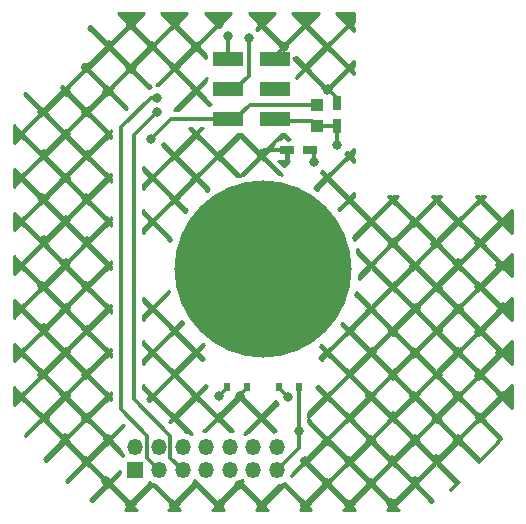
<source format=gbl>
G04 #@! TF.GenerationSoftware,KiCad,Pcbnew,5.0.0-rc3-6a2723a~65~ubuntu16.04.1*
G04 #@! TF.CreationDate,2018-07-10T16:09:43+03:00*
G04 #@! TF.ProjectId,livolo_1_channel_1way_eu_switch,6C69766F6C6F5F315F6368616E6E656C,rev?*
G04 #@! TF.SameCoordinates,Original*
G04 #@! TF.FileFunction,Copper,L2,Bot,Signal*
G04 #@! TF.FilePolarity,Positive*
%FSLAX46Y46*%
G04 Gerber Fmt 4.6, Leading zero omitted, Abs format (unit mm)*
G04 Created by KiCad (PCBNEW 5.0.0-rc3-6a2723a~65~ubuntu16.04.1) date Tue Jul 10 16:09:43 2018*
%MOMM*%
%LPD*%
G01*
G04 APERTURE LIST*
G04 #@! TA.AperFunction,Conductor*
%ADD10C,15.000000*%
G04 #@! TD*
G04 #@! TA.AperFunction,SMDPad,CuDef*
%ADD11R,0.600000X0.800000*%
G04 #@! TD*
G04 #@! TA.AperFunction,ComponentPad*
%ADD12O,1.350000X1.350000*%
G04 #@! TD*
G04 #@! TA.AperFunction,ComponentPad*
%ADD13R,1.350000X1.350000*%
G04 #@! TD*
G04 #@! TA.AperFunction,SMDPad,CuDef*
%ADD14R,1.200000X0.750000*%
G04 #@! TD*
G04 #@! TA.AperFunction,SMDPad,CuDef*
%ADD15R,0.750000X1.200000*%
G04 #@! TD*
G04 #@! TA.AperFunction,SMDPad,CuDef*
%ADD16R,2.500000X1.270000*%
G04 #@! TD*
G04 #@! TA.AperFunction,SMDPad,CuDef*
%ADD17R,1.000000X0.995000*%
G04 #@! TD*
G04 #@! TA.AperFunction,ViaPad*
%ADD18C,0.800000*%
G04 #@! TD*
G04 #@! TA.AperFunction,Conductor*
%ADD19C,0.300000*%
G04 #@! TD*
G04 #@! TA.AperFunction,Conductor*
%ADD20C,0.250000*%
G04 #@! TD*
G04 APERTURE END LIST*
D10*
G04 #@! TO.N,Net-(R10-Pad1)*
G04 #@! TO.C,U1*
X142433008Y-92524262D03*
G04 #@! TD*
D11*
G04 #@! TO.P,D5,1*
G04 #@! TO.N,Net-(D5-Pad1)*
X143800000Y-102500000D03*
G04 #@! TO.P,D5,2*
G04 #@! TO.N,+3V3*
X145500000Y-102500000D03*
G04 #@! TD*
G04 #@! TO.P,D6,2*
G04 #@! TO.N,Net-(D6-Pad2)*
X139400000Y-102500000D03*
G04 #@! TO.P,D6,1*
G04 #@! TO.N,GND*
X141100000Y-102500000D03*
G04 #@! TD*
D12*
G04 #@! TO.P,P4,14*
G04 #@! TO.N,N/C*
X143650000Y-107550000D03*
G04 #@! TO.P,P4,13*
G04 #@! TO.N,+3V3*
X143650000Y-109550000D03*
G04 #@! TO.P,P4,12*
G04 #@! TO.N,N/C*
X141650000Y-107550000D03*
G04 #@! TO.P,P4,11*
G04 #@! TO.N,GND*
X141650000Y-109550000D03*
G04 #@! TO.P,P4,10*
G04 #@! TO.N,N/C*
X139650000Y-107550000D03*
G04 #@! TO.P,P4,9*
X139650000Y-109550000D03*
G04 #@! TO.P,P4,8*
X137650000Y-107550000D03*
G04 #@! TO.P,P4,7*
X137650000Y-109550000D03*
G04 #@! TO.P,P4,6*
G04 #@! TO.N,/Relay1_Reset*
X135650000Y-107550000D03*
G04 #@! TO.P,P4,5*
G04 #@! TO.N,/Relay2_Set*
X135650000Y-109550000D03*
G04 #@! TO.P,P4,4*
G04 #@! TO.N,/Relay1_Set*
X133650000Y-107550000D03*
G04 #@! TO.P,P4,3*
G04 #@! TO.N,/Relay2_Reset*
X133650000Y-109550000D03*
G04 #@! TO.P,P4,2*
G04 #@! TO.N,N/C*
X131650000Y-107550000D03*
D13*
G04 #@! TO.P,P4,1*
X131650000Y-109550000D03*
G04 #@! TD*
D14*
G04 #@! TO.P,C3,2*
G04 #@! TO.N,Net-(C3-Pad2)*
X146400000Y-82450000D03*
G04 #@! TO.P,C3,1*
G04 #@! TO.N,GND*
X144500000Y-82450000D03*
G04 #@! TD*
D15*
G04 #@! TO.P,C4,1*
G04 #@! TO.N,/XRES*
X148750000Y-80400000D03*
G04 #@! TO.P,C4,2*
G04 #@! TO.N,GND*
X148750000Y-78500000D03*
G04 #@! TD*
D16*
G04 #@! TO.P,J1,1*
G04 #@! TO.N,+3V3*
X139500000Y-79800000D03*
G04 #@! TO.P,J1,3*
G04 #@! TO.N,/SWDIO*
X139500000Y-77300000D03*
G04 #@! TO.P,J1,5*
G04 #@! TO.N,/SWCLK*
X139500000Y-74760000D03*
G04 #@! TO.P,J1,6*
G04 #@! TO.N,GND*
X143500000Y-74760000D03*
G04 #@! TO.P,J1,4*
G04 #@! TO.N,N/C*
X143500000Y-77300000D03*
G04 #@! TO.P,J1,2*
G04 #@! TO.N,/XRES*
X143500000Y-79840000D03*
G04 #@! TD*
D17*
G04 #@! TO.P,R1,1*
G04 #@! TO.N,/XRES*
X147000000Y-80375000D03*
G04 #@! TO.P,R1,2*
G04 #@! TO.N,+3V3*
X147000000Y-78600000D03*
G04 #@! TD*
D18*
G04 #@! TO.N,+3V3*
X145500000Y-106250000D03*
X133000000Y-81500000D03*
G04 #@! TO.N,GND*
X140400000Y-110800000D03*
X125700000Y-106800000D03*
X124000000Y-105100000D03*
X127500000Y-108800000D03*
X129200000Y-110500000D03*
X153300000Y-112300000D03*
X151600000Y-110600000D03*
X147900000Y-107100000D03*
X149700000Y-108800000D03*
X151600000Y-107000000D03*
X155300000Y-110500000D03*
X153400000Y-108700000D03*
X155300000Y-106900000D03*
X157100000Y-108600000D03*
X157200000Y-105200000D03*
X159000000Y-106900000D03*
X160800000Y-105100000D03*
X129300000Y-106900000D03*
X127500000Y-105100000D03*
X131200000Y-112500000D03*
X134900000Y-112600000D03*
X138700000Y-112600000D03*
X142400000Y-112600000D03*
X146000000Y-112600000D03*
X149700000Y-112500000D03*
X147900000Y-110600000D03*
X146000000Y-108800000D03*
X144250000Y-73750000D03*
X148000000Y-77250000D03*
X142250000Y-82750000D03*
X135000000Y-71750000D03*
X136750000Y-73750000D03*
X127550000Y-82900000D03*
X123950000Y-82800000D03*
X125750000Y-84800000D03*
X125750000Y-81100000D03*
X123950000Y-90050000D03*
X125750000Y-92050000D03*
X125750000Y-88350000D03*
X127550000Y-90150000D03*
X125750000Y-99550000D03*
X125750000Y-95850000D03*
X123950000Y-97550000D03*
X127550000Y-97650000D03*
X162550000Y-92150000D03*
X160750000Y-90350000D03*
X160750000Y-94050000D03*
X158950000Y-92050000D03*
X158950000Y-99550000D03*
X160750000Y-101550000D03*
X162550000Y-99650000D03*
X160750000Y-97850000D03*
X153500000Y-101550000D03*
X155300000Y-99650000D03*
X153500000Y-97850000D03*
X151700000Y-99550000D03*
X159050000Y-95900000D03*
X157250000Y-97800000D03*
X157250000Y-94100000D03*
X155450000Y-95800000D03*
X155250000Y-88600000D03*
X157050000Y-90400000D03*
X155250000Y-92300000D03*
X153450000Y-90300000D03*
X157250000Y-101500000D03*
X155250000Y-103250000D03*
X151500000Y-103250000D03*
X153500000Y-105000000D03*
X159000000Y-103250000D03*
X162750000Y-103250000D03*
X162750000Y-95750000D03*
X129450000Y-73550000D03*
X131250000Y-75550000D03*
X131250000Y-71850000D03*
X133050000Y-73650000D03*
X125750000Y-103250000D03*
X125750000Y-77500000D03*
X123750000Y-79250000D03*
X129250000Y-77500000D03*
X127500000Y-75500000D03*
X127500000Y-79250000D03*
X123750000Y-86500000D03*
X123750000Y-94000000D03*
X123750000Y-101500000D03*
X127500000Y-94000000D03*
X127500000Y-86500000D03*
X127500000Y-101500000D03*
X140471382Y-103254697D03*
G04 #@! TO.N,Net-(D5-Pad1)*
X144563054Y-103375147D03*
G04 #@! TO.N,Net-(D6-Pad2)*
X138750018Y-103250000D03*
G04 #@! TO.N,/Relay2_Reset*
X133500000Y-78000000D03*
G04 #@! TO.N,/Relay2_Set*
X133500192Y-79200003D03*
G04 #@! TO.N,/SWCLK*
X139500000Y-72750000D03*
G04 #@! TO.N,/SWDIO*
X141250000Y-73000000D03*
G04 #@! TO.N,Net-(R10-Pad1)*
X142433008Y-92524262D03*
G04 #@! TO.N,Net-(C3-Pad2)*
X146750000Y-83500000D03*
G04 #@! TO.N,/XRES*
X148750000Y-82000000D03*
G04 #@! TD*
D19*
G04 #@! TO.N,+3V3*
X145500000Y-107700000D02*
X143650000Y-109550000D01*
X145500000Y-106250000D02*
X145500000Y-107700000D01*
X134700000Y-79800000D02*
X133000000Y-81500000D01*
X139500000Y-79800000D02*
X134700000Y-79800000D01*
X141315000Y-78600000D02*
X147000000Y-78600000D01*
X140115000Y-79800000D02*
X141315000Y-78600000D01*
X139500000Y-79800000D02*
X140115000Y-79800000D01*
X145500000Y-105450002D02*
X145500000Y-106250000D01*
X145500000Y-102500000D02*
X145500000Y-105450002D01*
G04 #@! TO.N,GND*
X143500000Y-74500000D02*
X144250000Y-73750000D01*
X143500000Y-74760000D02*
X143500000Y-74500000D01*
X148750000Y-78000000D02*
X148000000Y-77250000D01*
X148750000Y-78500000D02*
X148750000Y-78000000D01*
X142550000Y-82450000D02*
X142250000Y-82750000D01*
X144500000Y-82450000D02*
X142550000Y-82450000D01*
X141100000Y-102500000D02*
X141100000Y-102600000D01*
X141100000Y-102600000D02*
X140471382Y-103228618D01*
X140471382Y-103228618D02*
X140471382Y-103254697D01*
G04 #@! TO.N,Net-(D5-Pad1)*
X143800000Y-102600000D02*
X144563054Y-103363054D01*
X144563054Y-103363054D02*
X144563054Y-103375147D01*
X143800000Y-102500000D02*
X143800000Y-102600000D01*
G04 #@! TO.N,Net-(D6-Pad2)*
X138750018Y-103249982D02*
X138750018Y-103250000D01*
X139400000Y-102600000D02*
X138750018Y-103249982D01*
X139400000Y-102500000D02*
X139400000Y-102600000D01*
G04 #@! TO.N,/Relay2_Reset*
X133500000Y-78000000D02*
X132934315Y-78000000D01*
X130399989Y-104399989D02*
X132625001Y-106625001D01*
X132934315Y-78000000D02*
X130399989Y-80534326D01*
X130399989Y-80534326D02*
X130399989Y-104399989D01*
X132975001Y-108875001D02*
X133650000Y-109550000D01*
X132625001Y-108525001D02*
X132975001Y-108875001D01*
X132625001Y-106625001D02*
X132625001Y-108525001D01*
G04 #@! TO.N,/Relay2_Set*
X133500192Y-79200003D02*
X131500000Y-81200195D01*
X131500000Y-81200195D02*
X131500000Y-103500000D01*
X131500000Y-103500000D02*
X134625001Y-106625001D01*
X135650000Y-109550000D02*
X134625001Y-108525001D01*
X134625001Y-106625001D02*
X134625001Y-108525001D01*
G04 #@! TO.N,/SWCLK*
X139500000Y-74760000D02*
X139500000Y-72750000D01*
G04 #@! TO.N,/SWDIO*
X141250000Y-76165000D02*
X141250000Y-73000000D01*
X140115000Y-77300000D02*
X141250000Y-76165000D01*
X139500000Y-77300000D02*
X140115000Y-77300000D01*
G04 #@! TO.N,Net-(C3-Pad2)*
X146750000Y-82800000D02*
X146400000Y-82450000D01*
X146750000Y-83500000D02*
X146750000Y-82800000D01*
G04 #@! TO.N,/XRES*
X148725000Y-80375000D02*
X148750000Y-80400000D01*
X147000000Y-80375000D02*
X148725000Y-80375000D01*
X148750000Y-80400000D02*
X148750000Y-82000000D01*
X146625000Y-80000000D02*
X147000000Y-80375000D01*
X143750000Y-80000000D02*
X146625000Y-80000000D01*
X143590000Y-79840000D02*
X143750000Y-80000000D01*
X143500000Y-79840000D02*
X143590000Y-79840000D01*
G04 #@! TD*
D20*
G04 #@! TO.N,GND*
G36*
X131461612Y-71761612D02*
X131434515Y-71802165D01*
X131425000Y-71850000D01*
X131434515Y-71897835D01*
X131461612Y-71938388D01*
X133011612Y-73488388D01*
X133052165Y-73515485D01*
X133100000Y-73525000D01*
X133147835Y-73515485D01*
X133188388Y-73488388D01*
X134738388Y-71938388D01*
X134765485Y-71897835D01*
X134775000Y-71850000D01*
X134765485Y-71802165D01*
X134738388Y-71761612D01*
X133851776Y-70875000D01*
X136048224Y-70875000D01*
X135161612Y-71761612D01*
X135134515Y-71802165D01*
X135125000Y-71850000D01*
X135134515Y-71897835D01*
X135161612Y-71938388D01*
X136711612Y-73488388D01*
X136752165Y-73515485D01*
X136800000Y-73525000D01*
X136847835Y-73515485D01*
X136888388Y-73488388D01*
X138438388Y-71938388D01*
X138465485Y-71897835D01*
X138475000Y-71850000D01*
X138465485Y-71802165D01*
X138438388Y-71761612D01*
X137551776Y-70875000D01*
X139748224Y-70875000D01*
X138861612Y-71761612D01*
X138834515Y-71802165D01*
X138825000Y-71850000D01*
X138834515Y-71897835D01*
X138861612Y-71938388D01*
X138864856Y-71941632D01*
X138846600Y-71953830D01*
X138738603Y-72061827D01*
X138688388Y-72011612D01*
X138647835Y-71984515D01*
X138600000Y-71975000D01*
X138552165Y-71984515D01*
X138511612Y-72011612D01*
X136961612Y-73561612D01*
X136934515Y-73602165D01*
X136925000Y-73650000D01*
X136934515Y-73697835D01*
X136961612Y-73738388D01*
X137621976Y-74398752D01*
X137621976Y-74645200D01*
X136888388Y-73911612D01*
X136847835Y-73884515D01*
X136800000Y-73875000D01*
X136752165Y-73884515D01*
X136711612Y-73911612D01*
X135161612Y-75461612D01*
X135134515Y-75502165D01*
X135125000Y-75550000D01*
X135134515Y-75597835D01*
X135161612Y-75638388D01*
X136711612Y-77188388D01*
X136752165Y-77215485D01*
X136800000Y-77225000D01*
X136847835Y-77215485D01*
X136888388Y-77188388D01*
X137690073Y-76386703D01*
X137669781Y-76424666D01*
X137634043Y-76542479D01*
X137628941Y-76594283D01*
X136961612Y-77261612D01*
X136934515Y-77302165D01*
X136925000Y-77350000D01*
X136934515Y-77397835D01*
X136961612Y-77438388D01*
X137657251Y-78134027D01*
X137669781Y-78175334D01*
X137727817Y-78283911D01*
X137805920Y-78379080D01*
X137901089Y-78457183D01*
X138009666Y-78515219D01*
X138050973Y-78527749D01*
X138085117Y-78561893D01*
X138009666Y-78584781D01*
X137913148Y-78636372D01*
X136888388Y-77611612D01*
X136847835Y-77584515D01*
X136800000Y-77575000D01*
X136752165Y-77584515D01*
X136711612Y-77611612D01*
X135298224Y-79025000D01*
X134900000Y-79025000D01*
X134947835Y-79015485D01*
X134988388Y-78988388D01*
X136538388Y-77438388D01*
X136565485Y-77397835D01*
X136575000Y-77350000D01*
X136565485Y-77302165D01*
X136538388Y-77261612D01*
X134988388Y-75711612D01*
X134947835Y-75684515D01*
X134900000Y-75675000D01*
X134852165Y-75684515D01*
X134811612Y-75711612D01*
X133548224Y-76975000D01*
X133401776Y-76975000D01*
X134738388Y-75638388D01*
X134765485Y-75597835D01*
X134775000Y-75550000D01*
X134765485Y-75502165D01*
X134738388Y-75461612D01*
X133188388Y-73911612D01*
X133147835Y-73884515D01*
X133100000Y-73875000D01*
X133052165Y-73884515D01*
X133011612Y-73911612D01*
X131461612Y-75461612D01*
X131434515Y-75502165D01*
X131425000Y-75550000D01*
X131434515Y-75597835D01*
X131461612Y-75638388D01*
X132954774Y-77131550D01*
X132846600Y-77203830D01*
X132817693Y-77232737D01*
X132810246Y-77233470D01*
X131288388Y-75711612D01*
X131247835Y-75684515D01*
X131200000Y-75675000D01*
X131152165Y-75684515D01*
X131111612Y-75711612D01*
X129561612Y-77261612D01*
X129534515Y-77302165D01*
X129525000Y-77350000D01*
X129534515Y-77397835D01*
X129561612Y-77438388D01*
X130980762Y-78857538D01*
X130857538Y-78980762D01*
X129488388Y-77611612D01*
X129447835Y-77584515D01*
X129400000Y-77575000D01*
X129352165Y-77584515D01*
X129311612Y-77611612D01*
X127761612Y-79161612D01*
X127734515Y-79202165D01*
X127725000Y-79250000D01*
X127734515Y-79297835D01*
X127761612Y-79338388D01*
X129311612Y-80888388D01*
X129352165Y-80915485D01*
X129400000Y-80925000D01*
X129447835Y-80915485D01*
X129488388Y-80888388D01*
X129624989Y-80751787D01*
X129624989Y-80898235D01*
X129561612Y-80961612D01*
X129534515Y-81002165D01*
X129525000Y-81050000D01*
X129534515Y-81097835D01*
X129561612Y-81138388D01*
X129624989Y-81201765D01*
X129624989Y-81448213D01*
X129488388Y-81311612D01*
X129447835Y-81284515D01*
X129400000Y-81275000D01*
X129352165Y-81284515D01*
X129311612Y-81311612D01*
X127761612Y-82861612D01*
X127734515Y-82902165D01*
X127725000Y-82950000D01*
X127734515Y-82997835D01*
X127761612Y-83038388D01*
X129311612Y-84588388D01*
X129352165Y-84615485D01*
X129400000Y-84625000D01*
X129447835Y-84615485D01*
X129488388Y-84588388D01*
X129624989Y-84451787D01*
X129624989Y-84598235D01*
X129561612Y-84661612D01*
X129534515Y-84702165D01*
X129525000Y-84750000D01*
X129534515Y-84797835D01*
X129561612Y-84838388D01*
X129624989Y-84901765D01*
X129624989Y-85148213D01*
X129488388Y-85011612D01*
X129447835Y-84984515D01*
X129400000Y-84975000D01*
X129352165Y-84984515D01*
X129311612Y-85011612D01*
X127761612Y-86561612D01*
X127734515Y-86602165D01*
X127725000Y-86650000D01*
X127734515Y-86697835D01*
X127761612Y-86738388D01*
X129311612Y-88288388D01*
X129352165Y-88315485D01*
X129400000Y-88325000D01*
X129447835Y-88315485D01*
X129488388Y-88288388D01*
X129624989Y-88151787D01*
X129624989Y-88298235D01*
X129561612Y-88361612D01*
X129534515Y-88402165D01*
X129525000Y-88450000D01*
X129534515Y-88497835D01*
X129561612Y-88538388D01*
X129624989Y-88601765D01*
X129624989Y-88848213D01*
X129488388Y-88711612D01*
X129447835Y-88684515D01*
X129400000Y-88675000D01*
X129352165Y-88684515D01*
X129311612Y-88711612D01*
X127761612Y-90261612D01*
X127734515Y-90302165D01*
X127725000Y-90350000D01*
X127734515Y-90397835D01*
X127761612Y-90438388D01*
X129311612Y-91988388D01*
X129352165Y-92015485D01*
X129400000Y-92025000D01*
X129447835Y-92015485D01*
X129488388Y-91988388D01*
X129624989Y-91851787D01*
X129624989Y-91998235D01*
X129561612Y-92061612D01*
X129534515Y-92102165D01*
X129525000Y-92150000D01*
X129534515Y-92197835D01*
X129561612Y-92238388D01*
X129624989Y-92301765D01*
X129624990Y-92548214D01*
X129488388Y-92411612D01*
X129447835Y-92384515D01*
X129400000Y-92375000D01*
X129352165Y-92384515D01*
X129311612Y-92411612D01*
X127761612Y-93961612D01*
X127734515Y-94002165D01*
X127725000Y-94050000D01*
X127734515Y-94097835D01*
X127761612Y-94138388D01*
X129311612Y-95688388D01*
X129352165Y-95715485D01*
X129400000Y-95725000D01*
X129447835Y-95715485D01*
X129488388Y-95688388D01*
X129624990Y-95551786D01*
X129624990Y-95698234D01*
X129561612Y-95761612D01*
X129534515Y-95802165D01*
X129525000Y-95850000D01*
X129534515Y-95897835D01*
X129561612Y-95938388D01*
X129624990Y-96001766D01*
X129624990Y-96248214D01*
X129488388Y-96111612D01*
X129447835Y-96084515D01*
X129400000Y-96075000D01*
X129352165Y-96084515D01*
X129311612Y-96111612D01*
X127761612Y-97661612D01*
X127734515Y-97702165D01*
X127725000Y-97750000D01*
X127734515Y-97797835D01*
X127761612Y-97838388D01*
X129311612Y-99388388D01*
X129352165Y-99415485D01*
X129400000Y-99425000D01*
X129447835Y-99415485D01*
X129488388Y-99388388D01*
X129624990Y-99251786D01*
X129624990Y-99398234D01*
X129561612Y-99461612D01*
X129534515Y-99502165D01*
X129525000Y-99550000D01*
X129534515Y-99597835D01*
X129561612Y-99638388D01*
X129624990Y-99701766D01*
X129624990Y-99948214D01*
X129488388Y-99811612D01*
X129447835Y-99784515D01*
X129400000Y-99775000D01*
X129352165Y-99784515D01*
X129311612Y-99811612D01*
X127761612Y-101361612D01*
X127734515Y-101402165D01*
X127725000Y-101450000D01*
X127734515Y-101497835D01*
X127761612Y-101538388D01*
X129311612Y-103088388D01*
X129352165Y-103115485D01*
X129400000Y-103125000D01*
X129447835Y-103115485D01*
X129488388Y-103088388D01*
X129624990Y-102951786D01*
X129624990Y-103098234D01*
X129561612Y-103161612D01*
X129534515Y-103202165D01*
X129525000Y-103250000D01*
X129534515Y-103297835D01*
X129561612Y-103338388D01*
X129624990Y-103401766D01*
X129624990Y-103648214D01*
X129488388Y-103511612D01*
X129447835Y-103484515D01*
X129400000Y-103475000D01*
X129352165Y-103484515D01*
X129311612Y-103511612D01*
X127761612Y-105061612D01*
X127734515Y-105102165D01*
X127725000Y-105150000D01*
X127734515Y-105197835D01*
X127761612Y-105238388D01*
X129311612Y-106788388D01*
X129352165Y-106815485D01*
X129400000Y-106825000D01*
X129447835Y-106815485D01*
X129488388Y-106788388D01*
X130590381Y-105686395D01*
X130663605Y-105759619D01*
X129561612Y-106861612D01*
X129534515Y-106902165D01*
X129525000Y-106950000D01*
X129534515Y-106997835D01*
X129561612Y-107038388D01*
X130386550Y-107863326D01*
X130443145Y-108049896D01*
X130563860Y-108275736D01*
X130615793Y-108339017D01*
X129488388Y-107211612D01*
X129447835Y-107184515D01*
X129400000Y-107175000D01*
X129352165Y-107184515D01*
X129311612Y-107211612D01*
X127761612Y-108761612D01*
X127734515Y-108802165D01*
X127725000Y-108850000D01*
X127734515Y-108897835D01*
X127761612Y-108938388D01*
X129311612Y-110488388D01*
X129352165Y-110515485D01*
X129400000Y-110525000D01*
X129447835Y-110515485D01*
X129488388Y-110488388D01*
X130346976Y-109629800D01*
X130346976Y-109776248D01*
X129561612Y-110561612D01*
X129534515Y-110602165D01*
X129525000Y-110650000D01*
X129534515Y-110697835D01*
X129561612Y-110738388D01*
X131111612Y-112288388D01*
X131152165Y-112315485D01*
X131200000Y-112325000D01*
X131247835Y-112315485D01*
X131288388Y-112288388D01*
X132838388Y-110738388D01*
X132865485Y-110697835D01*
X132875000Y-110650000D01*
X132865485Y-110602165D01*
X132846865Y-110574299D01*
X132847183Y-110573911D01*
X132847565Y-110573196D01*
X132924264Y-110636140D01*
X133150104Y-110756855D01*
X133336674Y-110813450D01*
X134811612Y-112288388D01*
X134852165Y-112315485D01*
X134900000Y-112325000D01*
X134947835Y-112315485D01*
X134988388Y-112288388D01*
X136538388Y-110738388D01*
X136565485Y-110697835D01*
X136575000Y-110650000D01*
X136565485Y-110602165D01*
X136538388Y-110561612D01*
X136506007Y-110529231D01*
X136573687Y-110473687D01*
X136629231Y-110406007D01*
X136711612Y-110488388D01*
X136752165Y-110515485D01*
X136785268Y-110522070D01*
X136924264Y-110636140D01*
X136927421Y-110637828D01*
X136925000Y-110650000D01*
X136934515Y-110697835D01*
X136961612Y-110738388D01*
X138511612Y-112288388D01*
X138552165Y-112315485D01*
X138600000Y-112325000D01*
X138647835Y-112315485D01*
X138688388Y-112288388D01*
X140238388Y-110738388D01*
X140265485Y-110697835D01*
X140266100Y-110694742D01*
X140375736Y-110636140D01*
X140514732Y-110522070D01*
X140547835Y-110515485D01*
X140588388Y-110488388D01*
X140710847Y-110365929D01*
X140779866Y-110443358D01*
X140661612Y-110561612D01*
X140634515Y-110602165D01*
X140625000Y-110650000D01*
X140634515Y-110697835D01*
X140661612Y-110738388D01*
X142211612Y-112288388D01*
X142252165Y-112315485D01*
X142300000Y-112325000D01*
X142347835Y-112315485D01*
X142388388Y-112288388D01*
X143839112Y-110837664D01*
X143904845Y-110831190D01*
X144149896Y-110756855D01*
X144327384Y-110661985D01*
X144334515Y-110697835D01*
X144361612Y-110738388D01*
X145911612Y-112288388D01*
X145952165Y-112315485D01*
X146000000Y-112325000D01*
X146047835Y-112315485D01*
X146088388Y-112288388D01*
X147638388Y-110738388D01*
X147665485Y-110697835D01*
X147675000Y-110650000D01*
X148025000Y-110650000D01*
X148034515Y-110697835D01*
X148061612Y-110738388D01*
X149611612Y-112288388D01*
X149652165Y-112315485D01*
X149700000Y-112325000D01*
X149747835Y-112315485D01*
X149788388Y-112288388D01*
X151338388Y-110738388D01*
X151365485Y-110697835D01*
X151375000Y-110650000D01*
X151725000Y-110650000D01*
X151734515Y-110697835D01*
X151761612Y-110738388D01*
X153311612Y-112288388D01*
X153352165Y-112315485D01*
X153400000Y-112325000D01*
X153447835Y-112315485D01*
X153488388Y-112288388D01*
X155038388Y-110738388D01*
X155065485Y-110697835D01*
X155075000Y-110650000D01*
X155065485Y-110602165D01*
X155038388Y-110561612D01*
X153488388Y-109011612D01*
X153447835Y-108984515D01*
X153400000Y-108975000D01*
X153352165Y-108984515D01*
X153311612Y-109011612D01*
X151761612Y-110561612D01*
X151734515Y-110602165D01*
X151725000Y-110650000D01*
X151375000Y-110650000D01*
X151365485Y-110602165D01*
X151338388Y-110561612D01*
X149788388Y-109011612D01*
X149747835Y-108984515D01*
X149700000Y-108975000D01*
X149652165Y-108984515D01*
X149611612Y-109011612D01*
X148061612Y-110561612D01*
X148034515Y-110602165D01*
X148025000Y-110650000D01*
X147675000Y-110650000D01*
X147665485Y-110602165D01*
X147638388Y-110561612D01*
X146088388Y-109011612D01*
X146047835Y-108984515D01*
X146000000Y-108975000D01*
X145952165Y-108984515D01*
X145911612Y-109011612D01*
X144837939Y-110085285D01*
X144856855Y-110049896D01*
X144913450Y-109863326D01*
X145838388Y-108938388D01*
X145865485Y-108897835D01*
X145875000Y-108850000D01*
X146225000Y-108850000D01*
X146234515Y-108897835D01*
X146261612Y-108938388D01*
X147811612Y-110488388D01*
X147852165Y-110515485D01*
X147900000Y-110525000D01*
X147947835Y-110515485D01*
X147988388Y-110488388D01*
X149538388Y-108938388D01*
X149565485Y-108897835D01*
X149575000Y-108850000D01*
X149925000Y-108850000D01*
X149934515Y-108897835D01*
X149961612Y-108938388D01*
X151511612Y-110488388D01*
X151552165Y-110515485D01*
X151600000Y-110525000D01*
X151647835Y-110515485D01*
X151688388Y-110488388D01*
X153238388Y-108938388D01*
X153265485Y-108897835D01*
X153275000Y-108850000D01*
X153625000Y-108850000D01*
X153634515Y-108897835D01*
X153661612Y-108938388D01*
X155211612Y-110488388D01*
X155252165Y-110515485D01*
X155300000Y-110525000D01*
X155347835Y-110515485D01*
X155388388Y-110488388D01*
X156938388Y-108938388D01*
X156965485Y-108897835D01*
X156975000Y-108850000D01*
X156965485Y-108802165D01*
X156938388Y-108761612D01*
X155388388Y-107211612D01*
X155347835Y-107184515D01*
X155300000Y-107175000D01*
X155252165Y-107184515D01*
X155211612Y-107211612D01*
X153661612Y-108761612D01*
X153634515Y-108802165D01*
X153625000Y-108850000D01*
X153275000Y-108850000D01*
X153265485Y-108802165D01*
X153238388Y-108761612D01*
X151688388Y-107211612D01*
X151647835Y-107184515D01*
X151600000Y-107175000D01*
X151552165Y-107184515D01*
X151511612Y-107211612D01*
X149961612Y-108761612D01*
X149934515Y-108802165D01*
X149925000Y-108850000D01*
X149575000Y-108850000D01*
X149565485Y-108802165D01*
X149538388Y-108761612D01*
X147988388Y-107211612D01*
X147947835Y-107184515D01*
X147900000Y-107175000D01*
X147852165Y-107184515D01*
X147811612Y-107211612D01*
X146261612Y-108761612D01*
X146234515Y-108802165D01*
X146225000Y-108850000D01*
X145875000Y-108850000D01*
X145865485Y-108802165D01*
X145838388Y-108761612D01*
X145686395Y-108609619D01*
X145809619Y-108486395D01*
X145911612Y-108588388D01*
X145952165Y-108615485D01*
X146000000Y-108625000D01*
X146047835Y-108615485D01*
X146088388Y-108588388D01*
X147638388Y-107038388D01*
X147665485Y-106997835D01*
X147675000Y-106950000D01*
X148025000Y-106950000D01*
X148034515Y-106997835D01*
X148061612Y-107038388D01*
X149611612Y-108588388D01*
X149652165Y-108615485D01*
X149700000Y-108625000D01*
X149747835Y-108615485D01*
X149788388Y-108588388D01*
X151338388Y-107038388D01*
X151365485Y-106997835D01*
X151375000Y-106950000D01*
X151725000Y-106950000D01*
X151734515Y-106997835D01*
X151761612Y-107038388D01*
X153311612Y-108588388D01*
X153352165Y-108615485D01*
X153400000Y-108625000D01*
X153447835Y-108615485D01*
X153488388Y-108588388D01*
X155038388Y-107038388D01*
X155065485Y-106997835D01*
X155075000Y-106950000D01*
X155425000Y-106950000D01*
X155434515Y-106997835D01*
X155461612Y-107038388D01*
X157011612Y-108588388D01*
X157052165Y-108615485D01*
X157100000Y-108625000D01*
X157147835Y-108615485D01*
X157188388Y-108588388D01*
X158738388Y-107038388D01*
X158765485Y-106997835D01*
X158775000Y-106950000D01*
X159125000Y-106950000D01*
X159134515Y-106997835D01*
X159161612Y-107038388D01*
X160711612Y-108588388D01*
X160752165Y-108615485D01*
X160800000Y-108625000D01*
X160847835Y-108615485D01*
X160888388Y-108588388D01*
X162438388Y-107038388D01*
X162465485Y-106997835D01*
X162475000Y-106950000D01*
X162465485Y-106902165D01*
X162438388Y-106861612D01*
X160888388Y-105311612D01*
X160847835Y-105284515D01*
X160800000Y-105275000D01*
X160752165Y-105284515D01*
X160711612Y-105311612D01*
X159161612Y-106861612D01*
X159134515Y-106902165D01*
X159125000Y-106950000D01*
X158775000Y-106950000D01*
X158765485Y-106902165D01*
X158738388Y-106861612D01*
X157188388Y-105311612D01*
X157147835Y-105284515D01*
X157100000Y-105275000D01*
X157052165Y-105284515D01*
X157011612Y-105311612D01*
X155461612Y-106861612D01*
X155434515Y-106902165D01*
X155425000Y-106950000D01*
X155075000Y-106950000D01*
X155065485Y-106902165D01*
X155038388Y-106861612D01*
X153488388Y-105311612D01*
X153447835Y-105284515D01*
X153400000Y-105275000D01*
X153352165Y-105284515D01*
X153311612Y-105311612D01*
X151761612Y-106861612D01*
X151734515Y-106902165D01*
X151725000Y-106950000D01*
X151375000Y-106950000D01*
X151365485Y-106902165D01*
X151338388Y-106861612D01*
X149788388Y-105311612D01*
X149747835Y-105284515D01*
X149700000Y-105275000D01*
X149652165Y-105284515D01*
X149611612Y-105311612D01*
X148061612Y-106861612D01*
X148034515Y-106902165D01*
X148025000Y-106950000D01*
X147675000Y-106950000D01*
X147665485Y-106902165D01*
X147638388Y-106861612D01*
X146275000Y-105498224D01*
X146275000Y-105251776D01*
X147811612Y-106788388D01*
X147852165Y-106815485D01*
X147900000Y-106825000D01*
X147947835Y-106815485D01*
X147988388Y-106788388D01*
X149538388Y-105238388D01*
X149565485Y-105197835D01*
X149575000Y-105150000D01*
X149925000Y-105150000D01*
X149934515Y-105197835D01*
X149961612Y-105238388D01*
X151511612Y-106788388D01*
X151552165Y-106815485D01*
X151600000Y-106825000D01*
X151647835Y-106815485D01*
X151688388Y-106788388D01*
X153238388Y-105238388D01*
X153265485Y-105197835D01*
X153275000Y-105150000D01*
X153625000Y-105150000D01*
X153634515Y-105197835D01*
X153661612Y-105238388D01*
X155211612Y-106788388D01*
X155252165Y-106815485D01*
X155300000Y-106825000D01*
X155347835Y-106815485D01*
X155388388Y-106788388D01*
X156938388Y-105238388D01*
X156965485Y-105197835D01*
X156975000Y-105150000D01*
X157325000Y-105150000D01*
X157334515Y-105197835D01*
X157361612Y-105238388D01*
X158911612Y-106788388D01*
X158952165Y-106815485D01*
X159000000Y-106825000D01*
X159047835Y-106815485D01*
X159088388Y-106788388D01*
X160638388Y-105238388D01*
X160665485Y-105197835D01*
X160675000Y-105150000D01*
X160665485Y-105102165D01*
X160638388Y-105061612D01*
X159088388Y-103511612D01*
X159047835Y-103484515D01*
X159000000Y-103475000D01*
X158952165Y-103484515D01*
X158911612Y-103511612D01*
X157361612Y-105061612D01*
X157334515Y-105102165D01*
X157325000Y-105150000D01*
X156975000Y-105150000D01*
X156965485Y-105102165D01*
X156938388Y-105061612D01*
X155388388Y-103511612D01*
X155347835Y-103484515D01*
X155300000Y-103475000D01*
X155252165Y-103484515D01*
X155211612Y-103511612D01*
X153661612Y-105061612D01*
X153634515Y-105102165D01*
X153625000Y-105150000D01*
X153275000Y-105150000D01*
X153265485Y-105102165D01*
X153238388Y-105061612D01*
X151688388Y-103511612D01*
X151647835Y-103484515D01*
X151600000Y-103475000D01*
X151552165Y-103484515D01*
X151511612Y-103511612D01*
X149961612Y-105061612D01*
X149934515Y-105102165D01*
X149925000Y-105150000D01*
X149575000Y-105150000D01*
X149565485Y-105102165D01*
X149538388Y-105061612D01*
X147988388Y-103511612D01*
X147947835Y-103484515D01*
X147900000Y-103475000D01*
X147852165Y-103484515D01*
X147811612Y-103511612D01*
X146275000Y-105048224D01*
X146275000Y-104701776D01*
X147638388Y-103338388D01*
X147665485Y-103297835D01*
X147675000Y-103250000D01*
X148025000Y-103250000D01*
X148034515Y-103297835D01*
X148061612Y-103338388D01*
X149611612Y-104888388D01*
X149652165Y-104915485D01*
X149700000Y-104925000D01*
X149747835Y-104915485D01*
X149788388Y-104888388D01*
X151338388Y-103338388D01*
X151365485Y-103297835D01*
X151375000Y-103250000D01*
X151725000Y-103250000D01*
X151734515Y-103297835D01*
X151761612Y-103338388D01*
X153311612Y-104888388D01*
X153352165Y-104915485D01*
X153400000Y-104925000D01*
X153447835Y-104915485D01*
X153488388Y-104888388D01*
X155038388Y-103338388D01*
X155065485Y-103297835D01*
X155075000Y-103250000D01*
X155425000Y-103250000D01*
X155434515Y-103297835D01*
X155461612Y-103338388D01*
X157011612Y-104888388D01*
X157052165Y-104915485D01*
X157100000Y-104925000D01*
X157147835Y-104915485D01*
X157188388Y-104888388D01*
X158738388Y-103338388D01*
X158765485Y-103297835D01*
X158775000Y-103250000D01*
X159125000Y-103250000D01*
X159134515Y-103297835D01*
X159161612Y-103338388D01*
X160711612Y-104888388D01*
X160752165Y-104915485D01*
X160800000Y-104925000D01*
X160847835Y-104915485D01*
X160888388Y-104888388D01*
X162438388Y-103338388D01*
X162465485Y-103297835D01*
X162475000Y-103250000D01*
X162465485Y-103202165D01*
X162438388Y-103161612D01*
X160888388Y-101611612D01*
X160847835Y-101584515D01*
X160800000Y-101575000D01*
X160752165Y-101584515D01*
X160711612Y-101611612D01*
X159161612Y-103161612D01*
X159134515Y-103202165D01*
X159125000Y-103250000D01*
X158775000Y-103250000D01*
X158765485Y-103202165D01*
X158738388Y-103161612D01*
X157188388Y-101611612D01*
X157147835Y-101584515D01*
X157100000Y-101575000D01*
X157052165Y-101584515D01*
X157011612Y-101611612D01*
X155461612Y-103161612D01*
X155434515Y-103202165D01*
X155425000Y-103250000D01*
X155075000Y-103250000D01*
X155065485Y-103202165D01*
X155038388Y-103161612D01*
X153488388Y-101611612D01*
X153447835Y-101584515D01*
X153400000Y-101575000D01*
X153352165Y-101584515D01*
X153311612Y-101611612D01*
X151761612Y-103161612D01*
X151734515Y-103202165D01*
X151725000Y-103250000D01*
X151375000Y-103250000D01*
X151365485Y-103202165D01*
X151338388Y-103161612D01*
X149788388Y-101611612D01*
X149747835Y-101584515D01*
X149700000Y-101575000D01*
X149652165Y-101584515D01*
X149611612Y-101611612D01*
X148061612Y-103161612D01*
X148034515Y-103202165D01*
X148025000Y-103250000D01*
X147675000Y-103250000D01*
X147665485Y-103202165D01*
X147638388Y-103161612D01*
X146970272Y-102493496D01*
X147144537Y-102421313D01*
X147811612Y-103088388D01*
X147852165Y-103115485D01*
X147900000Y-103125000D01*
X147947835Y-103115485D01*
X147988388Y-103088388D01*
X149538388Y-101538388D01*
X149565485Y-101497835D01*
X149575000Y-101450000D01*
X149925000Y-101450000D01*
X149934515Y-101497835D01*
X149961612Y-101538388D01*
X151511612Y-103088388D01*
X151552165Y-103115485D01*
X151600000Y-103125000D01*
X151647835Y-103115485D01*
X151688388Y-103088388D01*
X153238388Y-101538388D01*
X153265485Y-101497835D01*
X153275000Y-101450000D01*
X153625000Y-101450000D01*
X153634515Y-101497835D01*
X153661612Y-101538388D01*
X155211612Y-103088388D01*
X155252165Y-103115485D01*
X155300000Y-103125000D01*
X155347835Y-103115485D01*
X155388388Y-103088388D01*
X156938388Y-101538388D01*
X156965485Y-101497835D01*
X156975000Y-101450000D01*
X157325000Y-101450000D01*
X157334515Y-101497835D01*
X157361612Y-101538388D01*
X158911612Y-103088388D01*
X158952165Y-103115485D01*
X159000000Y-103125000D01*
X159047835Y-103115485D01*
X159088388Y-103088388D01*
X160638388Y-101538388D01*
X160665485Y-101497835D01*
X160675000Y-101450000D01*
X160665485Y-101402165D01*
X160638388Y-101361612D01*
X159088388Y-99811612D01*
X159047835Y-99784515D01*
X159000000Y-99775000D01*
X158952165Y-99784515D01*
X158911612Y-99811612D01*
X157361612Y-101361612D01*
X157334515Y-101402165D01*
X157325000Y-101450000D01*
X156975000Y-101450000D01*
X156965485Y-101402165D01*
X156938388Y-101361612D01*
X155388388Y-99811612D01*
X155347835Y-99784515D01*
X155300000Y-99775000D01*
X155252165Y-99784515D01*
X155211612Y-99811612D01*
X153661612Y-101361612D01*
X153634515Y-101402165D01*
X153625000Y-101450000D01*
X153275000Y-101450000D01*
X153265485Y-101402165D01*
X153238388Y-101361612D01*
X151688388Y-99811612D01*
X151647835Y-99784515D01*
X151600000Y-99775000D01*
X151552165Y-99784515D01*
X151511612Y-99811612D01*
X149961612Y-101361612D01*
X149934515Y-101402165D01*
X149925000Y-101450000D01*
X149575000Y-101450000D01*
X149565485Y-101402165D01*
X149538388Y-101361612D01*
X147988388Y-99811612D01*
X147947835Y-99784515D01*
X147900000Y-99775000D01*
X147852165Y-99784515D01*
X147811612Y-99811612D01*
X147433884Y-100189341D01*
X147376511Y-100131968D01*
X147237615Y-100039161D01*
X147638388Y-99638388D01*
X147665485Y-99597835D01*
X147675000Y-99550000D01*
X148025000Y-99550000D01*
X148034515Y-99597835D01*
X148061612Y-99638388D01*
X149611612Y-101188388D01*
X149652165Y-101215485D01*
X149700000Y-101225000D01*
X149747835Y-101215485D01*
X149788388Y-101188388D01*
X151338388Y-99638388D01*
X151365485Y-99597835D01*
X151375000Y-99550000D01*
X151725000Y-99550000D01*
X151734515Y-99597835D01*
X151761612Y-99638388D01*
X153311612Y-101188388D01*
X153352165Y-101215485D01*
X153400000Y-101225000D01*
X153447835Y-101215485D01*
X153488388Y-101188388D01*
X155038388Y-99638388D01*
X155065485Y-99597835D01*
X155075000Y-99550000D01*
X155425000Y-99550000D01*
X155434515Y-99597835D01*
X155461612Y-99638388D01*
X157011612Y-101188388D01*
X157052165Y-101215485D01*
X157100000Y-101225000D01*
X157147835Y-101215485D01*
X157188388Y-101188388D01*
X158738388Y-99638388D01*
X158765485Y-99597835D01*
X158775000Y-99550000D01*
X159125000Y-99550000D01*
X159134515Y-99597835D01*
X159161612Y-99638388D01*
X160711612Y-101188388D01*
X160752165Y-101215485D01*
X160800000Y-101225000D01*
X160847835Y-101215485D01*
X160888388Y-101188388D01*
X162438388Y-99638388D01*
X162465485Y-99597835D01*
X162475000Y-99550000D01*
X162465485Y-99502165D01*
X162438388Y-99461612D01*
X160888388Y-97911612D01*
X160847835Y-97884515D01*
X160800000Y-97875000D01*
X160752165Y-97884515D01*
X160711612Y-97911612D01*
X159161612Y-99461612D01*
X159134515Y-99502165D01*
X159125000Y-99550000D01*
X158775000Y-99550000D01*
X158765485Y-99502165D01*
X158738388Y-99461612D01*
X157188388Y-97911612D01*
X157147835Y-97884515D01*
X157100000Y-97875000D01*
X157052165Y-97884515D01*
X157011612Y-97911612D01*
X155461612Y-99461612D01*
X155434515Y-99502165D01*
X155425000Y-99550000D01*
X155075000Y-99550000D01*
X155065485Y-99502165D01*
X155038388Y-99461612D01*
X153488388Y-97911612D01*
X153447835Y-97884515D01*
X153400000Y-97875000D01*
X153352165Y-97884515D01*
X153311612Y-97911612D01*
X151761612Y-99461612D01*
X151734515Y-99502165D01*
X151725000Y-99550000D01*
X151375000Y-99550000D01*
X151365485Y-99502165D01*
X151338388Y-99461612D01*
X149788388Y-97911612D01*
X149747835Y-97884515D01*
X149700000Y-97875000D01*
X149652165Y-97884515D01*
X149611612Y-97911612D01*
X148061612Y-99461612D01*
X148034515Y-99502165D01*
X148025000Y-99550000D01*
X147675000Y-99550000D01*
X147665485Y-99502165D01*
X147638388Y-99461612D01*
X147252566Y-99075790D01*
X147400301Y-98977077D01*
X147811612Y-99388388D01*
X147852165Y-99415485D01*
X147900000Y-99425000D01*
X147947835Y-99415485D01*
X147988388Y-99388388D01*
X149538388Y-97838388D01*
X149565485Y-97797835D01*
X149575000Y-97750000D01*
X149925000Y-97750000D01*
X149934515Y-97797835D01*
X149961612Y-97838388D01*
X151511612Y-99388388D01*
X151552165Y-99415485D01*
X151600000Y-99425000D01*
X151647835Y-99415485D01*
X151688388Y-99388388D01*
X153238388Y-97838388D01*
X153265485Y-97797835D01*
X153275000Y-97750000D01*
X153625000Y-97750000D01*
X153634515Y-97797835D01*
X153661612Y-97838388D01*
X155211612Y-99388388D01*
X155252165Y-99415485D01*
X155300000Y-99425000D01*
X155347835Y-99415485D01*
X155388388Y-99388388D01*
X156938388Y-97838388D01*
X156965485Y-97797835D01*
X156975000Y-97750000D01*
X157325000Y-97750000D01*
X157334515Y-97797835D01*
X157361612Y-97838388D01*
X158911612Y-99388388D01*
X158952165Y-99415485D01*
X159000000Y-99425000D01*
X159047835Y-99415485D01*
X159088388Y-99388388D01*
X160638388Y-97838388D01*
X160665485Y-97797835D01*
X160675000Y-97750000D01*
X160665485Y-97702165D01*
X160638388Y-97661612D01*
X159088388Y-96111612D01*
X159047835Y-96084515D01*
X159000000Y-96075000D01*
X158952165Y-96084515D01*
X158911612Y-96111612D01*
X157361612Y-97661612D01*
X157334515Y-97702165D01*
X157325000Y-97750000D01*
X156975000Y-97750000D01*
X156965485Y-97702165D01*
X156938388Y-97661612D01*
X155388388Y-96111612D01*
X155347835Y-96084515D01*
X155300000Y-96075000D01*
X155252165Y-96084515D01*
X155211612Y-96111612D01*
X153661612Y-97661612D01*
X153634515Y-97702165D01*
X153625000Y-97750000D01*
X153275000Y-97750000D01*
X153265485Y-97702165D01*
X153238388Y-97661612D01*
X151688388Y-96111612D01*
X151647835Y-96084515D01*
X151600000Y-96075000D01*
X151552165Y-96084515D01*
X151511612Y-96111612D01*
X149961612Y-97661612D01*
X149934515Y-97702165D01*
X149925000Y-97750000D01*
X149575000Y-97750000D01*
X149565485Y-97702165D01*
X149538388Y-97661612D01*
X149079088Y-97202312D01*
X149177802Y-97054578D01*
X149611612Y-97488388D01*
X149652165Y-97515485D01*
X149700000Y-97525000D01*
X149747835Y-97515485D01*
X149788388Y-97488388D01*
X151338388Y-95938388D01*
X151365485Y-95897835D01*
X151375000Y-95850000D01*
X151725000Y-95850000D01*
X151734515Y-95897835D01*
X151761612Y-95938388D01*
X153311612Y-97488388D01*
X153352165Y-97515485D01*
X153400000Y-97525000D01*
X153447835Y-97515485D01*
X153488388Y-97488388D01*
X155038388Y-95938388D01*
X155065485Y-95897835D01*
X155075000Y-95850000D01*
X155425000Y-95850000D01*
X155434515Y-95897835D01*
X155461612Y-95938388D01*
X157011612Y-97488388D01*
X157052165Y-97515485D01*
X157100000Y-97525000D01*
X157147835Y-97515485D01*
X157188388Y-97488388D01*
X158738388Y-95938388D01*
X158765485Y-95897835D01*
X158775000Y-95850000D01*
X159125000Y-95850000D01*
X159134515Y-95897835D01*
X159161612Y-95938388D01*
X160711612Y-97488388D01*
X160752165Y-97515485D01*
X160800000Y-97525000D01*
X160847835Y-97515485D01*
X160888388Y-97488388D01*
X162438388Y-95938388D01*
X162465485Y-95897835D01*
X162475000Y-95850000D01*
X162465485Y-95802165D01*
X162438388Y-95761612D01*
X160888388Y-94211612D01*
X160847835Y-94184515D01*
X160800000Y-94175000D01*
X160752165Y-94184515D01*
X160711612Y-94211612D01*
X159161612Y-95761612D01*
X159134515Y-95802165D01*
X159125000Y-95850000D01*
X158775000Y-95850000D01*
X158765485Y-95802165D01*
X158738388Y-95761612D01*
X157188388Y-94211612D01*
X157147835Y-94184515D01*
X157100000Y-94175000D01*
X157052165Y-94184515D01*
X157011612Y-94211612D01*
X155461612Y-95761612D01*
X155434515Y-95802165D01*
X155425000Y-95850000D01*
X155075000Y-95850000D01*
X155065485Y-95802165D01*
X155038388Y-95761612D01*
X153488388Y-94211612D01*
X153447835Y-94184515D01*
X153400000Y-94175000D01*
X153352165Y-94184515D01*
X153311612Y-94211612D01*
X151761612Y-95761612D01*
X151734515Y-95802165D01*
X151725000Y-95850000D01*
X151375000Y-95850000D01*
X151365485Y-95802165D01*
X151338388Y-95761612D01*
X150283139Y-94706363D01*
X150324027Y-94500803D01*
X151511612Y-95688388D01*
X151552165Y-95715485D01*
X151600000Y-95725000D01*
X151647835Y-95715485D01*
X151688388Y-95688388D01*
X153238388Y-94138388D01*
X153265485Y-94097835D01*
X153275000Y-94050000D01*
X153625000Y-94050000D01*
X153634515Y-94097835D01*
X153661612Y-94138388D01*
X155211612Y-95688388D01*
X155252165Y-95715485D01*
X155300000Y-95725000D01*
X155347835Y-95715485D01*
X155388388Y-95688388D01*
X156938388Y-94138388D01*
X156965485Y-94097835D01*
X156975000Y-94050000D01*
X157325000Y-94050000D01*
X157334515Y-94097835D01*
X157361612Y-94138388D01*
X158911612Y-95688388D01*
X158952165Y-95715485D01*
X159000000Y-95725000D01*
X159047835Y-95715485D01*
X159088388Y-95688388D01*
X160638388Y-94138388D01*
X160665485Y-94097835D01*
X160675000Y-94050000D01*
X160665485Y-94002165D01*
X160638388Y-93961612D01*
X159088388Y-92411612D01*
X159047835Y-92384515D01*
X159000000Y-92375000D01*
X158952165Y-92384515D01*
X158911612Y-92411612D01*
X157361612Y-93961612D01*
X157334515Y-94002165D01*
X157325000Y-94050000D01*
X156975000Y-94050000D01*
X156965485Y-94002165D01*
X156938388Y-93961612D01*
X155388388Y-92411612D01*
X155347835Y-92384515D01*
X155300000Y-92375000D01*
X155252165Y-92384515D01*
X155211612Y-92411612D01*
X153661612Y-93961612D01*
X153634515Y-94002165D01*
X153625000Y-94050000D01*
X153275000Y-94050000D01*
X153265485Y-94002165D01*
X153238388Y-93961612D01*
X151688388Y-92411612D01*
X151647835Y-92384515D01*
X151600000Y-92375000D01*
X151552165Y-92384515D01*
X151511612Y-92411612D01*
X150547899Y-93375325D01*
X150558008Y-93324505D01*
X150558008Y-93018768D01*
X151338388Y-92238388D01*
X151365485Y-92197835D01*
X151375000Y-92150000D01*
X151725000Y-92150000D01*
X151734515Y-92197835D01*
X151761612Y-92238388D01*
X153311612Y-93788388D01*
X153352165Y-93815485D01*
X153400000Y-93825000D01*
X153447835Y-93815485D01*
X153488388Y-93788388D01*
X155038388Y-92238388D01*
X155065485Y-92197835D01*
X155075000Y-92150000D01*
X155425000Y-92150000D01*
X155434515Y-92197835D01*
X155461612Y-92238388D01*
X157011612Y-93788388D01*
X157052165Y-93815485D01*
X157100000Y-93825000D01*
X157147835Y-93815485D01*
X157188388Y-93788388D01*
X158738388Y-92238388D01*
X158765485Y-92197835D01*
X158775000Y-92150000D01*
X159125000Y-92150000D01*
X159134515Y-92197835D01*
X159161612Y-92238388D01*
X160711612Y-93788388D01*
X160752165Y-93815485D01*
X160800000Y-93825000D01*
X160847835Y-93815485D01*
X160888388Y-93788388D01*
X162438388Y-92238388D01*
X162465485Y-92197835D01*
X162475000Y-92150000D01*
X162465485Y-92102165D01*
X162438388Y-92061612D01*
X160888388Y-90511612D01*
X160847835Y-90484515D01*
X160800000Y-90475000D01*
X160752165Y-90484515D01*
X160711612Y-90511612D01*
X159161612Y-92061612D01*
X159134515Y-92102165D01*
X159125000Y-92150000D01*
X158775000Y-92150000D01*
X158765485Y-92102165D01*
X158738388Y-92061612D01*
X157188388Y-90511612D01*
X157147835Y-90484515D01*
X157100000Y-90475000D01*
X157052165Y-90484515D01*
X157011612Y-90511612D01*
X155461612Y-92061612D01*
X155434515Y-92102165D01*
X155425000Y-92150000D01*
X155075000Y-92150000D01*
X155065485Y-92102165D01*
X155038388Y-92061612D01*
X153488388Y-90511612D01*
X153447835Y-90484515D01*
X153400000Y-90475000D01*
X153352165Y-90484515D01*
X153311612Y-90511612D01*
X151761612Y-92061612D01*
X151734515Y-92102165D01*
X151725000Y-92150000D01*
X151375000Y-92150000D01*
X151365485Y-92102165D01*
X151338388Y-92061612D01*
X150448062Y-91171286D01*
X150386868Y-90863644D01*
X151511612Y-91988388D01*
X151552165Y-92015485D01*
X151600000Y-92025000D01*
X151647835Y-92015485D01*
X151688388Y-91988388D01*
X153238388Y-90438388D01*
X153265485Y-90397835D01*
X153275000Y-90350000D01*
X153625000Y-90350000D01*
X153634515Y-90397835D01*
X153661612Y-90438388D01*
X155211612Y-91988388D01*
X155252165Y-92015485D01*
X155300000Y-92025000D01*
X155347835Y-92015485D01*
X155388388Y-91988388D01*
X156938388Y-90438388D01*
X156965485Y-90397835D01*
X156975000Y-90350000D01*
X157325000Y-90350000D01*
X157334515Y-90397835D01*
X157361612Y-90438388D01*
X158911612Y-91988388D01*
X158952165Y-92015485D01*
X159000000Y-92025000D01*
X159047835Y-92015485D01*
X159088388Y-91988388D01*
X160638388Y-90438388D01*
X160665485Y-90397835D01*
X160675000Y-90350000D01*
X160665485Y-90302165D01*
X160638388Y-90261612D01*
X159088388Y-88711612D01*
X159047835Y-88684515D01*
X159000000Y-88675000D01*
X158952165Y-88684515D01*
X158911612Y-88711612D01*
X157361612Y-90261612D01*
X157334515Y-90302165D01*
X157325000Y-90350000D01*
X156975000Y-90350000D01*
X156965485Y-90302165D01*
X156938388Y-90261612D01*
X155388388Y-88711612D01*
X155347835Y-88684515D01*
X155300000Y-88675000D01*
X155252165Y-88684515D01*
X155211612Y-88711612D01*
X153661612Y-90261612D01*
X153634515Y-90302165D01*
X153625000Y-90350000D01*
X153275000Y-90350000D01*
X153265485Y-90302165D01*
X153238388Y-90261612D01*
X151688388Y-88711612D01*
X151647835Y-88684515D01*
X151600000Y-88675000D01*
X151552165Y-88684515D01*
X151511612Y-88711612D01*
X150193975Y-90029249D01*
X150092503Y-89784273D01*
X151338388Y-88538388D01*
X151365485Y-88497835D01*
X151375000Y-88450000D01*
X151725000Y-88450000D01*
X151734515Y-88497835D01*
X151761612Y-88538388D01*
X153311612Y-90088388D01*
X153352165Y-90115485D01*
X153400000Y-90125000D01*
X153447835Y-90115485D01*
X153488388Y-90088388D01*
X155038388Y-88538388D01*
X155065485Y-88497835D01*
X155075000Y-88450000D01*
X155425000Y-88450000D01*
X155434515Y-88497835D01*
X155461612Y-88538388D01*
X157011612Y-90088388D01*
X157052165Y-90115485D01*
X157100000Y-90125000D01*
X157147835Y-90115485D01*
X157188388Y-90088388D01*
X158738388Y-88538388D01*
X158765485Y-88497835D01*
X158775000Y-88450000D01*
X159125000Y-88450000D01*
X159134515Y-88497835D01*
X159161612Y-88538388D01*
X160711612Y-90088388D01*
X160752165Y-90115485D01*
X160800000Y-90125000D01*
X160847835Y-90115485D01*
X160888388Y-90088388D01*
X162438388Y-88538388D01*
X162465485Y-88497835D01*
X162475000Y-88450000D01*
X162465485Y-88402165D01*
X162438388Y-88361612D01*
X160888388Y-86811612D01*
X160847835Y-86784515D01*
X160800000Y-86775000D01*
X160752165Y-86784515D01*
X160711612Y-86811612D01*
X159161612Y-88361612D01*
X159134515Y-88402165D01*
X159125000Y-88450000D01*
X158775000Y-88450000D01*
X158765485Y-88402165D01*
X158738388Y-88361612D01*
X157188388Y-86811612D01*
X157147835Y-86784515D01*
X157100000Y-86775000D01*
X157052165Y-86784515D01*
X157011612Y-86811612D01*
X155461612Y-88361612D01*
X155434515Y-88402165D01*
X155425000Y-88450000D01*
X155075000Y-88450000D01*
X155065485Y-88402165D01*
X155038388Y-88361612D01*
X153488388Y-86811612D01*
X153447835Y-86784515D01*
X153400000Y-86775000D01*
X153352165Y-86784515D01*
X153311612Y-86811612D01*
X151761612Y-88361612D01*
X151734515Y-88402165D01*
X151725000Y-88450000D01*
X151375000Y-88450000D01*
X151365485Y-88402165D01*
X151338388Y-88361612D01*
X149788388Y-86811612D01*
X149747835Y-86784515D01*
X149700000Y-86775000D01*
X149652165Y-86784515D01*
X149611612Y-86811612D01*
X148877985Y-87545239D01*
X148819326Y-87457450D01*
X149538388Y-86738388D01*
X149565485Y-86697835D01*
X149575000Y-86650000D01*
X149565485Y-86602165D01*
X149538388Y-86561612D01*
X147988388Y-85011612D01*
X147947835Y-84984515D01*
X147900000Y-84975000D01*
X147852165Y-84984515D01*
X147811612Y-85011612D01*
X147011539Y-85811685D01*
X146803859Y-85672917D01*
X147638388Y-84838388D01*
X147665485Y-84797835D01*
X147675000Y-84750000D01*
X147665485Y-84702165D01*
X147638388Y-84661612D01*
X147325199Y-84348423D01*
X147403400Y-84296170D01*
X147461397Y-84238173D01*
X147811612Y-84588388D01*
X147852165Y-84615485D01*
X147900000Y-84625000D01*
X147947835Y-84615485D01*
X147988388Y-84588388D01*
X149538388Y-83038388D01*
X149565485Y-82997835D01*
X149575000Y-82950000D01*
X149565485Y-82902165D01*
X149538388Y-82861612D01*
X149438173Y-82761397D01*
X149546170Y-82653400D01*
X149558368Y-82635144D01*
X149611612Y-82688388D01*
X149652165Y-82715485D01*
X149700000Y-82725000D01*
X149747835Y-82715485D01*
X149788388Y-82688388D01*
X150125000Y-82351776D01*
X150125000Y-82698224D01*
X149961612Y-82861612D01*
X149934515Y-82902165D01*
X149925000Y-82950000D01*
X149934515Y-82997835D01*
X149961612Y-83038388D01*
X150125000Y-83201776D01*
X150125000Y-83448224D01*
X149788388Y-83111612D01*
X149747835Y-83084515D01*
X149700000Y-83075000D01*
X149652165Y-83084515D01*
X149611612Y-83111612D01*
X148061612Y-84661612D01*
X148034515Y-84702165D01*
X148025000Y-84750000D01*
X148034515Y-84797835D01*
X148061612Y-84838388D01*
X149611612Y-86388388D01*
X149652165Y-86415485D01*
X149700000Y-86425000D01*
X149747835Y-86415485D01*
X149788388Y-86388388D01*
X150125000Y-86051776D01*
X150125000Y-86250000D01*
X150134515Y-86297835D01*
X150161612Y-86338388D01*
X150175534Y-86347690D01*
X149961612Y-86561612D01*
X149934515Y-86602165D01*
X149925000Y-86650000D01*
X149934515Y-86697835D01*
X149961612Y-86738388D01*
X151511612Y-88288388D01*
X151552165Y-88315485D01*
X151600000Y-88325000D01*
X151647835Y-88315485D01*
X151688388Y-88288388D01*
X153238388Y-86738388D01*
X153265485Y-86697835D01*
X153275000Y-86650000D01*
X153265485Y-86602165D01*
X153238388Y-86561612D01*
X153051776Y-86375000D01*
X153298224Y-86375000D01*
X153311612Y-86388388D01*
X153352165Y-86415485D01*
X153400000Y-86425000D01*
X153447835Y-86415485D01*
X153488388Y-86388388D01*
X153501776Y-86375000D01*
X153848224Y-86375000D01*
X153661612Y-86561612D01*
X153634515Y-86602165D01*
X153625000Y-86650000D01*
X153634515Y-86697835D01*
X153661612Y-86738388D01*
X155211612Y-88288388D01*
X155252165Y-88315485D01*
X155300000Y-88325000D01*
X155347835Y-88315485D01*
X155388388Y-88288388D01*
X156938388Y-86738388D01*
X156965485Y-86697835D01*
X156975000Y-86650000D01*
X156965485Y-86602165D01*
X156938388Y-86561612D01*
X156751776Y-86375000D01*
X156998224Y-86375000D01*
X157011612Y-86388388D01*
X157052165Y-86415485D01*
X157100000Y-86425000D01*
X157147835Y-86415485D01*
X157188388Y-86388388D01*
X157201776Y-86375000D01*
X157548224Y-86375000D01*
X157361612Y-86561612D01*
X157334515Y-86602165D01*
X157325000Y-86650000D01*
X157334515Y-86697835D01*
X157361612Y-86738388D01*
X158911612Y-88288388D01*
X158952165Y-88315485D01*
X159000000Y-88325000D01*
X159047835Y-88315485D01*
X159088388Y-88288388D01*
X160638388Y-86738388D01*
X160665485Y-86697835D01*
X160675000Y-86650000D01*
X160665485Y-86602165D01*
X160638388Y-86561612D01*
X160451776Y-86375000D01*
X160698224Y-86375000D01*
X160711612Y-86388388D01*
X160752165Y-86415485D01*
X160800000Y-86425000D01*
X160847835Y-86415485D01*
X160888388Y-86388388D01*
X160901776Y-86375000D01*
X161248224Y-86375000D01*
X161061612Y-86561612D01*
X161034515Y-86602165D01*
X161025000Y-86650000D01*
X161034515Y-86697835D01*
X161061612Y-86738388D01*
X162611612Y-88288388D01*
X162652165Y-88315485D01*
X162700000Y-88325000D01*
X162747835Y-88315485D01*
X162788388Y-88288388D01*
X163525001Y-87551775D01*
X163525001Y-89448225D01*
X162788388Y-88711612D01*
X162747835Y-88684515D01*
X162700000Y-88675000D01*
X162652165Y-88684515D01*
X162611612Y-88711612D01*
X161061612Y-90261612D01*
X161034515Y-90302165D01*
X161025000Y-90350000D01*
X161034515Y-90397835D01*
X161061612Y-90438388D01*
X162611612Y-91988388D01*
X162652165Y-92015485D01*
X162700000Y-92025000D01*
X162747835Y-92015485D01*
X162788388Y-91988388D01*
X163525001Y-91251775D01*
X163525000Y-93148224D01*
X162788388Y-92411612D01*
X162747835Y-92384515D01*
X162700000Y-92375000D01*
X162652165Y-92384515D01*
X162611612Y-92411612D01*
X161061612Y-93961612D01*
X161034515Y-94002165D01*
X161025000Y-94050000D01*
X161034515Y-94097835D01*
X161061612Y-94138388D01*
X162611612Y-95688388D01*
X162652165Y-95715485D01*
X162700000Y-95725000D01*
X162747835Y-95715485D01*
X162788388Y-95688388D01*
X163525000Y-94951776D01*
X163525000Y-96848224D01*
X162788388Y-96111612D01*
X162747835Y-96084515D01*
X162700000Y-96075000D01*
X162652165Y-96084515D01*
X162611612Y-96111612D01*
X161061612Y-97661612D01*
X161034515Y-97702165D01*
X161025000Y-97750000D01*
X161034515Y-97797835D01*
X161061612Y-97838388D01*
X162611612Y-99388388D01*
X162652165Y-99415485D01*
X162700000Y-99425000D01*
X162747835Y-99415485D01*
X162788388Y-99388388D01*
X163525000Y-98651776D01*
X163525000Y-100548224D01*
X162788388Y-99811612D01*
X162747835Y-99784515D01*
X162700000Y-99775000D01*
X162652165Y-99784515D01*
X162611612Y-99811612D01*
X161061612Y-101361612D01*
X161034515Y-101402165D01*
X161025000Y-101450000D01*
X161034515Y-101497835D01*
X161061612Y-101538388D01*
X162611612Y-103088388D01*
X162652165Y-103115485D01*
X162700000Y-103125000D01*
X162747835Y-103115485D01*
X162788388Y-103088388D01*
X163525000Y-102351776D01*
X163525000Y-104248224D01*
X162788388Y-103511612D01*
X162747835Y-103484515D01*
X162700000Y-103475000D01*
X162652165Y-103484515D01*
X162611612Y-103511612D01*
X161061612Y-105061612D01*
X161034515Y-105102165D01*
X161025000Y-105150000D01*
X161034515Y-105197835D01*
X161061612Y-105238388D01*
X162611612Y-106788388D01*
X162621108Y-106794733D01*
X162382271Y-107163171D01*
X160669608Y-108877108D01*
X160675000Y-108850000D01*
X160665485Y-108802165D01*
X160638388Y-108761612D01*
X159088388Y-107211612D01*
X159047835Y-107184515D01*
X159000000Y-107175000D01*
X158952165Y-107184515D01*
X158911612Y-107211612D01*
X157361612Y-108761612D01*
X157334515Y-108802165D01*
X157325000Y-108850000D01*
X157334515Y-108897835D01*
X157361612Y-108938388D01*
X158911612Y-110488388D01*
X158952165Y-110515485D01*
X159000000Y-110525000D01*
X159028632Y-110519305D01*
X158470642Y-111077710D01*
X158256460Y-111220316D01*
X158738388Y-110738388D01*
X158765485Y-110697835D01*
X158775000Y-110650000D01*
X158765485Y-110602165D01*
X158738388Y-110561612D01*
X157188388Y-109011612D01*
X157147835Y-108984515D01*
X157100000Y-108975000D01*
X157052165Y-108984515D01*
X157011612Y-109011612D01*
X155461612Y-110561612D01*
X155434515Y-110602165D01*
X155425000Y-110650000D01*
X155434515Y-110697835D01*
X155461612Y-110738388D01*
X156868003Y-112144779D01*
X156720059Y-112243283D01*
X155388388Y-110911612D01*
X155347835Y-110884515D01*
X155300000Y-110875000D01*
X155252165Y-110884515D01*
X155211612Y-110911612D01*
X153661612Y-112461612D01*
X153634515Y-112502165D01*
X153625000Y-112550000D01*
X153634515Y-112597835D01*
X153661612Y-112638388D01*
X153949544Y-112926320D01*
X152950456Y-112926320D01*
X153238388Y-112638388D01*
X153265485Y-112597835D01*
X153275000Y-112550000D01*
X153265485Y-112502165D01*
X153238388Y-112461612D01*
X151688388Y-110911612D01*
X151647835Y-110884515D01*
X151600000Y-110875000D01*
X151552165Y-110884515D01*
X151511612Y-110911612D01*
X149961612Y-112461612D01*
X149934515Y-112502165D01*
X149925000Y-112550000D01*
X149934515Y-112597835D01*
X149961612Y-112638388D01*
X150249544Y-112926320D01*
X149250456Y-112926320D01*
X149538388Y-112638388D01*
X149565485Y-112597835D01*
X149575000Y-112550000D01*
X149565485Y-112502165D01*
X149538388Y-112461612D01*
X147988388Y-110911612D01*
X147947835Y-110884515D01*
X147900000Y-110875000D01*
X147852165Y-110884515D01*
X147811612Y-110911612D01*
X146261612Y-112461612D01*
X146234515Y-112502165D01*
X146225000Y-112550000D01*
X146234515Y-112597835D01*
X146261612Y-112638388D01*
X146549544Y-112926320D01*
X145550456Y-112926320D01*
X145838388Y-112638388D01*
X145865485Y-112597835D01*
X145875000Y-112550000D01*
X145865485Y-112502165D01*
X145838388Y-112461612D01*
X144288388Y-110911612D01*
X144247835Y-110884515D01*
X144200000Y-110875000D01*
X144152165Y-110884515D01*
X144111612Y-110911612D01*
X142561612Y-112461612D01*
X142534515Y-112502165D01*
X142525000Y-112550000D01*
X142534515Y-112597835D01*
X142561612Y-112638388D01*
X142849544Y-112926320D01*
X141850456Y-112926320D01*
X142138388Y-112638388D01*
X142165485Y-112597835D01*
X142175000Y-112550000D01*
X142165485Y-112502165D01*
X142138388Y-112461612D01*
X140588388Y-110911612D01*
X140547835Y-110884515D01*
X140500000Y-110875000D01*
X140452165Y-110884515D01*
X140411612Y-110911612D01*
X138861612Y-112461612D01*
X138834515Y-112502165D01*
X138825000Y-112550000D01*
X138834515Y-112597835D01*
X138861612Y-112638388D01*
X139149544Y-112926320D01*
X138150456Y-112926320D01*
X138438388Y-112638388D01*
X138465485Y-112597835D01*
X138475000Y-112550000D01*
X138465485Y-112502165D01*
X138438388Y-112461612D01*
X136888388Y-110911612D01*
X136847835Y-110884515D01*
X136800000Y-110875000D01*
X136752165Y-110884515D01*
X136711612Y-110911612D01*
X135161612Y-112461612D01*
X135134515Y-112502165D01*
X135125000Y-112550000D01*
X135134515Y-112597835D01*
X135161612Y-112638388D01*
X135449544Y-112926320D01*
X134450456Y-112926320D01*
X134738388Y-112638388D01*
X134765485Y-112597835D01*
X134775000Y-112550000D01*
X134765485Y-112502165D01*
X134738388Y-112461612D01*
X133188388Y-110911612D01*
X133147835Y-110884515D01*
X133100000Y-110875000D01*
X133052165Y-110884515D01*
X133011612Y-110911612D01*
X131461612Y-112461612D01*
X131434515Y-112502165D01*
X131425000Y-112550000D01*
X131434515Y-112597835D01*
X131461612Y-112638388D01*
X131749544Y-112926320D01*
X130750456Y-112926320D01*
X131038388Y-112638388D01*
X131065485Y-112597835D01*
X131075000Y-112550000D01*
X131065485Y-112502165D01*
X131038388Y-112461612D01*
X129488388Y-110911612D01*
X129447835Y-110884515D01*
X129400000Y-110875000D01*
X129352165Y-110884515D01*
X129311612Y-110911612D01*
X128019535Y-112203689D01*
X127811560Y-112065216D01*
X129138388Y-110738388D01*
X129165485Y-110697835D01*
X129175000Y-110650000D01*
X129165485Y-110602165D01*
X129138388Y-110561612D01*
X127588388Y-109011612D01*
X127547835Y-108984515D01*
X127500000Y-108975000D01*
X127452165Y-108984515D01*
X127411612Y-109011612D01*
X125861612Y-110561612D01*
X125844301Y-110587519D01*
X125763040Y-110505326D01*
X125788388Y-110488388D01*
X127338388Y-108938388D01*
X127365485Y-108897835D01*
X127375000Y-108850000D01*
X127365485Y-108802165D01*
X127338388Y-108761612D01*
X125788388Y-107211612D01*
X125747835Y-107184515D01*
X125700000Y-107175000D01*
X125652165Y-107184515D01*
X125611612Y-107211612D01*
X124061612Y-108761612D01*
X124052530Y-108775204D01*
X123876009Y-108596659D01*
X123888388Y-108588388D01*
X125438388Y-107038388D01*
X125465485Y-106997835D01*
X125475000Y-106950000D01*
X125825000Y-106950000D01*
X125834515Y-106997835D01*
X125861612Y-107038388D01*
X127411612Y-108588388D01*
X127452165Y-108615485D01*
X127500000Y-108625000D01*
X127547835Y-108615485D01*
X127588388Y-108588388D01*
X129138388Y-107038388D01*
X129165485Y-106997835D01*
X129175000Y-106950000D01*
X129165485Y-106902165D01*
X129138388Y-106861612D01*
X127588388Y-105311612D01*
X127547835Y-105284515D01*
X127500000Y-105275000D01*
X127452165Y-105284515D01*
X127411612Y-105311612D01*
X125861612Y-106861612D01*
X125834515Y-106902165D01*
X125825000Y-106950000D01*
X125475000Y-106950000D01*
X125465485Y-106902165D01*
X125438388Y-106861612D01*
X123888388Y-105311612D01*
X123847835Y-105284515D01*
X123800000Y-105275000D01*
X123752165Y-105284515D01*
X123711612Y-105311612D01*
X122344312Y-106678912D01*
X122281828Y-106594948D01*
X123638388Y-105238388D01*
X123665485Y-105197835D01*
X123675000Y-105150000D01*
X124025000Y-105150000D01*
X124034515Y-105197835D01*
X124061612Y-105238388D01*
X125611612Y-106788388D01*
X125652165Y-106815485D01*
X125700000Y-106825000D01*
X125747835Y-106815485D01*
X125788388Y-106788388D01*
X127338388Y-105238388D01*
X127365485Y-105197835D01*
X127375000Y-105150000D01*
X127365485Y-105102165D01*
X127338388Y-105061612D01*
X125788388Y-103511612D01*
X125747835Y-103484515D01*
X125700000Y-103475000D01*
X125652165Y-103484515D01*
X125611612Y-103511612D01*
X124061612Y-105061612D01*
X124034515Y-105102165D01*
X124025000Y-105150000D01*
X123675000Y-105150000D01*
X123665485Y-105102165D01*
X123638388Y-105061612D01*
X122088388Y-103511612D01*
X122047835Y-103484515D01*
X122000000Y-103475000D01*
X121952165Y-103484515D01*
X121911612Y-103511612D01*
X121375000Y-104048224D01*
X121375000Y-103250000D01*
X122125000Y-103250000D01*
X122134515Y-103297835D01*
X122161612Y-103338388D01*
X123711612Y-104888388D01*
X123752165Y-104915485D01*
X123800000Y-104925000D01*
X123847835Y-104915485D01*
X123888388Y-104888388D01*
X125438388Y-103338388D01*
X125465485Y-103297835D01*
X125475000Y-103250000D01*
X125825000Y-103250000D01*
X125834515Y-103297835D01*
X125861612Y-103338388D01*
X127411612Y-104888388D01*
X127452165Y-104915485D01*
X127500000Y-104925000D01*
X127547835Y-104915485D01*
X127588388Y-104888388D01*
X129138388Y-103338388D01*
X129165485Y-103297835D01*
X129175000Y-103250000D01*
X129165485Y-103202165D01*
X129138388Y-103161612D01*
X127588388Y-101611612D01*
X127547835Y-101584515D01*
X127500000Y-101575000D01*
X127452165Y-101584515D01*
X127411612Y-101611612D01*
X125861612Y-103161612D01*
X125834515Y-103202165D01*
X125825000Y-103250000D01*
X125475000Y-103250000D01*
X125465485Y-103202165D01*
X125438388Y-103161612D01*
X123888388Y-101611612D01*
X123847835Y-101584515D01*
X123800000Y-101575000D01*
X123752165Y-101584515D01*
X123711612Y-101611612D01*
X122161612Y-103161612D01*
X122134515Y-103202165D01*
X122125000Y-103250000D01*
X121375000Y-103250000D01*
X121375000Y-102551776D01*
X121911612Y-103088388D01*
X121952165Y-103115485D01*
X122000000Y-103125000D01*
X122047835Y-103115485D01*
X122088388Y-103088388D01*
X123638388Y-101538388D01*
X123665485Y-101497835D01*
X123675000Y-101450000D01*
X124025000Y-101450000D01*
X124034515Y-101497835D01*
X124061612Y-101538388D01*
X125611612Y-103088388D01*
X125652165Y-103115485D01*
X125700000Y-103125000D01*
X125747835Y-103115485D01*
X125788388Y-103088388D01*
X127338388Y-101538388D01*
X127365485Y-101497835D01*
X127375000Y-101450000D01*
X127365485Y-101402165D01*
X127338388Y-101361612D01*
X125788388Y-99811612D01*
X125747835Y-99784515D01*
X125700000Y-99775000D01*
X125652165Y-99784515D01*
X125611612Y-99811612D01*
X124061612Y-101361612D01*
X124034515Y-101402165D01*
X124025000Y-101450000D01*
X123675000Y-101450000D01*
X123665485Y-101402165D01*
X123638388Y-101361612D01*
X122088388Y-99811612D01*
X122047835Y-99784515D01*
X122000000Y-99775000D01*
X121952165Y-99784515D01*
X121911612Y-99811612D01*
X121375000Y-100348224D01*
X121375000Y-99550000D01*
X122125000Y-99550000D01*
X122134515Y-99597835D01*
X122161612Y-99638388D01*
X123711612Y-101188388D01*
X123752165Y-101215485D01*
X123800000Y-101225000D01*
X123847835Y-101215485D01*
X123888388Y-101188388D01*
X125438388Y-99638388D01*
X125465485Y-99597835D01*
X125475000Y-99550000D01*
X125825000Y-99550000D01*
X125834515Y-99597835D01*
X125861612Y-99638388D01*
X127411612Y-101188388D01*
X127452165Y-101215485D01*
X127500000Y-101225000D01*
X127547835Y-101215485D01*
X127588388Y-101188388D01*
X129138388Y-99638388D01*
X129165485Y-99597835D01*
X129175000Y-99550000D01*
X129165485Y-99502165D01*
X129138388Y-99461612D01*
X127588388Y-97911612D01*
X127547835Y-97884515D01*
X127500000Y-97875000D01*
X127452165Y-97884515D01*
X127411612Y-97911612D01*
X125861612Y-99461612D01*
X125834515Y-99502165D01*
X125825000Y-99550000D01*
X125475000Y-99550000D01*
X125465485Y-99502165D01*
X125438388Y-99461612D01*
X123888388Y-97911612D01*
X123847835Y-97884515D01*
X123800000Y-97875000D01*
X123752165Y-97884515D01*
X123711612Y-97911612D01*
X122161612Y-99461612D01*
X122134515Y-99502165D01*
X122125000Y-99550000D01*
X121375000Y-99550000D01*
X121375000Y-98851776D01*
X121911612Y-99388388D01*
X121952165Y-99415485D01*
X122000000Y-99425000D01*
X122047835Y-99415485D01*
X122088388Y-99388388D01*
X123638388Y-97838388D01*
X123665485Y-97797835D01*
X123675000Y-97750000D01*
X124025000Y-97750000D01*
X124034515Y-97797835D01*
X124061612Y-97838388D01*
X125611612Y-99388388D01*
X125652165Y-99415485D01*
X125700000Y-99425000D01*
X125747835Y-99415485D01*
X125788388Y-99388388D01*
X127338388Y-97838388D01*
X127365485Y-97797835D01*
X127375000Y-97750000D01*
X127365485Y-97702165D01*
X127338388Y-97661612D01*
X125788388Y-96111612D01*
X125747835Y-96084515D01*
X125700000Y-96075000D01*
X125652165Y-96084515D01*
X125611612Y-96111612D01*
X124061612Y-97661612D01*
X124034515Y-97702165D01*
X124025000Y-97750000D01*
X123675000Y-97750000D01*
X123665485Y-97702165D01*
X123638388Y-97661612D01*
X122088388Y-96111612D01*
X122047835Y-96084515D01*
X122000000Y-96075000D01*
X121952165Y-96084515D01*
X121911612Y-96111612D01*
X121375000Y-96648224D01*
X121375000Y-95850000D01*
X122125000Y-95850000D01*
X122134515Y-95897835D01*
X122161612Y-95938388D01*
X123711612Y-97488388D01*
X123752165Y-97515485D01*
X123800000Y-97525000D01*
X123847835Y-97515485D01*
X123888388Y-97488388D01*
X125438388Y-95938388D01*
X125465485Y-95897835D01*
X125475000Y-95850000D01*
X125825000Y-95850000D01*
X125834515Y-95897835D01*
X125861612Y-95938388D01*
X127411612Y-97488388D01*
X127452165Y-97515485D01*
X127500000Y-97525000D01*
X127547835Y-97515485D01*
X127588388Y-97488388D01*
X129138388Y-95938388D01*
X129165485Y-95897835D01*
X129175000Y-95850000D01*
X129165485Y-95802165D01*
X129138388Y-95761612D01*
X127588388Y-94211612D01*
X127547835Y-94184515D01*
X127500000Y-94175000D01*
X127452165Y-94184515D01*
X127411612Y-94211612D01*
X125861612Y-95761612D01*
X125834515Y-95802165D01*
X125825000Y-95850000D01*
X125475000Y-95850000D01*
X125465485Y-95802165D01*
X125438388Y-95761612D01*
X123888388Y-94211612D01*
X123847835Y-94184515D01*
X123800000Y-94175000D01*
X123752165Y-94184515D01*
X123711612Y-94211612D01*
X122161612Y-95761612D01*
X122134515Y-95802165D01*
X122125000Y-95850000D01*
X121375000Y-95850000D01*
X121375000Y-95151776D01*
X121911612Y-95688388D01*
X121952165Y-95715485D01*
X122000000Y-95725000D01*
X122047835Y-95715485D01*
X122088388Y-95688388D01*
X123638388Y-94138388D01*
X123665485Y-94097835D01*
X123675000Y-94050000D01*
X124025000Y-94050000D01*
X124034515Y-94097835D01*
X124061612Y-94138388D01*
X125611612Y-95688388D01*
X125652165Y-95715485D01*
X125700000Y-95725000D01*
X125747835Y-95715485D01*
X125788388Y-95688388D01*
X127338388Y-94138388D01*
X127365485Y-94097835D01*
X127375000Y-94050000D01*
X127365485Y-94002165D01*
X127338388Y-93961612D01*
X125788388Y-92411612D01*
X125747835Y-92384515D01*
X125700000Y-92375000D01*
X125652165Y-92384515D01*
X125611612Y-92411612D01*
X124061612Y-93961612D01*
X124034515Y-94002165D01*
X124025000Y-94050000D01*
X123675000Y-94050000D01*
X123665485Y-94002165D01*
X123638388Y-93961612D01*
X122088388Y-92411612D01*
X122047835Y-92384515D01*
X122000000Y-92375000D01*
X121952165Y-92384515D01*
X121911612Y-92411612D01*
X121375000Y-92948224D01*
X121375000Y-92150000D01*
X122125000Y-92150000D01*
X122134515Y-92197835D01*
X122161612Y-92238388D01*
X123711612Y-93788388D01*
X123752165Y-93815485D01*
X123800000Y-93825000D01*
X123847835Y-93815485D01*
X123888388Y-93788388D01*
X125438388Y-92238388D01*
X125465485Y-92197835D01*
X125475000Y-92150000D01*
X125825000Y-92150000D01*
X125834515Y-92197835D01*
X125861612Y-92238388D01*
X127411612Y-93788388D01*
X127452165Y-93815485D01*
X127500000Y-93825000D01*
X127547835Y-93815485D01*
X127588388Y-93788388D01*
X129138388Y-92238388D01*
X129165485Y-92197835D01*
X129175000Y-92150000D01*
X129165485Y-92102165D01*
X129138388Y-92061612D01*
X127588388Y-90511612D01*
X127547835Y-90484515D01*
X127500000Y-90475000D01*
X127452165Y-90484515D01*
X127411612Y-90511612D01*
X125861612Y-92061612D01*
X125834515Y-92102165D01*
X125825000Y-92150000D01*
X125475000Y-92150000D01*
X125465485Y-92102165D01*
X125438388Y-92061612D01*
X123888388Y-90511612D01*
X123847835Y-90484515D01*
X123800000Y-90475000D01*
X123752165Y-90484515D01*
X123711612Y-90511612D01*
X122161612Y-92061612D01*
X122134515Y-92102165D01*
X122125000Y-92150000D01*
X121375000Y-92150000D01*
X121375000Y-91451776D01*
X121911612Y-91988388D01*
X121952165Y-92015485D01*
X122000000Y-92025000D01*
X122047835Y-92015485D01*
X122088388Y-91988388D01*
X123638388Y-90438388D01*
X123665485Y-90397835D01*
X123675000Y-90350000D01*
X124025000Y-90350000D01*
X124034515Y-90397835D01*
X124061612Y-90438388D01*
X125611612Y-91988388D01*
X125652165Y-92015485D01*
X125700000Y-92025000D01*
X125747835Y-92015485D01*
X125788388Y-91988388D01*
X127338388Y-90438388D01*
X127365485Y-90397835D01*
X127375000Y-90350000D01*
X127365485Y-90302165D01*
X127338388Y-90261612D01*
X125788388Y-88711612D01*
X125747835Y-88684515D01*
X125700000Y-88675000D01*
X125652165Y-88684515D01*
X125611612Y-88711612D01*
X124061612Y-90261612D01*
X124034515Y-90302165D01*
X124025000Y-90350000D01*
X123675000Y-90350000D01*
X123665485Y-90302165D01*
X123638388Y-90261612D01*
X122088388Y-88711612D01*
X122047835Y-88684515D01*
X122000000Y-88675000D01*
X121952165Y-88684515D01*
X121911612Y-88711612D01*
X121375000Y-89248224D01*
X121375000Y-88450000D01*
X122125000Y-88450000D01*
X122134515Y-88497835D01*
X122161612Y-88538388D01*
X123711612Y-90088388D01*
X123752165Y-90115485D01*
X123800000Y-90125000D01*
X123847835Y-90115485D01*
X123888388Y-90088388D01*
X125438388Y-88538388D01*
X125465485Y-88497835D01*
X125475000Y-88450000D01*
X125825000Y-88450000D01*
X125834515Y-88497835D01*
X125861612Y-88538388D01*
X127411612Y-90088388D01*
X127452165Y-90115485D01*
X127500000Y-90125000D01*
X127547835Y-90115485D01*
X127588388Y-90088388D01*
X129138388Y-88538388D01*
X129165485Y-88497835D01*
X129175000Y-88450000D01*
X129165485Y-88402165D01*
X129138388Y-88361612D01*
X127588388Y-86811612D01*
X127547835Y-86784515D01*
X127500000Y-86775000D01*
X127452165Y-86784515D01*
X127411612Y-86811612D01*
X125861612Y-88361612D01*
X125834515Y-88402165D01*
X125825000Y-88450000D01*
X125475000Y-88450000D01*
X125465485Y-88402165D01*
X125438388Y-88361612D01*
X123888388Y-86811612D01*
X123847835Y-86784515D01*
X123800000Y-86775000D01*
X123752165Y-86784515D01*
X123711612Y-86811612D01*
X122161612Y-88361612D01*
X122134515Y-88402165D01*
X122125000Y-88450000D01*
X121375000Y-88450000D01*
X121375000Y-87751776D01*
X121911612Y-88288388D01*
X121952165Y-88315485D01*
X122000000Y-88325000D01*
X122047835Y-88315485D01*
X122088388Y-88288388D01*
X123638388Y-86738388D01*
X123665485Y-86697835D01*
X123675000Y-86650000D01*
X124025000Y-86650000D01*
X124034515Y-86697835D01*
X124061612Y-86738388D01*
X125611612Y-88288388D01*
X125652165Y-88315485D01*
X125700000Y-88325000D01*
X125747835Y-88315485D01*
X125788388Y-88288388D01*
X127338388Y-86738388D01*
X127365485Y-86697835D01*
X127375000Y-86650000D01*
X127365485Y-86602165D01*
X127338388Y-86561612D01*
X125788388Y-85011612D01*
X125747835Y-84984515D01*
X125700000Y-84975000D01*
X125652165Y-84984515D01*
X125611612Y-85011612D01*
X124061612Y-86561612D01*
X124034515Y-86602165D01*
X124025000Y-86650000D01*
X123675000Y-86650000D01*
X123665485Y-86602165D01*
X123638388Y-86561612D01*
X122088388Y-85011612D01*
X122047835Y-84984515D01*
X122000000Y-84975000D01*
X121952165Y-84984515D01*
X121911612Y-85011612D01*
X121375000Y-85548224D01*
X121375000Y-84750000D01*
X122125000Y-84750000D01*
X122134515Y-84797835D01*
X122161612Y-84838388D01*
X123711612Y-86388388D01*
X123752165Y-86415485D01*
X123800000Y-86425000D01*
X123847835Y-86415485D01*
X123888388Y-86388388D01*
X125438388Y-84838388D01*
X125465485Y-84797835D01*
X125475000Y-84750000D01*
X125825000Y-84750000D01*
X125834515Y-84797835D01*
X125861612Y-84838388D01*
X127411612Y-86388388D01*
X127452165Y-86415485D01*
X127500000Y-86425000D01*
X127547835Y-86415485D01*
X127588388Y-86388388D01*
X129138388Y-84838388D01*
X129165485Y-84797835D01*
X129175000Y-84750000D01*
X129165485Y-84702165D01*
X129138388Y-84661612D01*
X127588388Y-83111612D01*
X127547835Y-83084515D01*
X127500000Y-83075000D01*
X127452165Y-83084515D01*
X127411612Y-83111612D01*
X125861612Y-84661612D01*
X125834515Y-84702165D01*
X125825000Y-84750000D01*
X125475000Y-84750000D01*
X125465485Y-84702165D01*
X125438388Y-84661612D01*
X123888388Y-83111612D01*
X123847835Y-83084515D01*
X123800000Y-83075000D01*
X123752165Y-83084515D01*
X123711612Y-83111612D01*
X122161612Y-84661612D01*
X122134515Y-84702165D01*
X122125000Y-84750000D01*
X121375000Y-84750000D01*
X121375000Y-84051776D01*
X121911612Y-84588388D01*
X121952165Y-84615485D01*
X122000000Y-84625000D01*
X122047835Y-84615485D01*
X122088388Y-84588388D01*
X123638388Y-83038388D01*
X123665485Y-82997835D01*
X123675000Y-82950000D01*
X124025000Y-82950000D01*
X124034515Y-82997835D01*
X124061612Y-83038388D01*
X125611612Y-84588388D01*
X125652165Y-84615485D01*
X125700000Y-84625000D01*
X125747835Y-84615485D01*
X125788388Y-84588388D01*
X127338388Y-83038388D01*
X127365485Y-82997835D01*
X127375000Y-82950000D01*
X127365485Y-82902165D01*
X127338388Y-82861612D01*
X125788388Y-81311612D01*
X125747835Y-81284515D01*
X125700000Y-81275000D01*
X125652165Y-81284515D01*
X125611612Y-81311612D01*
X124061612Y-82861612D01*
X124034515Y-82902165D01*
X124025000Y-82950000D01*
X123675000Y-82950000D01*
X123665485Y-82902165D01*
X123638388Y-82861612D01*
X122088388Y-81311612D01*
X122047835Y-81284515D01*
X122000000Y-81275000D01*
X121952165Y-81284515D01*
X121911612Y-81311612D01*
X121375000Y-81848224D01*
X121375000Y-81050000D01*
X122125000Y-81050000D01*
X122134515Y-81097835D01*
X122161612Y-81138388D01*
X123711612Y-82688388D01*
X123752165Y-82715485D01*
X123800000Y-82725000D01*
X123847835Y-82715485D01*
X123888388Y-82688388D01*
X125438388Y-81138388D01*
X125465485Y-81097835D01*
X125475000Y-81050000D01*
X125825000Y-81050000D01*
X125834515Y-81097835D01*
X125861612Y-81138388D01*
X127411612Y-82688388D01*
X127452165Y-82715485D01*
X127500000Y-82725000D01*
X127547835Y-82715485D01*
X127588388Y-82688388D01*
X129138388Y-81138388D01*
X129165485Y-81097835D01*
X129175000Y-81050000D01*
X129165485Y-81002165D01*
X129138388Y-80961612D01*
X127588388Y-79411612D01*
X127547835Y-79384515D01*
X127500000Y-79375000D01*
X127452165Y-79384515D01*
X127411612Y-79411612D01*
X125861612Y-80961612D01*
X125834515Y-81002165D01*
X125825000Y-81050000D01*
X125475000Y-81050000D01*
X125465485Y-81002165D01*
X125438388Y-80961612D01*
X123888388Y-79411612D01*
X123847835Y-79384515D01*
X123800000Y-79375000D01*
X123752165Y-79384515D01*
X123711612Y-79411612D01*
X122161612Y-80961612D01*
X122134515Y-81002165D01*
X122125000Y-81050000D01*
X121375000Y-81050000D01*
X121375000Y-80351776D01*
X121911612Y-80888388D01*
X121952165Y-80915485D01*
X122000000Y-80925000D01*
X122047835Y-80915485D01*
X122088388Y-80888388D01*
X123638388Y-79338388D01*
X123665485Y-79297835D01*
X123675000Y-79250000D01*
X124025000Y-79250000D01*
X124034515Y-79297835D01*
X124061612Y-79338388D01*
X125611612Y-80888388D01*
X125652165Y-80915485D01*
X125700000Y-80925000D01*
X125747835Y-80915485D01*
X125788388Y-80888388D01*
X127338388Y-79338388D01*
X127365485Y-79297835D01*
X127375000Y-79250000D01*
X127365485Y-79202165D01*
X127338388Y-79161612D01*
X125788388Y-77611612D01*
X125747835Y-77584515D01*
X125700000Y-77575000D01*
X125652165Y-77584515D01*
X125611612Y-77611612D01*
X124061612Y-79161612D01*
X124034515Y-79202165D01*
X124025000Y-79250000D01*
X123675000Y-79250000D01*
X123665485Y-79202165D01*
X123638388Y-79161612D01*
X122216108Y-77739332D01*
X122323411Y-77600187D01*
X123711612Y-78988388D01*
X123752165Y-79015485D01*
X123800000Y-79025000D01*
X123847835Y-79015485D01*
X123888388Y-78988388D01*
X125438388Y-77438388D01*
X125465485Y-77397835D01*
X125475000Y-77350000D01*
X125825000Y-77350000D01*
X125834515Y-77397835D01*
X125861612Y-77438388D01*
X127411612Y-78988388D01*
X127452165Y-79015485D01*
X127500000Y-79025000D01*
X127547835Y-79015485D01*
X127588388Y-78988388D01*
X129138388Y-77438388D01*
X129165485Y-77397835D01*
X129175000Y-77350000D01*
X129165485Y-77302165D01*
X129138388Y-77261612D01*
X127588388Y-75711612D01*
X127547835Y-75684515D01*
X127500000Y-75675000D01*
X127452165Y-75684515D01*
X127411612Y-75711612D01*
X125861612Y-77261612D01*
X125834515Y-77302165D01*
X125825000Y-77350000D01*
X125475000Y-77350000D01*
X125465485Y-77302165D01*
X125438388Y-77261612D01*
X125312642Y-77135866D01*
X125354050Y-77101884D01*
X125354053Y-77101881D01*
X125379806Y-77080746D01*
X125400941Y-77054993D01*
X125432918Y-77023016D01*
X125604951Y-77195049D01*
X125645504Y-77222146D01*
X125693339Y-77231661D01*
X125741174Y-77222146D01*
X125781727Y-77195049D01*
X127331727Y-75645049D01*
X127358824Y-75604496D01*
X127368339Y-75556661D01*
X127367015Y-75550000D01*
X127725000Y-75550000D01*
X127734515Y-75597835D01*
X127761612Y-75638388D01*
X129311612Y-77188388D01*
X129352165Y-77215485D01*
X129400000Y-77225000D01*
X129447835Y-77215485D01*
X129488388Y-77188388D01*
X131038388Y-75638388D01*
X131065485Y-75597835D01*
X131075000Y-75550000D01*
X131065485Y-75502165D01*
X131038388Y-75461612D01*
X129488388Y-73911612D01*
X129447835Y-73884515D01*
X129400000Y-73875000D01*
X129352165Y-73884515D01*
X129311612Y-73911612D01*
X127761612Y-75461612D01*
X127734515Y-75502165D01*
X127725000Y-75550000D01*
X127367015Y-75550000D01*
X127358824Y-75508826D01*
X127331727Y-75468273D01*
X127159694Y-75296240D01*
X127289579Y-75166355D01*
X127411612Y-75288388D01*
X127452165Y-75315485D01*
X127500000Y-75325000D01*
X127547835Y-75315485D01*
X127588388Y-75288388D01*
X129138388Y-73738388D01*
X129165485Y-73697835D01*
X129175000Y-73650000D01*
X129525000Y-73650000D01*
X129534515Y-73697835D01*
X129561612Y-73738388D01*
X131111612Y-75288388D01*
X131152165Y-75315485D01*
X131200000Y-75325000D01*
X131247835Y-75315485D01*
X131288388Y-75288388D01*
X132838388Y-73738388D01*
X132865485Y-73697835D01*
X132875000Y-73650000D01*
X133225000Y-73650000D01*
X133234515Y-73697835D01*
X133261612Y-73738388D01*
X134811612Y-75288388D01*
X134852165Y-75315485D01*
X134900000Y-75325000D01*
X134947835Y-75315485D01*
X134988388Y-75288388D01*
X136538388Y-73738388D01*
X136565485Y-73697835D01*
X136575000Y-73650000D01*
X136565485Y-73602165D01*
X136538388Y-73561612D01*
X134988388Y-72011612D01*
X134947835Y-71984515D01*
X134900000Y-71975000D01*
X134852165Y-71984515D01*
X134811612Y-72011612D01*
X133261612Y-73561612D01*
X133234515Y-73602165D01*
X133225000Y-73650000D01*
X132875000Y-73650000D01*
X132865485Y-73602165D01*
X132838388Y-73561612D01*
X131288388Y-72011612D01*
X131247835Y-71984515D01*
X131200000Y-71975000D01*
X131152165Y-71984515D01*
X131111612Y-72011612D01*
X129561612Y-73561612D01*
X129534515Y-73602165D01*
X129525000Y-73650000D01*
X129175000Y-73650000D01*
X129165485Y-73602165D01*
X129138388Y-73561612D01*
X127671766Y-72094990D01*
X127806510Y-71983286D01*
X129311612Y-73488388D01*
X129352165Y-73515485D01*
X129400000Y-73525000D01*
X129447835Y-73515485D01*
X129488388Y-73488388D01*
X131038388Y-71938388D01*
X131065485Y-71897835D01*
X131075000Y-71850000D01*
X131065485Y-71802165D01*
X131038388Y-71761612D01*
X130151776Y-70875000D01*
X132348224Y-70875000D01*
X131461612Y-71761612D01*
X131461612Y-71761612D01*
G37*
X131461612Y-71761612D02*
X131434515Y-71802165D01*
X131425000Y-71850000D01*
X131434515Y-71897835D01*
X131461612Y-71938388D01*
X133011612Y-73488388D01*
X133052165Y-73515485D01*
X133100000Y-73525000D01*
X133147835Y-73515485D01*
X133188388Y-73488388D01*
X134738388Y-71938388D01*
X134765485Y-71897835D01*
X134775000Y-71850000D01*
X134765485Y-71802165D01*
X134738388Y-71761612D01*
X133851776Y-70875000D01*
X136048224Y-70875000D01*
X135161612Y-71761612D01*
X135134515Y-71802165D01*
X135125000Y-71850000D01*
X135134515Y-71897835D01*
X135161612Y-71938388D01*
X136711612Y-73488388D01*
X136752165Y-73515485D01*
X136800000Y-73525000D01*
X136847835Y-73515485D01*
X136888388Y-73488388D01*
X138438388Y-71938388D01*
X138465485Y-71897835D01*
X138475000Y-71850000D01*
X138465485Y-71802165D01*
X138438388Y-71761612D01*
X137551776Y-70875000D01*
X139748224Y-70875000D01*
X138861612Y-71761612D01*
X138834515Y-71802165D01*
X138825000Y-71850000D01*
X138834515Y-71897835D01*
X138861612Y-71938388D01*
X138864856Y-71941632D01*
X138846600Y-71953830D01*
X138738603Y-72061827D01*
X138688388Y-72011612D01*
X138647835Y-71984515D01*
X138600000Y-71975000D01*
X138552165Y-71984515D01*
X138511612Y-72011612D01*
X136961612Y-73561612D01*
X136934515Y-73602165D01*
X136925000Y-73650000D01*
X136934515Y-73697835D01*
X136961612Y-73738388D01*
X137621976Y-74398752D01*
X137621976Y-74645200D01*
X136888388Y-73911612D01*
X136847835Y-73884515D01*
X136800000Y-73875000D01*
X136752165Y-73884515D01*
X136711612Y-73911612D01*
X135161612Y-75461612D01*
X135134515Y-75502165D01*
X135125000Y-75550000D01*
X135134515Y-75597835D01*
X135161612Y-75638388D01*
X136711612Y-77188388D01*
X136752165Y-77215485D01*
X136800000Y-77225000D01*
X136847835Y-77215485D01*
X136888388Y-77188388D01*
X137690073Y-76386703D01*
X137669781Y-76424666D01*
X137634043Y-76542479D01*
X137628941Y-76594283D01*
X136961612Y-77261612D01*
X136934515Y-77302165D01*
X136925000Y-77350000D01*
X136934515Y-77397835D01*
X136961612Y-77438388D01*
X137657251Y-78134027D01*
X137669781Y-78175334D01*
X137727817Y-78283911D01*
X137805920Y-78379080D01*
X137901089Y-78457183D01*
X138009666Y-78515219D01*
X138050973Y-78527749D01*
X138085117Y-78561893D01*
X138009666Y-78584781D01*
X137913148Y-78636372D01*
X136888388Y-77611612D01*
X136847835Y-77584515D01*
X136800000Y-77575000D01*
X136752165Y-77584515D01*
X136711612Y-77611612D01*
X135298224Y-79025000D01*
X134900000Y-79025000D01*
X134947835Y-79015485D01*
X134988388Y-78988388D01*
X136538388Y-77438388D01*
X136565485Y-77397835D01*
X136575000Y-77350000D01*
X136565485Y-77302165D01*
X136538388Y-77261612D01*
X134988388Y-75711612D01*
X134947835Y-75684515D01*
X134900000Y-75675000D01*
X134852165Y-75684515D01*
X134811612Y-75711612D01*
X133548224Y-76975000D01*
X133401776Y-76975000D01*
X134738388Y-75638388D01*
X134765485Y-75597835D01*
X134775000Y-75550000D01*
X134765485Y-75502165D01*
X134738388Y-75461612D01*
X133188388Y-73911612D01*
X133147835Y-73884515D01*
X133100000Y-73875000D01*
X133052165Y-73884515D01*
X133011612Y-73911612D01*
X131461612Y-75461612D01*
X131434515Y-75502165D01*
X131425000Y-75550000D01*
X131434515Y-75597835D01*
X131461612Y-75638388D01*
X132954774Y-77131550D01*
X132846600Y-77203830D01*
X132817693Y-77232737D01*
X132810246Y-77233470D01*
X131288388Y-75711612D01*
X131247835Y-75684515D01*
X131200000Y-75675000D01*
X131152165Y-75684515D01*
X131111612Y-75711612D01*
X129561612Y-77261612D01*
X129534515Y-77302165D01*
X129525000Y-77350000D01*
X129534515Y-77397835D01*
X129561612Y-77438388D01*
X130980762Y-78857538D01*
X130857538Y-78980762D01*
X129488388Y-77611612D01*
X129447835Y-77584515D01*
X129400000Y-77575000D01*
X129352165Y-77584515D01*
X129311612Y-77611612D01*
X127761612Y-79161612D01*
X127734515Y-79202165D01*
X127725000Y-79250000D01*
X127734515Y-79297835D01*
X127761612Y-79338388D01*
X129311612Y-80888388D01*
X129352165Y-80915485D01*
X129400000Y-80925000D01*
X129447835Y-80915485D01*
X129488388Y-80888388D01*
X129624989Y-80751787D01*
X129624989Y-80898235D01*
X129561612Y-80961612D01*
X129534515Y-81002165D01*
X129525000Y-81050000D01*
X129534515Y-81097835D01*
X129561612Y-81138388D01*
X129624989Y-81201765D01*
X129624989Y-81448213D01*
X129488388Y-81311612D01*
X129447835Y-81284515D01*
X129400000Y-81275000D01*
X129352165Y-81284515D01*
X129311612Y-81311612D01*
X127761612Y-82861612D01*
X127734515Y-82902165D01*
X127725000Y-82950000D01*
X127734515Y-82997835D01*
X127761612Y-83038388D01*
X129311612Y-84588388D01*
X129352165Y-84615485D01*
X129400000Y-84625000D01*
X129447835Y-84615485D01*
X129488388Y-84588388D01*
X129624989Y-84451787D01*
X129624989Y-84598235D01*
X129561612Y-84661612D01*
X129534515Y-84702165D01*
X129525000Y-84750000D01*
X129534515Y-84797835D01*
X129561612Y-84838388D01*
X129624989Y-84901765D01*
X129624989Y-85148213D01*
X129488388Y-85011612D01*
X129447835Y-84984515D01*
X129400000Y-84975000D01*
X129352165Y-84984515D01*
X129311612Y-85011612D01*
X127761612Y-86561612D01*
X127734515Y-86602165D01*
X127725000Y-86650000D01*
X127734515Y-86697835D01*
X127761612Y-86738388D01*
X129311612Y-88288388D01*
X129352165Y-88315485D01*
X129400000Y-88325000D01*
X129447835Y-88315485D01*
X129488388Y-88288388D01*
X129624989Y-88151787D01*
X129624989Y-88298235D01*
X129561612Y-88361612D01*
X129534515Y-88402165D01*
X129525000Y-88450000D01*
X129534515Y-88497835D01*
X129561612Y-88538388D01*
X129624989Y-88601765D01*
X129624989Y-88848213D01*
X129488388Y-88711612D01*
X129447835Y-88684515D01*
X129400000Y-88675000D01*
X129352165Y-88684515D01*
X129311612Y-88711612D01*
X127761612Y-90261612D01*
X127734515Y-90302165D01*
X127725000Y-90350000D01*
X127734515Y-90397835D01*
X127761612Y-90438388D01*
X129311612Y-91988388D01*
X129352165Y-92015485D01*
X129400000Y-92025000D01*
X129447835Y-92015485D01*
X129488388Y-91988388D01*
X129624989Y-91851787D01*
X129624989Y-91998235D01*
X129561612Y-92061612D01*
X129534515Y-92102165D01*
X129525000Y-92150000D01*
X129534515Y-92197835D01*
X129561612Y-92238388D01*
X129624989Y-92301765D01*
X129624990Y-92548214D01*
X129488388Y-92411612D01*
X129447835Y-92384515D01*
X129400000Y-92375000D01*
X129352165Y-92384515D01*
X129311612Y-92411612D01*
X127761612Y-93961612D01*
X127734515Y-94002165D01*
X127725000Y-94050000D01*
X127734515Y-94097835D01*
X127761612Y-94138388D01*
X129311612Y-95688388D01*
X129352165Y-95715485D01*
X129400000Y-95725000D01*
X129447835Y-95715485D01*
X129488388Y-95688388D01*
X129624990Y-95551786D01*
X129624990Y-95698234D01*
X129561612Y-95761612D01*
X129534515Y-95802165D01*
X129525000Y-95850000D01*
X129534515Y-95897835D01*
X129561612Y-95938388D01*
X129624990Y-96001766D01*
X129624990Y-96248214D01*
X129488388Y-96111612D01*
X129447835Y-96084515D01*
X129400000Y-96075000D01*
X129352165Y-96084515D01*
X129311612Y-96111612D01*
X127761612Y-97661612D01*
X127734515Y-97702165D01*
X127725000Y-97750000D01*
X127734515Y-97797835D01*
X127761612Y-97838388D01*
X129311612Y-99388388D01*
X129352165Y-99415485D01*
X129400000Y-99425000D01*
X129447835Y-99415485D01*
X129488388Y-99388388D01*
X129624990Y-99251786D01*
X129624990Y-99398234D01*
X129561612Y-99461612D01*
X129534515Y-99502165D01*
X129525000Y-99550000D01*
X129534515Y-99597835D01*
X129561612Y-99638388D01*
X129624990Y-99701766D01*
X129624990Y-99948214D01*
X129488388Y-99811612D01*
X129447835Y-99784515D01*
X129400000Y-99775000D01*
X129352165Y-99784515D01*
X129311612Y-99811612D01*
X127761612Y-101361612D01*
X127734515Y-101402165D01*
X127725000Y-101450000D01*
X127734515Y-101497835D01*
X127761612Y-101538388D01*
X129311612Y-103088388D01*
X129352165Y-103115485D01*
X129400000Y-103125000D01*
X129447835Y-103115485D01*
X129488388Y-103088388D01*
X129624990Y-102951786D01*
X129624990Y-103098234D01*
X129561612Y-103161612D01*
X129534515Y-103202165D01*
X129525000Y-103250000D01*
X129534515Y-103297835D01*
X129561612Y-103338388D01*
X129624990Y-103401766D01*
X129624990Y-103648214D01*
X129488388Y-103511612D01*
X129447835Y-103484515D01*
X129400000Y-103475000D01*
X129352165Y-103484515D01*
X129311612Y-103511612D01*
X127761612Y-105061612D01*
X127734515Y-105102165D01*
X127725000Y-105150000D01*
X127734515Y-105197835D01*
X127761612Y-105238388D01*
X129311612Y-106788388D01*
X129352165Y-106815485D01*
X129400000Y-106825000D01*
X129447835Y-106815485D01*
X129488388Y-106788388D01*
X130590381Y-105686395D01*
X130663605Y-105759619D01*
X129561612Y-106861612D01*
X129534515Y-106902165D01*
X129525000Y-106950000D01*
X129534515Y-106997835D01*
X129561612Y-107038388D01*
X130386550Y-107863326D01*
X130443145Y-108049896D01*
X130563860Y-108275736D01*
X130615793Y-108339017D01*
X129488388Y-107211612D01*
X129447835Y-107184515D01*
X129400000Y-107175000D01*
X129352165Y-107184515D01*
X129311612Y-107211612D01*
X127761612Y-108761612D01*
X127734515Y-108802165D01*
X127725000Y-108850000D01*
X127734515Y-108897835D01*
X127761612Y-108938388D01*
X129311612Y-110488388D01*
X129352165Y-110515485D01*
X129400000Y-110525000D01*
X129447835Y-110515485D01*
X129488388Y-110488388D01*
X130346976Y-109629800D01*
X130346976Y-109776248D01*
X129561612Y-110561612D01*
X129534515Y-110602165D01*
X129525000Y-110650000D01*
X129534515Y-110697835D01*
X129561612Y-110738388D01*
X131111612Y-112288388D01*
X131152165Y-112315485D01*
X131200000Y-112325000D01*
X131247835Y-112315485D01*
X131288388Y-112288388D01*
X132838388Y-110738388D01*
X132865485Y-110697835D01*
X132875000Y-110650000D01*
X132865485Y-110602165D01*
X132846865Y-110574299D01*
X132847183Y-110573911D01*
X132847565Y-110573196D01*
X132924264Y-110636140D01*
X133150104Y-110756855D01*
X133336674Y-110813450D01*
X134811612Y-112288388D01*
X134852165Y-112315485D01*
X134900000Y-112325000D01*
X134947835Y-112315485D01*
X134988388Y-112288388D01*
X136538388Y-110738388D01*
X136565485Y-110697835D01*
X136575000Y-110650000D01*
X136565485Y-110602165D01*
X136538388Y-110561612D01*
X136506007Y-110529231D01*
X136573687Y-110473687D01*
X136629231Y-110406007D01*
X136711612Y-110488388D01*
X136752165Y-110515485D01*
X136785268Y-110522070D01*
X136924264Y-110636140D01*
X136927421Y-110637828D01*
X136925000Y-110650000D01*
X136934515Y-110697835D01*
X136961612Y-110738388D01*
X138511612Y-112288388D01*
X138552165Y-112315485D01*
X138600000Y-112325000D01*
X138647835Y-112315485D01*
X138688388Y-112288388D01*
X140238388Y-110738388D01*
X140265485Y-110697835D01*
X140266100Y-110694742D01*
X140375736Y-110636140D01*
X140514732Y-110522070D01*
X140547835Y-110515485D01*
X140588388Y-110488388D01*
X140710847Y-110365929D01*
X140779866Y-110443358D01*
X140661612Y-110561612D01*
X140634515Y-110602165D01*
X140625000Y-110650000D01*
X140634515Y-110697835D01*
X140661612Y-110738388D01*
X142211612Y-112288388D01*
X142252165Y-112315485D01*
X142300000Y-112325000D01*
X142347835Y-112315485D01*
X142388388Y-112288388D01*
X143839112Y-110837664D01*
X143904845Y-110831190D01*
X144149896Y-110756855D01*
X144327384Y-110661985D01*
X144334515Y-110697835D01*
X144361612Y-110738388D01*
X145911612Y-112288388D01*
X145952165Y-112315485D01*
X146000000Y-112325000D01*
X146047835Y-112315485D01*
X146088388Y-112288388D01*
X147638388Y-110738388D01*
X147665485Y-110697835D01*
X147675000Y-110650000D01*
X148025000Y-110650000D01*
X148034515Y-110697835D01*
X148061612Y-110738388D01*
X149611612Y-112288388D01*
X149652165Y-112315485D01*
X149700000Y-112325000D01*
X149747835Y-112315485D01*
X149788388Y-112288388D01*
X151338388Y-110738388D01*
X151365485Y-110697835D01*
X151375000Y-110650000D01*
X151725000Y-110650000D01*
X151734515Y-110697835D01*
X151761612Y-110738388D01*
X153311612Y-112288388D01*
X153352165Y-112315485D01*
X153400000Y-112325000D01*
X153447835Y-112315485D01*
X153488388Y-112288388D01*
X155038388Y-110738388D01*
X155065485Y-110697835D01*
X155075000Y-110650000D01*
X155065485Y-110602165D01*
X155038388Y-110561612D01*
X153488388Y-109011612D01*
X153447835Y-108984515D01*
X153400000Y-108975000D01*
X153352165Y-108984515D01*
X153311612Y-109011612D01*
X151761612Y-110561612D01*
X151734515Y-110602165D01*
X151725000Y-110650000D01*
X151375000Y-110650000D01*
X151365485Y-110602165D01*
X151338388Y-110561612D01*
X149788388Y-109011612D01*
X149747835Y-108984515D01*
X149700000Y-108975000D01*
X149652165Y-108984515D01*
X149611612Y-109011612D01*
X148061612Y-110561612D01*
X148034515Y-110602165D01*
X148025000Y-110650000D01*
X147675000Y-110650000D01*
X147665485Y-110602165D01*
X147638388Y-110561612D01*
X146088388Y-109011612D01*
X146047835Y-108984515D01*
X146000000Y-108975000D01*
X145952165Y-108984515D01*
X145911612Y-109011612D01*
X144837939Y-110085285D01*
X144856855Y-110049896D01*
X144913450Y-109863326D01*
X145838388Y-108938388D01*
X145865485Y-108897835D01*
X145875000Y-108850000D01*
X146225000Y-108850000D01*
X146234515Y-108897835D01*
X146261612Y-108938388D01*
X147811612Y-110488388D01*
X147852165Y-110515485D01*
X147900000Y-110525000D01*
X147947835Y-110515485D01*
X147988388Y-110488388D01*
X149538388Y-108938388D01*
X149565485Y-108897835D01*
X149575000Y-108850000D01*
X149925000Y-108850000D01*
X149934515Y-108897835D01*
X149961612Y-108938388D01*
X151511612Y-110488388D01*
X151552165Y-110515485D01*
X151600000Y-110525000D01*
X151647835Y-110515485D01*
X151688388Y-110488388D01*
X153238388Y-108938388D01*
X153265485Y-108897835D01*
X153275000Y-108850000D01*
X153625000Y-108850000D01*
X153634515Y-108897835D01*
X153661612Y-108938388D01*
X155211612Y-110488388D01*
X155252165Y-110515485D01*
X155300000Y-110525000D01*
X155347835Y-110515485D01*
X155388388Y-110488388D01*
X156938388Y-108938388D01*
X156965485Y-108897835D01*
X156975000Y-108850000D01*
X156965485Y-108802165D01*
X156938388Y-108761612D01*
X155388388Y-107211612D01*
X155347835Y-107184515D01*
X155300000Y-107175000D01*
X155252165Y-107184515D01*
X155211612Y-107211612D01*
X153661612Y-108761612D01*
X153634515Y-108802165D01*
X153625000Y-108850000D01*
X153275000Y-108850000D01*
X153265485Y-108802165D01*
X153238388Y-108761612D01*
X151688388Y-107211612D01*
X151647835Y-107184515D01*
X151600000Y-107175000D01*
X151552165Y-107184515D01*
X151511612Y-107211612D01*
X149961612Y-108761612D01*
X149934515Y-108802165D01*
X149925000Y-108850000D01*
X149575000Y-108850000D01*
X149565485Y-108802165D01*
X149538388Y-108761612D01*
X147988388Y-107211612D01*
X147947835Y-107184515D01*
X147900000Y-107175000D01*
X147852165Y-107184515D01*
X147811612Y-107211612D01*
X146261612Y-108761612D01*
X146234515Y-108802165D01*
X146225000Y-108850000D01*
X145875000Y-108850000D01*
X145865485Y-108802165D01*
X145838388Y-108761612D01*
X145686395Y-108609619D01*
X145809619Y-108486395D01*
X145911612Y-108588388D01*
X145952165Y-108615485D01*
X146000000Y-108625000D01*
X146047835Y-108615485D01*
X146088388Y-108588388D01*
X147638388Y-107038388D01*
X147665485Y-106997835D01*
X147675000Y-106950000D01*
X148025000Y-106950000D01*
X148034515Y-106997835D01*
X148061612Y-107038388D01*
X149611612Y-108588388D01*
X149652165Y-108615485D01*
X149700000Y-108625000D01*
X149747835Y-108615485D01*
X149788388Y-108588388D01*
X151338388Y-107038388D01*
X151365485Y-106997835D01*
X151375000Y-106950000D01*
X151725000Y-106950000D01*
X151734515Y-106997835D01*
X151761612Y-107038388D01*
X153311612Y-108588388D01*
X153352165Y-108615485D01*
X153400000Y-108625000D01*
X153447835Y-108615485D01*
X153488388Y-108588388D01*
X155038388Y-107038388D01*
X155065485Y-106997835D01*
X155075000Y-106950000D01*
X155425000Y-106950000D01*
X155434515Y-106997835D01*
X155461612Y-107038388D01*
X157011612Y-108588388D01*
X157052165Y-108615485D01*
X157100000Y-108625000D01*
X157147835Y-108615485D01*
X157188388Y-108588388D01*
X158738388Y-107038388D01*
X158765485Y-106997835D01*
X158775000Y-106950000D01*
X159125000Y-106950000D01*
X159134515Y-106997835D01*
X159161612Y-107038388D01*
X160711612Y-108588388D01*
X160752165Y-108615485D01*
X160800000Y-108625000D01*
X160847835Y-108615485D01*
X160888388Y-108588388D01*
X162438388Y-107038388D01*
X162465485Y-106997835D01*
X162475000Y-106950000D01*
X162465485Y-106902165D01*
X162438388Y-106861612D01*
X160888388Y-105311612D01*
X160847835Y-105284515D01*
X160800000Y-105275000D01*
X160752165Y-105284515D01*
X160711612Y-105311612D01*
X159161612Y-106861612D01*
X159134515Y-106902165D01*
X159125000Y-106950000D01*
X158775000Y-106950000D01*
X158765485Y-106902165D01*
X158738388Y-106861612D01*
X157188388Y-105311612D01*
X157147835Y-105284515D01*
X157100000Y-105275000D01*
X157052165Y-105284515D01*
X157011612Y-105311612D01*
X155461612Y-106861612D01*
X155434515Y-106902165D01*
X155425000Y-106950000D01*
X155075000Y-106950000D01*
X155065485Y-106902165D01*
X155038388Y-106861612D01*
X153488388Y-105311612D01*
X153447835Y-105284515D01*
X153400000Y-105275000D01*
X153352165Y-105284515D01*
X153311612Y-105311612D01*
X151761612Y-106861612D01*
X151734515Y-106902165D01*
X151725000Y-106950000D01*
X151375000Y-106950000D01*
X151365485Y-106902165D01*
X151338388Y-106861612D01*
X149788388Y-105311612D01*
X149747835Y-105284515D01*
X149700000Y-105275000D01*
X149652165Y-105284515D01*
X149611612Y-105311612D01*
X148061612Y-106861612D01*
X148034515Y-106902165D01*
X148025000Y-106950000D01*
X147675000Y-106950000D01*
X147665485Y-106902165D01*
X147638388Y-106861612D01*
X146275000Y-105498224D01*
X146275000Y-105251776D01*
X147811612Y-106788388D01*
X147852165Y-106815485D01*
X147900000Y-106825000D01*
X147947835Y-106815485D01*
X147988388Y-106788388D01*
X149538388Y-105238388D01*
X149565485Y-105197835D01*
X149575000Y-105150000D01*
X149925000Y-105150000D01*
X149934515Y-105197835D01*
X149961612Y-105238388D01*
X151511612Y-106788388D01*
X151552165Y-106815485D01*
X151600000Y-106825000D01*
X151647835Y-106815485D01*
X151688388Y-106788388D01*
X153238388Y-105238388D01*
X153265485Y-105197835D01*
X153275000Y-105150000D01*
X153625000Y-105150000D01*
X153634515Y-105197835D01*
X153661612Y-105238388D01*
X155211612Y-106788388D01*
X155252165Y-106815485D01*
X155300000Y-106825000D01*
X155347835Y-106815485D01*
X155388388Y-106788388D01*
X156938388Y-105238388D01*
X156965485Y-105197835D01*
X156975000Y-105150000D01*
X157325000Y-105150000D01*
X157334515Y-105197835D01*
X157361612Y-105238388D01*
X158911612Y-106788388D01*
X158952165Y-106815485D01*
X159000000Y-106825000D01*
X159047835Y-106815485D01*
X159088388Y-106788388D01*
X160638388Y-105238388D01*
X160665485Y-105197835D01*
X160675000Y-105150000D01*
X160665485Y-105102165D01*
X160638388Y-105061612D01*
X159088388Y-103511612D01*
X159047835Y-103484515D01*
X159000000Y-103475000D01*
X158952165Y-103484515D01*
X158911612Y-103511612D01*
X157361612Y-105061612D01*
X157334515Y-105102165D01*
X157325000Y-105150000D01*
X156975000Y-105150000D01*
X156965485Y-105102165D01*
X156938388Y-105061612D01*
X155388388Y-103511612D01*
X155347835Y-103484515D01*
X155300000Y-103475000D01*
X155252165Y-103484515D01*
X155211612Y-103511612D01*
X153661612Y-105061612D01*
X153634515Y-105102165D01*
X153625000Y-105150000D01*
X153275000Y-105150000D01*
X153265485Y-105102165D01*
X153238388Y-105061612D01*
X151688388Y-103511612D01*
X151647835Y-103484515D01*
X151600000Y-103475000D01*
X151552165Y-103484515D01*
X151511612Y-103511612D01*
X149961612Y-105061612D01*
X149934515Y-105102165D01*
X149925000Y-105150000D01*
X149575000Y-105150000D01*
X149565485Y-105102165D01*
X149538388Y-105061612D01*
X147988388Y-103511612D01*
X147947835Y-103484515D01*
X147900000Y-103475000D01*
X147852165Y-103484515D01*
X147811612Y-103511612D01*
X146275000Y-105048224D01*
X146275000Y-104701776D01*
X147638388Y-103338388D01*
X147665485Y-103297835D01*
X147675000Y-103250000D01*
X148025000Y-103250000D01*
X148034515Y-103297835D01*
X148061612Y-103338388D01*
X149611612Y-104888388D01*
X149652165Y-104915485D01*
X149700000Y-104925000D01*
X149747835Y-104915485D01*
X149788388Y-104888388D01*
X151338388Y-103338388D01*
X151365485Y-103297835D01*
X151375000Y-103250000D01*
X151725000Y-103250000D01*
X151734515Y-103297835D01*
X151761612Y-103338388D01*
X153311612Y-104888388D01*
X153352165Y-104915485D01*
X153400000Y-104925000D01*
X153447835Y-104915485D01*
X153488388Y-104888388D01*
X155038388Y-103338388D01*
X155065485Y-103297835D01*
X155075000Y-103250000D01*
X155425000Y-103250000D01*
X155434515Y-103297835D01*
X155461612Y-103338388D01*
X157011612Y-104888388D01*
X157052165Y-104915485D01*
X157100000Y-104925000D01*
X157147835Y-104915485D01*
X157188388Y-104888388D01*
X158738388Y-103338388D01*
X158765485Y-103297835D01*
X158775000Y-103250000D01*
X159125000Y-103250000D01*
X159134515Y-103297835D01*
X159161612Y-103338388D01*
X160711612Y-104888388D01*
X160752165Y-104915485D01*
X160800000Y-104925000D01*
X160847835Y-104915485D01*
X160888388Y-104888388D01*
X162438388Y-103338388D01*
X162465485Y-103297835D01*
X162475000Y-103250000D01*
X162465485Y-103202165D01*
X162438388Y-103161612D01*
X160888388Y-101611612D01*
X160847835Y-101584515D01*
X160800000Y-101575000D01*
X160752165Y-101584515D01*
X160711612Y-101611612D01*
X159161612Y-103161612D01*
X159134515Y-103202165D01*
X159125000Y-103250000D01*
X158775000Y-103250000D01*
X158765485Y-103202165D01*
X158738388Y-103161612D01*
X157188388Y-101611612D01*
X157147835Y-101584515D01*
X157100000Y-101575000D01*
X157052165Y-101584515D01*
X157011612Y-101611612D01*
X155461612Y-103161612D01*
X155434515Y-103202165D01*
X155425000Y-103250000D01*
X155075000Y-103250000D01*
X155065485Y-103202165D01*
X155038388Y-103161612D01*
X153488388Y-101611612D01*
X153447835Y-101584515D01*
X153400000Y-101575000D01*
X153352165Y-101584515D01*
X153311612Y-101611612D01*
X151761612Y-103161612D01*
X151734515Y-103202165D01*
X151725000Y-103250000D01*
X151375000Y-103250000D01*
X151365485Y-103202165D01*
X151338388Y-103161612D01*
X149788388Y-101611612D01*
X149747835Y-101584515D01*
X149700000Y-101575000D01*
X149652165Y-101584515D01*
X149611612Y-101611612D01*
X148061612Y-103161612D01*
X148034515Y-103202165D01*
X148025000Y-103250000D01*
X147675000Y-103250000D01*
X147665485Y-103202165D01*
X147638388Y-103161612D01*
X146970272Y-102493496D01*
X147144537Y-102421313D01*
X147811612Y-103088388D01*
X147852165Y-103115485D01*
X147900000Y-103125000D01*
X147947835Y-103115485D01*
X147988388Y-103088388D01*
X149538388Y-101538388D01*
X149565485Y-101497835D01*
X149575000Y-101450000D01*
X149925000Y-101450000D01*
X149934515Y-101497835D01*
X149961612Y-101538388D01*
X151511612Y-103088388D01*
X151552165Y-103115485D01*
X151600000Y-103125000D01*
X151647835Y-103115485D01*
X151688388Y-103088388D01*
X153238388Y-101538388D01*
X153265485Y-101497835D01*
X153275000Y-101450000D01*
X153625000Y-101450000D01*
X153634515Y-101497835D01*
X153661612Y-101538388D01*
X155211612Y-103088388D01*
X155252165Y-103115485D01*
X155300000Y-103125000D01*
X155347835Y-103115485D01*
X155388388Y-103088388D01*
X156938388Y-101538388D01*
X156965485Y-101497835D01*
X156975000Y-101450000D01*
X157325000Y-101450000D01*
X157334515Y-101497835D01*
X157361612Y-101538388D01*
X158911612Y-103088388D01*
X158952165Y-103115485D01*
X159000000Y-103125000D01*
X159047835Y-103115485D01*
X159088388Y-103088388D01*
X160638388Y-101538388D01*
X160665485Y-101497835D01*
X160675000Y-101450000D01*
X160665485Y-101402165D01*
X160638388Y-101361612D01*
X159088388Y-99811612D01*
X159047835Y-99784515D01*
X159000000Y-99775000D01*
X158952165Y-99784515D01*
X158911612Y-99811612D01*
X157361612Y-101361612D01*
X157334515Y-101402165D01*
X157325000Y-101450000D01*
X156975000Y-101450000D01*
X156965485Y-101402165D01*
X156938388Y-101361612D01*
X155388388Y-99811612D01*
X155347835Y-99784515D01*
X155300000Y-99775000D01*
X155252165Y-99784515D01*
X155211612Y-99811612D01*
X153661612Y-101361612D01*
X153634515Y-101402165D01*
X153625000Y-101450000D01*
X153275000Y-101450000D01*
X153265485Y-101402165D01*
X153238388Y-101361612D01*
X151688388Y-99811612D01*
X151647835Y-99784515D01*
X151600000Y-99775000D01*
X151552165Y-99784515D01*
X151511612Y-99811612D01*
X149961612Y-101361612D01*
X149934515Y-101402165D01*
X149925000Y-101450000D01*
X149575000Y-101450000D01*
X149565485Y-101402165D01*
X149538388Y-101361612D01*
X147988388Y-99811612D01*
X147947835Y-99784515D01*
X147900000Y-99775000D01*
X147852165Y-99784515D01*
X147811612Y-99811612D01*
X147433884Y-100189341D01*
X147376511Y-100131968D01*
X147237615Y-100039161D01*
X147638388Y-99638388D01*
X147665485Y-99597835D01*
X147675000Y-99550000D01*
X148025000Y-99550000D01*
X148034515Y-99597835D01*
X148061612Y-99638388D01*
X149611612Y-101188388D01*
X149652165Y-101215485D01*
X149700000Y-101225000D01*
X149747835Y-101215485D01*
X149788388Y-101188388D01*
X151338388Y-99638388D01*
X151365485Y-99597835D01*
X151375000Y-99550000D01*
X151725000Y-99550000D01*
X151734515Y-99597835D01*
X151761612Y-99638388D01*
X153311612Y-101188388D01*
X153352165Y-101215485D01*
X153400000Y-101225000D01*
X153447835Y-101215485D01*
X153488388Y-101188388D01*
X155038388Y-99638388D01*
X155065485Y-99597835D01*
X155075000Y-99550000D01*
X155425000Y-99550000D01*
X155434515Y-99597835D01*
X155461612Y-99638388D01*
X157011612Y-101188388D01*
X157052165Y-101215485D01*
X157100000Y-101225000D01*
X157147835Y-101215485D01*
X157188388Y-101188388D01*
X158738388Y-99638388D01*
X158765485Y-99597835D01*
X158775000Y-99550000D01*
X159125000Y-99550000D01*
X159134515Y-99597835D01*
X159161612Y-99638388D01*
X160711612Y-101188388D01*
X160752165Y-101215485D01*
X160800000Y-101225000D01*
X160847835Y-101215485D01*
X160888388Y-101188388D01*
X162438388Y-99638388D01*
X162465485Y-99597835D01*
X162475000Y-99550000D01*
X162465485Y-99502165D01*
X162438388Y-99461612D01*
X160888388Y-97911612D01*
X160847835Y-97884515D01*
X160800000Y-97875000D01*
X160752165Y-97884515D01*
X160711612Y-97911612D01*
X159161612Y-99461612D01*
X159134515Y-99502165D01*
X159125000Y-99550000D01*
X158775000Y-99550000D01*
X158765485Y-99502165D01*
X158738388Y-99461612D01*
X157188388Y-97911612D01*
X157147835Y-97884515D01*
X157100000Y-97875000D01*
X157052165Y-97884515D01*
X157011612Y-97911612D01*
X155461612Y-99461612D01*
X155434515Y-99502165D01*
X155425000Y-99550000D01*
X155075000Y-99550000D01*
X155065485Y-99502165D01*
X155038388Y-99461612D01*
X153488388Y-97911612D01*
X153447835Y-97884515D01*
X153400000Y-97875000D01*
X153352165Y-97884515D01*
X153311612Y-97911612D01*
X151761612Y-99461612D01*
X151734515Y-99502165D01*
X151725000Y-99550000D01*
X151375000Y-99550000D01*
X151365485Y-99502165D01*
X151338388Y-99461612D01*
X149788388Y-97911612D01*
X149747835Y-97884515D01*
X149700000Y-97875000D01*
X149652165Y-97884515D01*
X149611612Y-97911612D01*
X148061612Y-99461612D01*
X148034515Y-99502165D01*
X148025000Y-99550000D01*
X147675000Y-99550000D01*
X147665485Y-99502165D01*
X147638388Y-99461612D01*
X147252566Y-99075790D01*
X147400301Y-98977077D01*
X147811612Y-99388388D01*
X147852165Y-99415485D01*
X147900000Y-99425000D01*
X147947835Y-99415485D01*
X147988388Y-99388388D01*
X149538388Y-97838388D01*
X149565485Y-97797835D01*
X149575000Y-97750000D01*
X149925000Y-97750000D01*
X149934515Y-97797835D01*
X149961612Y-97838388D01*
X151511612Y-99388388D01*
X151552165Y-99415485D01*
X151600000Y-99425000D01*
X151647835Y-99415485D01*
X151688388Y-99388388D01*
X153238388Y-97838388D01*
X153265485Y-97797835D01*
X153275000Y-97750000D01*
X153625000Y-97750000D01*
X153634515Y-97797835D01*
X153661612Y-97838388D01*
X155211612Y-99388388D01*
X155252165Y-99415485D01*
X155300000Y-99425000D01*
X155347835Y-99415485D01*
X155388388Y-99388388D01*
X156938388Y-97838388D01*
X156965485Y-97797835D01*
X156975000Y-97750000D01*
X157325000Y-97750000D01*
X157334515Y-97797835D01*
X157361612Y-97838388D01*
X158911612Y-99388388D01*
X158952165Y-99415485D01*
X159000000Y-99425000D01*
X159047835Y-99415485D01*
X159088388Y-99388388D01*
X160638388Y-97838388D01*
X160665485Y-97797835D01*
X160675000Y-97750000D01*
X160665485Y-97702165D01*
X160638388Y-97661612D01*
X159088388Y-96111612D01*
X159047835Y-96084515D01*
X159000000Y-96075000D01*
X158952165Y-96084515D01*
X158911612Y-96111612D01*
X157361612Y-97661612D01*
X157334515Y-97702165D01*
X157325000Y-97750000D01*
X156975000Y-97750000D01*
X156965485Y-97702165D01*
X156938388Y-97661612D01*
X155388388Y-96111612D01*
X155347835Y-96084515D01*
X155300000Y-96075000D01*
X155252165Y-96084515D01*
X155211612Y-96111612D01*
X153661612Y-97661612D01*
X153634515Y-97702165D01*
X153625000Y-97750000D01*
X153275000Y-97750000D01*
X153265485Y-97702165D01*
X153238388Y-97661612D01*
X151688388Y-96111612D01*
X151647835Y-96084515D01*
X151600000Y-96075000D01*
X151552165Y-96084515D01*
X151511612Y-96111612D01*
X149961612Y-97661612D01*
X149934515Y-97702165D01*
X149925000Y-97750000D01*
X149575000Y-97750000D01*
X149565485Y-97702165D01*
X149538388Y-97661612D01*
X149079088Y-97202312D01*
X149177802Y-97054578D01*
X149611612Y-97488388D01*
X149652165Y-97515485D01*
X149700000Y-97525000D01*
X149747835Y-97515485D01*
X149788388Y-97488388D01*
X151338388Y-95938388D01*
X151365485Y-95897835D01*
X151375000Y-95850000D01*
X151725000Y-95850000D01*
X151734515Y-95897835D01*
X151761612Y-95938388D01*
X153311612Y-97488388D01*
X153352165Y-97515485D01*
X153400000Y-97525000D01*
X153447835Y-97515485D01*
X153488388Y-97488388D01*
X155038388Y-95938388D01*
X155065485Y-95897835D01*
X155075000Y-95850000D01*
X155425000Y-95850000D01*
X155434515Y-95897835D01*
X155461612Y-95938388D01*
X157011612Y-97488388D01*
X157052165Y-97515485D01*
X157100000Y-97525000D01*
X157147835Y-97515485D01*
X157188388Y-97488388D01*
X158738388Y-95938388D01*
X158765485Y-95897835D01*
X158775000Y-95850000D01*
X159125000Y-95850000D01*
X159134515Y-95897835D01*
X159161612Y-95938388D01*
X160711612Y-97488388D01*
X160752165Y-97515485D01*
X160800000Y-97525000D01*
X160847835Y-97515485D01*
X160888388Y-97488388D01*
X162438388Y-95938388D01*
X162465485Y-95897835D01*
X162475000Y-95850000D01*
X162465485Y-95802165D01*
X162438388Y-95761612D01*
X160888388Y-94211612D01*
X160847835Y-94184515D01*
X160800000Y-94175000D01*
X160752165Y-94184515D01*
X160711612Y-94211612D01*
X159161612Y-95761612D01*
X159134515Y-95802165D01*
X159125000Y-95850000D01*
X158775000Y-95850000D01*
X158765485Y-95802165D01*
X158738388Y-95761612D01*
X157188388Y-94211612D01*
X157147835Y-94184515D01*
X157100000Y-94175000D01*
X157052165Y-94184515D01*
X157011612Y-94211612D01*
X155461612Y-95761612D01*
X155434515Y-95802165D01*
X155425000Y-95850000D01*
X155075000Y-95850000D01*
X155065485Y-95802165D01*
X155038388Y-95761612D01*
X153488388Y-94211612D01*
X153447835Y-94184515D01*
X153400000Y-94175000D01*
X153352165Y-94184515D01*
X153311612Y-94211612D01*
X151761612Y-95761612D01*
X151734515Y-95802165D01*
X151725000Y-95850000D01*
X151375000Y-95850000D01*
X151365485Y-95802165D01*
X151338388Y-95761612D01*
X150283139Y-94706363D01*
X150324027Y-94500803D01*
X151511612Y-95688388D01*
X151552165Y-95715485D01*
X151600000Y-95725000D01*
X151647835Y-95715485D01*
X151688388Y-95688388D01*
X153238388Y-94138388D01*
X153265485Y-94097835D01*
X153275000Y-94050000D01*
X153625000Y-94050000D01*
X153634515Y-94097835D01*
X153661612Y-94138388D01*
X155211612Y-95688388D01*
X155252165Y-95715485D01*
X155300000Y-95725000D01*
X155347835Y-95715485D01*
X155388388Y-95688388D01*
X156938388Y-94138388D01*
X156965485Y-94097835D01*
X156975000Y-94050000D01*
X157325000Y-94050000D01*
X157334515Y-94097835D01*
X157361612Y-94138388D01*
X158911612Y-95688388D01*
X158952165Y-95715485D01*
X159000000Y-95725000D01*
X159047835Y-95715485D01*
X159088388Y-95688388D01*
X160638388Y-94138388D01*
X160665485Y-94097835D01*
X160675000Y-94050000D01*
X160665485Y-94002165D01*
X160638388Y-93961612D01*
X159088388Y-92411612D01*
X159047835Y-92384515D01*
X159000000Y-92375000D01*
X158952165Y-92384515D01*
X158911612Y-92411612D01*
X157361612Y-93961612D01*
X157334515Y-94002165D01*
X157325000Y-94050000D01*
X156975000Y-94050000D01*
X156965485Y-94002165D01*
X156938388Y-93961612D01*
X155388388Y-92411612D01*
X155347835Y-92384515D01*
X155300000Y-92375000D01*
X155252165Y-92384515D01*
X155211612Y-92411612D01*
X153661612Y-93961612D01*
X153634515Y-94002165D01*
X153625000Y-94050000D01*
X153275000Y-94050000D01*
X153265485Y-94002165D01*
X153238388Y-93961612D01*
X151688388Y-92411612D01*
X151647835Y-92384515D01*
X151600000Y-92375000D01*
X151552165Y-92384515D01*
X151511612Y-92411612D01*
X150547899Y-93375325D01*
X150558008Y-93324505D01*
X150558008Y-93018768D01*
X151338388Y-92238388D01*
X151365485Y-92197835D01*
X151375000Y-92150000D01*
X151725000Y-92150000D01*
X151734515Y-92197835D01*
X151761612Y-92238388D01*
X153311612Y-93788388D01*
X153352165Y-93815485D01*
X153400000Y-93825000D01*
X153447835Y-93815485D01*
X153488388Y-93788388D01*
X155038388Y-92238388D01*
X155065485Y-92197835D01*
X155075000Y-92150000D01*
X155425000Y-92150000D01*
X155434515Y-92197835D01*
X155461612Y-92238388D01*
X157011612Y-93788388D01*
X157052165Y-93815485D01*
X157100000Y-93825000D01*
X157147835Y-93815485D01*
X157188388Y-93788388D01*
X158738388Y-92238388D01*
X158765485Y-92197835D01*
X158775000Y-92150000D01*
X159125000Y-92150000D01*
X159134515Y-92197835D01*
X159161612Y-92238388D01*
X160711612Y-93788388D01*
X160752165Y-93815485D01*
X160800000Y-93825000D01*
X160847835Y-93815485D01*
X160888388Y-93788388D01*
X162438388Y-92238388D01*
X162465485Y-92197835D01*
X162475000Y-92150000D01*
X162465485Y-92102165D01*
X162438388Y-92061612D01*
X160888388Y-90511612D01*
X160847835Y-90484515D01*
X160800000Y-90475000D01*
X160752165Y-90484515D01*
X160711612Y-90511612D01*
X159161612Y-92061612D01*
X159134515Y-92102165D01*
X159125000Y-92150000D01*
X158775000Y-92150000D01*
X158765485Y-92102165D01*
X158738388Y-92061612D01*
X157188388Y-90511612D01*
X157147835Y-90484515D01*
X157100000Y-90475000D01*
X157052165Y-90484515D01*
X157011612Y-90511612D01*
X155461612Y-92061612D01*
X155434515Y-92102165D01*
X155425000Y-92150000D01*
X155075000Y-92150000D01*
X155065485Y-92102165D01*
X155038388Y-92061612D01*
X153488388Y-90511612D01*
X153447835Y-90484515D01*
X153400000Y-90475000D01*
X153352165Y-90484515D01*
X153311612Y-90511612D01*
X151761612Y-92061612D01*
X151734515Y-92102165D01*
X151725000Y-92150000D01*
X151375000Y-92150000D01*
X151365485Y-92102165D01*
X151338388Y-92061612D01*
X150448062Y-91171286D01*
X150386868Y-90863644D01*
X151511612Y-91988388D01*
X151552165Y-92015485D01*
X151600000Y-92025000D01*
X151647835Y-92015485D01*
X151688388Y-91988388D01*
X153238388Y-90438388D01*
X153265485Y-90397835D01*
X153275000Y-90350000D01*
X153625000Y-90350000D01*
X153634515Y-90397835D01*
X153661612Y-90438388D01*
X155211612Y-91988388D01*
X155252165Y-92015485D01*
X155300000Y-92025000D01*
X155347835Y-92015485D01*
X155388388Y-91988388D01*
X156938388Y-90438388D01*
X156965485Y-90397835D01*
X156975000Y-90350000D01*
X157325000Y-90350000D01*
X157334515Y-90397835D01*
X157361612Y-90438388D01*
X158911612Y-91988388D01*
X158952165Y-92015485D01*
X159000000Y-92025000D01*
X159047835Y-92015485D01*
X159088388Y-91988388D01*
X160638388Y-90438388D01*
X160665485Y-90397835D01*
X160675000Y-90350000D01*
X160665485Y-90302165D01*
X160638388Y-90261612D01*
X159088388Y-88711612D01*
X159047835Y-88684515D01*
X159000000Y-88675000D01*
X158952165Y-88684515D01*
X158911612Y-88711612D01*
X157361612Y-90261612D01*
X157334515Y-90302165D01*
X157325000Y-90350000D01*
X156975000Y-90350000D01*
X156965485Y-90302165D01*
X156938388Y-90261612D01*
X155388388Y-88711612D01*
X155347835Y-88684515D01*
X155300000Y-88675000D01*
X155252165Y-88684515D01*
X155211612Y-88711612D01*
X153661612Y-90261612D01*
X153634515Y-90302165D01*
X153625000Y-90350000D01*
X153275000Y-90350000D01*
X153265485Y-90302165D01*
X153238388Y-90261612D01*
X151688388Y-88711612D01*
X151647835Y-88684515D01*
X151600000Y-88675000D01*
X151552165Y-88684515D01*
X151511612Y-88711612D01*
X150193975Y-90029249D01*
X150092503Y-89784273D01*
X151338388Y-88538388D01*
X151365485Y-88497835D01*
X151375000Y-88450000D01*
X151725000Y-88450000D01*
X151734515Y-88497835D01*
X151761612Y-88538388D01*
X153311612Y-90088388D01*
X153352165Y-90115485D01*
X153400000Y-90125000D01*
X153447835Y-90115485D01*
X153488388Y-90088388D01*
X155038388Y-88538388D01*
X155065485Y-88497835D01*
X155075000Y-88450000D01*
X155425000Y-88450000D01*
X155434515Y-88497835D01*
X155461612Y-88538388D01*
X157011612Y-90088388D01*
X157052165Y-90115485D01*
X157100000Y-90125000D01*
X157147835Y-90115485D01*
X157188388Y-90088388D01*
X158738388Y-88538388D01*
X158765485Y-88497835D01*
X158775000Y-88450000D01*
X159125000Y-88450000D01*
X159134515Y-88497835D01*
X159161612Y-88538388D01*
X160711612Y-90088388D01*
X160752165Y-90115485D01*
X160800000Y-90125000D01*
X160847835Y-90115485D01*
X160888388Y-90088388D01*
X162438388Y-88538388D01*
X162465485Y-88497835D01*
X162475000Y-88450000D01*
X162465485Y-88402165D01*
X162438388Y-88361612D01*
X160888388Y-86811612D01*
X160847835Y-86784515D01*
X160800000Y-86775000D01*
X160752165Y-86784515D01*
X160711612Y-86811612D01*
X159161612Y-88361612D01*
X159134515Y-88402165D01*
X159125000Y-88450000D01*
X158775000Y-88450000D01*
X158765485Y-88402165D01*
X158738388Y-88361612D01*
X157188388Y-86811612D01*
X157147835Y-86784515D01*
X157100000Y-86775000D01*
X157052165Y-86784515D01*
X157011612Y-86811612D01*
X155461612Y-88361612D01*
X155434515Y-88402165D01*
X155425000Y-88450000D01*
X155075000Y-88450000D01*
X155065485Y-88402165D01*
X155038388Y-88361612D01*
X153488388Y-86811612D01*
X153447835Y-86784515D01*
X153400000Y-86775000D01*
X153352165Y-86784515D01*
X153311612Y-86811612D01*
X151761612Y-88361612D01*
X151734515Y-88402165D01*
X151725000Y-88450000D01*
X151375000Y-88450000D01*
X151365485Y-88402165D01*
X151338388Y-88361612D01*
X149788388Y-86811612D01*
X149747835Y-86784515D01*
X149700000Y-86775000D01*
X149652165Y-86784515D01*
X149611612Y-86811612D01*
X148877985Y-87545239D01*
X148819326Y-87457450D01*
X149538388Y-86738388D01*
X149565485Y-86697835D01*
X149575000Y-86650000D01*
X149565485Y-86602165D01*
X149538388Y-86561612D01*
X147988388Y-85011612D01*
X147947835Y-84984515D01*
X147900000Y-84975000D01*
X147852165Y-84984515D01*
X147811612Y-85011612D01*
X147011539Y-85811685D01*
X146803859Y-85672917D01*
X147638388Y-84838388D01*
X147665485Y-84797835D01*
X147675000Y-84750000D01*
X147665485Y-84702165D01*
X147638388Y-84661612D01*
X147325199Y-84348423D01*
X147403400Y-84296170D01*
X147461397Y-84238173D01*
X147811612Y-84588388D01*
X147852165Y-84615485D01*
X147900000Y-84625000D01*
X147947835Y-84615485D01*
X147988388Y-84588388D01*
X149538388Y-83038388D01*
X149565485Y-82997835D01*
X149575000Y-82950000D01*
X149565485Y-82902165D01*
X149538388Y-82861612D01*
X149438173Y-82761397D01*
X149546170Y-82653400D01*
X149558368Y-82635144D01*
X149611612Y-82688388D01*
X149652165Y-82715485D01*
X149700000Y-82725000D01*
X149747835Y-82715485D01*
X149788388Y-82688388D01*
X150125000Y-82351776D01*
X150125000Y-82698224D01*
X149961612Y-82861612D01*
X149934515Y-82902165D01*
X149925000Y-82950000D01*
X149934515Y-82997835D01*
X149961612Y-83038388D01*
X150125000Y-83201776D01*
X150125000Y-83448224D01*
X149788388Y-83111612D01*
X149747835Y-83084515D01*
X149700000Y-83075000D01*
X149652165Y-83084515D01*
X149611612Y-83111612D01*
X148061612Y-84661612D01*
X148034515Y-84702165D01*
X148025000Y-84750000D01*
X148034515Y-84797835D01*
X148061612Y-84838388D01*
X149611612Y-86388388D01*
X149652165Y-86415485D01*
X149700000Y-86425000D01*
X149747835Y-86415485D01*
X149788388Y-86388388D01*
X150125000Y-86051776D01*
X150125000Y-86250000D01*
X150134515Y-86297835D01*
X150161612Y-86338388D01*
X150175534Y-86347690D01*
X149961612Y-86561612D01*
X149934515Y-86602165D01*
X149925000Y-86650000D01*
X149934515Y-86697835D01*
X149961612Y-86738388D01*
X151511612Y-88288388D01*
X151552165Y-88315485D01*
X151600000Y-88325000D01*
X151647835Y-88315485D01*
X151688388Y-88288388D01*
X153238388Y-86738388D01*
X153265485Y-86697835D01*
X153275000Y-86650000D01*
X153265485Y-86602165D01*
X153238388Y-86561612D01*
X153051776Y-86375000D01*
X153298224Y-86375000D01*
X153311612Y-86388388D01*
X153352165Y-86415485D01*
X153400000Y-86425000D01*
X153447835Y-86415485D01*
X153488388Y-86388388D01*
X153501776Y-86375000D01*
X153848224Y-86375000D01*
X153661612Y-86561612D01*
X153634515Y-86602165D01*
X153625000Y-86650000D01*
X153634515Y-86697835D01*
X153661612Y-86738388D01*
X155211612Y-88288388D01*
X155252165Y-88315485D01*
X155300000Y-88325000D01*
X155347835Y-88315485D01*
X155388388Y-88288388D01*
X156938388Y-86738388D01*
X156965485Y-86697835D01*
X156975000Y-86650000D01*
X156965485Y-86602165D01*
X156938388Y-86561612D01*
X156751776Y-86375000D01*
X156998224Y-86375000D01*
X157011612Y-86388388D01*
X157052165Y-86415485D01*
X157100000Y-86425000D01*
X157147835Y-86415485D01*
X157188388Y-86388388D01*
X157201776Y-86375000D01*
X157548224Y-86375000D01*
X157361612Y-86561612D01*
X157334515Y-86602165D01*
X157325000Y-86650000D01*
X157334515Y-86697835D01*
X157361612Y-86738388D01*
X158911612Y-88288388D01*
X158952165Y-88315485D01*
X159000000Y-88325000D01*
X159047835Y-88315485D01*
X159088388Y-88288388D01*
X160638388Y-86738388D01*
X160665485Y-86697835D01*
X160675000Y-86650000D01*
X160665485Y-86602165D01*
X160638388Y-86561612D01*
X160451776Y-86375000D01*
X160698224Y-86375000D01*
X160711612Y-86388388D01*
X160752165Y-86415485D01*
X160800000Y-86425000D01*
X160847835Y-86415485D01*
X160888388Y-86388388D01*
X160901776Y-86375000D01*
X161248224Y-86375000D01*
X161061612Y-86561612D01*
X161034515Y-86602165D01*
X161025000Y-86650000D01*
X161034515Y-86697835D01*
X161061612Y-86738388D01*
X162611612Y-88288388D01*
X162652165Y-88315485D01*
X162700000Y-88325000D01*
X162747835Y-88315485D01*
X162788388Y-88288388D01*
X163525001Y-87551775D01*
X163525001Y-89448225D01*
X162788388Y-88711612D01*
X162747835Y-88684515D01*
X162700000Y-88675000D01*
X162652165Y-88684515D01*
X162611612Y-88711612D01*
X161061612Y-90261612D01*
X161034515Y-90302165D01*
X161025000Y-90350000D01*
X161034515Y-90397835D01*
X161061612Y-90438388D01*
X162611612Y-91988388D01*
X162652165Y-92015485D01*
X162700000Y-92025000D01*
X162747835Y-92015485D01*
X162788388Y-91988388D01*
X163525001Y-91251775D01*
X163525000Y-93148224D01*
X162788388Y-92411612D01*
X162747835Y-92384515D01*
X162700000Y-92375000D01*
X162652165Y-92384515D01*
X162611612Y-92411612D01*
X161061612Y-93961612D01*
X161034515Y-94002165D01*
X161025000Y-94050000D01*
X161034515Y-94097835D01*
X161061612Y-94138388D01*
X162611612Y-95688388D01*
X162652165Y-95715485D01*
X162700000Y-95725000D01*
X162747835Y-95715485D01*
X162788388Y-95688388D01*
X163525000Y-94951776D01*
X163525000Y-96848224D01*
X162788388Y-96111612D01*
X162747835Y-96084515D01*
X162700000Y-96075000D01*
X162652165Y-96084515D01*
X162611612Y-96111612D01*
X161061612Y-97661612D01*
X161034515Y-97702165D01*
X161025000Y-97750000D01*
X161034515Y-97797835D01*
X161061612Y-97838388D01*
X162611612Y-99388388D01*
X162652165Y-99415485D01*
X162700000Y-99425000D01*
X162747835Y-99415485D01*
X162788388Y-99388388D01*
X163525000Y-98651776D01*
X163525000Y-100548224D01*
X162788388Y-99811612D01*
X162747835Y-99784515D01*
X162700000Y-99775000D01*
X162652165Y-99784515D01*
X162611612Y-99811612D01*
X161061612Y-101361612D01*
X161034515Y-101402165D01*
X161025000Y-101450000D01*
X161034515Y-101497835D01*
X161061612Y-101538388D01*
X162611612Y-103088388D01*
X162652165Y-103115485D01*
X162700000Y-103125000D01*
X162747835Y-103115485D01*
X162788388Y-103088388D01*
X163525000Y-102351776D01*
X163525000Y-104248224D01*
X162788388Y-103511612D01*
X162747835Y-103484515D01*
X162700000Y-103475000D01*
X162652165Y-103484515D01*
X162611612Y-103511612D01*
X161061612Y-105061612D01*
X161034515Y-105102165D01*
X161025000Y-105150000D01*
X161034515Y-105197835D01*
X161061612Y-105238388D01*
X162611612Y-106788388D01*
X162621108Y-106794733D01*
X162382271Y-107163171D01*
X160669608Y-108877108D01*
X160675000Y-108850000D01*
X160665485Y-108802165D01*
X160638388Y-108761612D01*
X159088388Y-107211612D01*
X159047835Y-107184515D01*
X159000000Y-107175000D01*
X158952165Y-107184515D01*
X158911612Y-107211612D01*
X157361612Y-108761612D01*
X157334515Y-108802165D01*
X157325000Y-108850000D01*
X157334515Y-108897835D01*
X157361612Y-108938388D01*
X158911612Y-110488388D01*
X158952165Y-110515485D01*
X159000000Y-110525000D01*
X159028632Y-110519305D01*
X158470642Y-111077710D01*
X158256460Y-111220316D01*
X158738388Y-110738388D01*
X158765485Y-110697835D01*
X158775000Y-110650000D01*
X158765485Y-110602165D01*
X158738388Y-110561612D01*
X157188388Y-109011612D01*
X157147835Y-108984515D01*
X157100000Y-108975000D01*
X157052165Y-108984515D01*
X157011612Y-109011612D01*
X155461612Y-110561612D01*
X155434515Y-110602165D01*
X155425000Y-110650000D01*
X155434515Y-110697835D01*
X155461612Y-110738388D01*
X156868003Y-112144779D01*
X156720059Y-112243283D01*
X155388388Y-110911612D01*
X155347835Y-110884515D01*
X155300000Y-110875000D01*
X155252165Y-110884515D01*
X155211612Y-110911612D01*
X153661612Y-112461612D01*
X153634515Y-112502165D01*
X153625000Y-112550000D01*
X153634515Y-112597835D01*
X153661612Y-112638388D01*
X153949544Y-112926320D01*
X152950456Y-112926320D01*
X153238388Y-112638388D01*
X153265485Y-112597835D01*
X153275000Y-112550000D01*
X153265485Y-112502165D01*
X153238388Y-112461612D01*
X151688388Y-110911612D01*
X151647835Y-110884515D01*
X151600000Y-110875000D01*
X151552165Y-110884515D01*
X151511612Y-110911612D01*
X149961612Y-112461612D01*
X149934515Y-112502165D01*
X149925000Y-112550000D01*
X149934515Y-112597835D01*
X149961612Y-112638388D01*
X150249544Y-112926320D01*
X149250456Y-112926320D01*
X149538388Y-112638388D01*
X149565485Y-112597835D01*
X149575000Y-112550000D01*
X149565485Y-112502165D01*
X149538388Y-112461612D01*
X147988388Y-110911612D01*
X147947835Y-110884515D01*
X147900000Y-110875000D01*
X147852165Y-110884515D01*
X147811612Y-110911612D01*
X146261612Y-112461612D01*
X146234515Y-112502165D01*
X146225000Y-112550000D01*
X146234515Y-112597835D01*
X146261612Y-112638388D01*
X146549544Y-112926320D01*
X145550456Y-112926320D01*
X145838388Y-112638388D01*
X145865485Y-112597835D01*
X145875000Y-112550000D01*
X145865485Y-112502165D01*
X145838388Y-112461612D01*
X144288388Y-110911612D01*
X144247835Y-110884515D01*
X144200000Y-110875000D01*
X144152165Y-110884515D01*
X144111612Y-110911612D01*
X142561612Y-112461612D01*
X142534515Y-112502165D01*
X142525000Y-112550000D01*
X142534515Y-112597835D01*
X142561612Y-112638388D01*
X142849544Y-112926320D01*
X141850456Y-112926320D01*
X142138388Y-112638388D01*
X142165485Y-112597835D01*
X142175000Y-112550000D01*
X142165485Y-112502165D01*
X142138388Y-112461612D01*
X140588388Y-110911612D01*
X140547835Y-110884515D01*
X140500000Y-110875000D01*
X140452165Y-110884515D01*
X140411612Y-110911612D01*
X138861612Y-112461612D01*
X138834515Y-112502165D01*
X138825000Y-112550000D01*
X138834515Y-112597835D01*
X138861612Y-112638388D01*
X139149544Y-112926320D01*
X138150456Y-112926320D01*
X138438388Y-112638388D01*
X138465485Y-112597835D01*
X138475000Y-112550000D01*
X138465485Y-112502165D01*
X138438388Y-112461612D01*
X136888388Y-110911612D01*
X136847835Y-110884515D01*
X136800000Y-110875000D01*
X136752165Y-110884515D01*
X136711612Y-110911612D01*
X135161612Y-112461612D01*
X135134515Y-112502165D01*
X135125000Y-112550000D01*
X135134515Y-112597835D01*
X135161612Y-112638388D01*
X135449544Y-112926320D01*
X134450456Y-112926320D01*
X134738388Y-112638388D01*
X134765485Y-112597835D01*
X134775000Y-112550000D01*
X134765485Y-112502165D01*
X134738388Y-112461612D01*
X133188388Y-110911612D01*
X133147835Y-110884515D01*
X133100000Y-110875000D01*
X133052165Y-110884515D01*
X133011612Y-110911612D01*
X131461612Y-112461612D01*
X131434515Y-112502165D01*
X131425000Y-112550000D01*
X131434515Y-112597835D01*
X131461612Y-112638388D01*
X131749544Y-112926320D01*
X130750456Y-112926320D01*
X131038388Y-112638388D01*
X131065485Y-112597835D01*
X131075000Y-112550000D01*
X131065485Y-112502165D01*
X131038388Y-112461612D01*
X129488388Y-110911612D01*
X129447835Y-110884515D01*
X129400000Y-110875000D01*
X129352165Y-110884515D01*
X129311612Y-110911612D01*
X128019535Y-112203689D01*
X127811560Y-112065216D01*
X129138388Y-110738388D01*
X129165485Y-110697835D01*
X129175000Y-110650000D01*
X129165485Y-110602165D01*
X129138388Y-110561612D01*
X127588388Y-109011612D01*
X127547835Y-108984515D01*
X127500000Y-108975000D01*
X127452165Y-108984515D01*
X127411612Y-109011612D01*
X125861612Y-110561612D01*
X125844301Y-110587519D01*
X125763040Y-110505326D01*
X125788388Y-110488388D01*
X127338388Y-108938388D01*
X127365485Y-108897835D01*
X127375000Y-108850000D01*
X127365485Y-108802165D01*
X127338388Y-108761612D01*
X125788388Y-107211612D01*
X125747835Y-107184515D01*
X125700000Y-107175000D01*
X125652165Y-107184515D01*
X125611612Y-107211612D01*
X124061612Y-108761612D01*
X124052530Y-108775204D01*
X123876009Y-108596659D01*
X123888388Y-108588388D01*
X125438388Y-107038388D01*
X125465485Y-106997835D01*
X125475000Y-106950000D01*
X125825000Y-106950000D01*
X125834515Y-106997835D01*
X125861612Y-107038388D01*
X127411612Y-108588388D01*
X127452165Y-108615485D01*
X127500000Y-108625000D01*
X127547835Y-108615485D01*
X127588388Y-108588388D01*
X129138388Y-107038388D01*
X129165485Y-106997835D01*
X129175000Y-106950000D01*
X129165485Y-106902165D01*
X129138388Y-106861612D01*
X127588388Y-105311612D01*
X127547835Y-105284515D01*
X127500000Y-105275000D01*
X127452165Y-105284515D01*
X127411612Y-105311612D01*
X125861612Y-106861612D01*
X125834515Y-106902165D01*
X125825000Y-106950000D01*
X125475000Y-106950000D01*
X125465485Y-106902165D01*
X125438388Y-106861612D01*
X123888388Y-105311612D01*
X123847835Y-105284515D01*
X123800000Y-105275000D01*
X123752165Y-105284515D01*
X123711612Y-105311612D01*
X122344312Y-106678912D01*
X122281828Y-106594948D01*
X123638388Y-105238388D01*
X123665485Y-105197835D01*
X123675000Y-105150000D01*
X124025000Y-105150000D01*
X124034515Y-105197835D01*
X124061612Y-105238388D01*
X125611612Y-106788388D01*
X125652165Y-106815485D01*
X125700000Y-106825000D01*
X125747835Y-106815485D01*
X125788388Y-106788388D01*
X127338388Y-105238388D01*
X127365485Y-105197835D01*
X127375000Y-105150000D01*
X127365485Y-105102165D01*
X127338388Y-105061612D01*
X125788388Y-103511612D01*
X125747835Y-103484515D01*
X125700000Y-103475000D01*
X125652165Y-103484515D01*
X125611612Y-103511612D01*
X124061612Y-105061612D01*
X124034515Y-105102165D01*
X124025000Y-105150000D01*
X123675000Y-105150000D01*
X123665485Y-105102165D01*
X123638388Y-105061612D01*
X122088388Y-103511612D01*
X122047835Y-103484515D01*
X122000000Y-103475000D01*
X121952165Y-103484515D01*
X121911612Y-103511612D01*
X121375000Y-104048224D01*
X121375000Y-103250000D01*
X122125000Y-103250000D01*
X122134515Y-103297835D01*
X122161612Y-103338388D01*
X123711612Y-104888388D01*
X123752165Y-104915485D01*
X123800000Y-104925000D01*
X123847835Y-104915485D01*
X123888388Y-104888388D01*
X125438388Y-103338388D01*
X125465485Y-103297835D01*
X125475000Y-103250000D01*
X125825000Y-103250000D01*
X125834515Y-103297835D01*
X125861612Y-103338388D01*
X127411612Y-104888388D01*
X127452165Y-104915485D01*
X127500000Y-104925000D01*
X127547835Y-104915485D01*
X127588388Y-104888388D01*
X129138388Y-103338388D01*
X129165485Y-103297835D01*
X129175000Y-103250000D01*
X129165485Y-103202165D01*
X129138388Y-103161612D01*
X127588388Y-101611612D01*
X127547835Y-101584515D01*
X127500000Y-101575000D01*
X127452165Y-101584515D01*
X127411612Y-101611612D01*
X125861612Y-103161612D01*
X125834515Y-103202165D01*
X125825000Y-103250000D01*
X125475000Y-103250000D01*
X125465485Y-103202165D01*
X125438388Y-103161612D01*
X123888388Y-101611612D01*
X123847835Y-101584515D01*
X123800000Y-101575000D01*
X123752165Y-101584515D01*
X123711612Y-101611612D01*
X122161612Y-103161612D01*
X122134515Y-103202165D01*
X122125000Y-103250000D01*
X121375000Y-103250000D01*
X121375000Y-102551776D01*
X121911612Y-103088388D01*
X121952165Y-103115485D01*
X122000000Y-103125000D01*
X122047835Y-103115485D01*
X122088388Y-103088388D01*
X123638388Y-101538388D01*
X123665485Y-101497835D01*
X123675000Y-101450000D01*
X124025000Y-101450000D01*
X124034515Y-101497835D01*
X124061612Y-101538388D01*
X125611612Y-103088388D01*
X125652165Y-103115485D01*
X125700000Y-103125000D01*
X125747835Y-103115485D01*
X125788388Y-103088388D01*
X127338388Y-101538388D01*
X127365485Y-101497835D01*
X127375000Y-101450000D01*
X127365485Y-101402165D01*
X127338388Y-101361612D01*
X125788388Y-99811612D01*
X125747835Y-99784515D01*
X125700000Y-99775000D01*
X125652165Y-99784515D01*
X125611612Y-99811612D01*
X124061612Y-101361612D01*
X124034515Y-101402165D01*
X124025000Y-101450000D01*
X123675000Y-101450000D01*
X123665485Y-101402165D01*
X123638388Y-101361612D01*
X122088388Y-99811612D01*
X122047835Y-99784515D01*
X122000000Y-99775000D01*
X121952165Y-99784515D01*
X121911612Y-99811612D01*
X121375000Y-100348224D01*
X121375000Y-99550000D01*
X122125000Y-99550000D01*
X122134515Y-99597835D01*
X122161612Y-99638388D01*
X123711612Y-101188388D01*
X123752165Y-101215485D01*
X123800000Y-101225000D01*
X123847835Y-101215485D01*
X123888388Y-101188388D01*
X125438388Y-99638388D01*
X125465485Y-99597835D01*
X125475000Y-99550000D01*
X125825000Y-99550000D01*
X125834515Y-99597835D01*
X125861612Y-99638388D01*
X127411612Y-101188388D01*
X127452165Y-101215485D01*
X127500000Y-101225000D01*
X127547835Y-101215485D01*
X127588388Y-101188388D01*
X129138388Y-99638388D01*
X129165485Y-99597835D01*
X129175000Y-99550000D01*
X129165485Y-99502165D01*
X129138388Y-99461612D01*
X127588388Y-97911612D01*
X127547835Y-97884515D01*
X127500000Y-97875000D01*
X127452165Y-97884515D01*
X127411612Y-97911612D01*
X125861612Y-99461612D01*
X125834515Y-99502165D01*
X125825000Y-99550000D01*
X125475000Y-99550000D01*
X125465485Y-99502165D01*
X125438388Y-99461612D01*
X123888388Y-97911612D01*
X123847835Y-97884515D01*
X123800000Y-97875000D01*
X123752165Y-97884515D01*
X123711612Y-97911612D01*
X122161612Y-99461612D01*
X122134515Y-99502165D01*
X122125000Y-99550000D01*
X121375000Y-99550000D01*
X121375000Y-98851776D01*
X121911612Y-99388388D01*
X121952165Y-99415485D01*
X122000000Y-99425000D01*
X122047835Y-99415485D01*
X122088388Y-99388388D01*
X123638388Y-97838388D01*
X123665485Y-97797835D01*
X123675000Y-97750000D01*
X124025000Y-97750000D01*
X124034515Y-97797835D01*
X124061612Y-97838388D01*
X125611612Y-99388388D01*
X125652165Y-99415485D01*
X125700000Y-99425000D01*
X125747835Y-99415485D01*
X125788388Y-99388388D01*
X127338388Y-97838388D01*
X127365485Y-97797835D01*
X127375000Y-97750000D01*
X127365485Y-97702165D01*
X127338388Y-97661612D01*
X125788388Y-96111612D01*
X125747835Y-96084515D01*
X125700000Y-96075000D01*
X125652165Y-96084515D01*
X125611612Y-96111612D01*
X124061612Y-97661612D01*
X124034515Y-97702165D01*
X124025000Y-97750000D01*
X123675000Y-97750000D01*
X123665485Y-97702165D01*
X123638388Y-97661612D01*
X122088388Y-96111612D01*
X122047835Y-96084515D01*
X122000000Y-96075000D01*
X121952165Y-96084515D01*
X121911612Y-96111612D01*
X121375000Y-96648224D01*
X121375000Y-95850000D01*
X122125000Y-95850000D01*
X122134515Y-95897835D01*
X122161612Y-95938388D01*
X123711612Y-97488388D01*
X123752165Y-97515485D01*
X123800000Y-97525000D01*
X123847835Y-97515485D01*
X123888388Y-97488388D01*
X125438388Y-95938388D01*
X125465485Y-95897835D01*
X125475000Y-95850000D01*
X125825000Y-95850000D01*
X125834515Y-95897835D01*
X125861612Y-95938388D01*
X127411612Y-97488388D01*
X127452165Y-97515485D01*
X127500000Y-97525000D01*
X127547835Y-97515485D01*
X127588388Y-97488388D01*
X129138388Y-95938388D01*
X129165485Y-95897835D01*
X129175000Y-95850000D01*
X129165485Y-95802165D01*
X129138388Y-95761612D01*
X127588388Y-94211612D01*
X127547835Y-94184515D01*
X127500000Y-94175000D01*
X127452165Y-94184515D01*
X127411612Y-94211612D01*
X125861612Y-95761612D01*
X125834515Y-95802165D01*
X125825000Y-95850000D01*
X125475000Y-95850000D01*
X125465485Y-95802165D01*
X125438388Y-95761612D01*
X123888388Y-94211612D01*
X123847835Y-94184515D01*
X123800000Y-94175000D01*
X123752165Y-94184515D01*
X123711612Y-94211612D01*
X122161612Y-95761612D01*
X122134515Y-95802165D01*
X122125000Y-95850000D01*
X121375000Y-95850000D01*
X121375000Y-95151776D01*
X121911612Y-95688388D01*
X121952165Y-95715485D01*
X122000000Y-95725000D01*
X122047835Y-95715485D01*
X122088388Y-95688388D01*
X123638388Y-94138388D01*
X123665485Y-94097835D01*
X123675000Y-94050000D01*
X124025000Y-94050000D01*
X124034515Y-94097835D01*
X124061612Y-94138388D01*
X125611612Y-95688388D01*
X125652165Y-95715485D01*
X125700000Y-95725000D01*
X125747835Y-95715485D01*
X125788388Y-95688388D01*
X127338388Y-94138388D01*
X127365485Y-94097835D01*
X127375000Y-94050000D01*
X127365485Y-94002165D01*
X127338388Y-93961612D01*
X125788388Y-92411612D01*
X125747835Y-92384515D01*
X125700000Y-92375000D01*
X125652165Y-92384515D01*
X125611612Y-92411612D01*
X124061612Y-93961612D01*
X124034515Y-94002165D01*
X124025000Y-94050000D01*
X123675000Y-94050000D01*
X123665485Y-94002165D01*
X123638388Y-93961612D01*
X122088388Y-92411612D01*
X122047835Y-92384515D01*
X122000000Y-92375000D01*
X121952165Y-92384515D01*
X121911612Y-92411612D01*
X121375000Y-92948224D01*
X121375000Y-92150000D01*
X122125000Y-92150000D01*
X122134515Y-92197835D01*
X122161612Y-92238388D01*
X123711612Y-93788388D01*
X123752165Y-93815485D01*
X123800000Y-93825000D01*
X123847835Y-93815485D01*
X123888388Y-93788388D01*
X125438388Y-92238388D01*
X125465485Y-92197835D01*
X125475000Y-92150000D01*
X125825000Y-92150000D01*
X125834515Y-92197835D01*
X125861612Y-92238388D01*
X127411612Y-93788388D01*
X127452165Y-93815485D01*
X127500000Y-93825000D01*
X127547835Y-93815485D01*
X127588388Y-93788388D01*
X129138388Y-92238388D01*
X129165485Y-92197835D01*
X129175000Y-92150000D01*
X129165485Y-92102165D01*
X129138388Y-92061612D01*
X127588388Y-90511612D01*
X127547835Y-90484515D01*
X127500000Y-90475000D01*
X127452165Y-90484515D01*
X127411612Y-90511612D01*
X125861612Y-92061612D01*
X125834515Y-92102165D01*
X125825000Y-92150000D01*
X125475000Y-92150000D01*
X125465485Y-92102165D01*
X125438388Y-92061612D01*
X123888388Y-90511612D01*
X123847835Y-90484515D01*
X123800000Y-90475000D01*
X123752165Y-90484515D01*
X123711612Y-90511612D01*
X122161612Y-92061612D01*
X122134515Y-92102165D01*
X122125000Y-92150000D01*
X121375000Y-92150000D01*
X121375000Y-91451776D01*
X121911612Y-91988388D01*
X121952165Y-92015485D01*
X122000000Y-92025000D01*
X122047835Y-92015485D01*
X122088388Y-91988388D01*
X123638388Y-90438388D01*
X123665485Y-90397835D01*
X123675000Y-90350000D01*
X124025000Y-90350000D01*
X124034515Y-90397835D01*
X124061612Y-90438388D01*
X125611612Y-91988388D01*
X125652165Y-92015485D01*
X125700000Y-92025000D01*
X125747835Y-92015485D01*
X125788388Y-91988388D01*
X127338388Y-90438388D01*
X127365485Y-90397835D01*
X127375000Y-90350000D01*
X127365485Y-90302165D01*
X127338388Y-90261612D01*
X125788388Y-88711612D01*
X125747835Y-88684515D01*
X125700000Y-88675000D01*
X125652165Y-88684515D01*
X125611612Y-88711612D01*
X124061612Y-90261612D01*
X124034515Y-90302165D01*
X124025000Y-90350000D01*
X123675000Y-90350000D01*
X123665485Y-90302165D01*
X123638388Y-90261612D01*
X122088388Y-88711612D01*
X122047835Y-88684515D01*
X122000000Y-88675000D01*
X121952165Y-88684515D01*
X121911612Y-88711612D01*
X121375000Y-89248224D01*
X121375000Y-88450000D01*
X122125000Y-88450000D01*
X122134515Y-88497835D01*
X122161612Y-88538388D01*
X123711612Y-90088388D01*
X123752165Y-90115485D01*
X123800000Y-90125000D01*
X123847835Y-90115485D01*
X123888388Y-90088388D01*
X125438388Y-88538388D01*
X125465485Y-88497835D01*
X125475000Y-88450000D01*
X125825000Y-88450000D01*
X125834515Y-88497835D01*
X125861612Y-88538388D01*
X127411612Y-90088388D01*
X127452165Y-90115485D01*
X127500000Y-90125000D01*
X127547835Y-90115485D01*
X127588388Y-90088388D01*
X129138388Y-88538388D01*
X129165485Y-88497835D01*
X129175000Y-88450000D01*
X129165485Y-88402165D01*
X129138388Y-88361612D01*
X127588388Y-86811612D01*
X127547835Y-86784515D01*
X127500000Y-86775000D01*
X127452165Y-86784515D01*
X127411612Y-86811612D01*
X125861612Y-88361612D01*
X125834515Y-88402165D01*
X125825000Y-88450000D01*
X125475000Y-88450000D01*
X125465485Y-88402165D01*
X125438388Y-88361612D01*
X123888388Y-86811612D01*
X123847835Y-86784515D01*
X123800000Y-86775000D01*
X123752165Y-86784515D01*
X123711612Y-86811612D01*
X122161612Y-88361612D01*
X122134515Y-88402165D01*
X122125000Y-88450000D01*
X121375000Y-88450000D01*
X121375000Y-87751776D01*
X121911612Y-88288388D01*
X121952165Y-88315485D01*
X122000000Y-88325000D01*
X122047835Y-88315485D01*
X122088388Y-88288388D01*
X123638388Y-86738388D01*
X123665485Y-86697835D01*
X123675000Y-86650000D01*
X124025000Y-86650000D01*
X124034515Y-86697835D01*
X124061612Y-86738388D01*
X125611612Y-88288388D01*
X125652165Y-88315485D01*
X125700000Y-88325000D01*
X125747835Y-88315485D01*
X125788388Y-88288388D01*
X127338388Y-86738388D01*
X127365485Y-86697835D01*
X127375000Y-86650000D01*
X127365485Y-86602165D01*
X127338388Y-86561612D01*
X125788388Y-85011612D01*
X125747835Y-84984515D01*
X125700000Y-84975000D01*
X125652165Y-84984515D01*
X125611612Y-85011612D01*
X124061612Y-86561612D01*
X124034515Y-86602165D01*
X124025000Y-86650000D01*
X123675000Y-86650000D01*
X123665485Y-86602165D01*
X123638388Y-86561612D01*
X122088388Y-85011612D01*
X122047835Y-84984515D01*
X122000000Y-84975000D01*
X121952165Y-84984515D01*
X121911612Y-85011612D01*
X121375000Y-85548224D01*
X121375000Y-84750000D01*
X122125000Y-84750000D01*
X122134515Y-84797835D01*
X122161612Y-84838388D01*
X123711612Y-86388388D01*
X123752165Y-86415485D01*
X123800000Y-86425000D01*
X123847835Y-86415485D01*
X123888388Y-86388388D01*
X125438388Y-84838388D01*
X125465485Y-84797835D01*
X125475000Y-84750000D01*
X125825000Y-84750000D01*
X125834515Y-84797835D01*
X125861612Y-84838388D01*
X127411612Y-86388388D01*
X127452165Y-86415485D01*
X127500000Y-86425000D01*
X127547835Y-86415485D01*
X127588388Y-86388388D01*
X129138388Y-84838388D01*
X129165485Y-84797835D01*
X129175000Y-84750000D01*
X129165485Y-84702165D01*
X129138388Y-84661612D01*
X127588388Y-83111612D01*
X127547835Y-83084515D01*
X127500000Y-83075000D01*
X127452165Y-83084515D01*
X127411612Y-83111612D01*
X125861612Y-84661612D01*
X125834515Y-84702165D01*
X125825000Y-84750000D01*
X125475000Y-84750000D01*
X125465485Y-84702165D01*
X125438388Y-84661612D01*
X123888388Y-83111612D01*
X123847835Y-83084515D01*
X123800000Y-83075000D01*
X123752165Y-83084515D01*
X123711612Y-83111612D01*
X122161612Y-84661612D01*
X122134515Y-84702165D01*
X122125000Y-84750000D01*
X121375000Y-84750000D01*
X121375000Y-84051776D01*
X121911612Y-84588388D01*
X121952165Y-84615485D01*
X122000000Y-84625000D01*
X122047835Y-84615485D01*
X122088388Y-84588388D01*
X123638388Y-83038388D01*
X123665485Y-82997835D01*
X123675000Y-82950000D01*
X124025000Y-82950000D01*
X124034515Y-82997835D01*
X124061612Y-83038388D01*
X125611612Y-84588388D01*
X125652165Y-84615485D01*
X125700000Y-84625000D01*
X125747835Y-84615485D01*
X125788388Y-84588388D01*
X127338388Y-83038388D01*
X127365485Y-82997835D01*
X127375000Y-82950000D01*
X127365485Y-82902165D01*
X127338388Y-82861612D01*
X125788388Y-81311612D01*
X125747835Y-81284515D01*
X125700000Y-81275000D01*
X125652165Y-81284515D01*
X125611612Y-81311612D01*
X124061612Y-82861612D01*
X124034515Y-82902165D01*
X124025000Y-82950000D01*
X123675000Y-82950000D01*
X123665485Y-82902165D01*
X123638388Y-82861612D01*
X122088388Y-81311612D01*
X122047835Y-81284515D01*
X122000000Y-81275000D01*
X121952165Y-81284515D01*
X121911612Y-81311612D01*
X121375000Y-81848224D01*
X121375000Y-81050000D01*
X122125000Y-81050000D01*
X122134515Y-81097835D01*
X122161612Y-81138388D01*
X123711612Y-82688388D01*
X123752165Y-82715485D01*
X123800000Y-82725000D01*
X123847835Y-82715485D01*
X123888388Y-82688388D01*
X125438388Y-81138388D01*
X125465485Y-81097835D01*
X125475000Y-81050000D01*
X125825000Y-81050000D01*
X125834515Y-81097835D01*
X125861612Y-81138388D01*
X127411612Y-82688388D01*
X127452165Y-82715485D01*
X127500000Y-82725000D01*
X127547835Y-82715485D01*
X127588388Y-82688388D01*
X129138388Y-81138388D01*
X129165485Y-81097835D01*
X129175000Y-81050000D01*
X129165485Y-81002165D01*
X129138388Y-80961612D01*
X127588388Y-79411612D01*
X127547835Y-79384515D01*
X127500000Y-79375000D01*
X127452165Y-79384515D01*
X127411612Y-79411612D01*
X125861612Y-80961612D01*
X125834515Y-81002165D01*
X125825000Y-81050000D01*
X125475000Y-81050000D01*
X125465485Y-81002165D01*
X125438388Y-80961612D01*
X123888388Y-79411612D01*
X123847835Y-79384515D01*
X123800000Y-79375000D01*
X123752165Y-79384515D01*
X123711612Y-79411612D01*
X122161612Y-80961612D01*
X122134515Y-81002165D01*
X122125000Y-81050000D01*
X121375000Y-81050000D01*
X121375000Y-80351776D01*
X121911612Y-80888388D01*
X121952165Y-80915485D01*
X122000000Y-80925000D01*
X122047835Y-80915485D01*
X122088388Y-80888388D01*
X123638388Y-79338388D01*
X123665485Y-79297835D01*
X123675000Y-79250000D01*
X124025000Y-79250000D01*
X124034515Y-79297835D01*
X124061612Y-79338388D01*
X125611612Y-80888388D01*
X125652165Y-80915485D01*
X125700000Y-80925000D01*
X125747835Y-80915485D01*
X125788388Y-80888388D01*
X127338388Y-79338388D01*
X127365485Y-79297835D01*
X127375000Y-79250000D01*
X127365485Y-79202165D01*
X127338388Y-79161612D01*
X125788388Y-77611612D01*
X125747835Y-77584515D01*
X125700000Y-77575000D01*
X125652165Y-77584515D01*
X125611612Y-77611612D01*
X124061612Y-79161612D01*
X124034515Y-79202165D01*
X124025000Y-79250000D01*
X123675000Y-79250000D01*
X123665485Y-79202165D01*
X123638388Y-79161612D01*
X122216108Y-77739332D01*
X122323411Y-77600187D01*
X123711612Y-78988388D01*
X123752165Y-79015485D01*
X123800000Y-79025000D01*
X123847835Y-79015485D01*
X123888388Y-78988388D01*
X125438388Y-77438388D01*
X125465485Y-77397835D01*
X125475000Y-77350000D01*
X125825000Y-77350000D01*
X125834515Y-77397835D01*
X125861612Y-77438388D01*
X127411612Y-78988388D01*
X127452165Y-79015485D01*
X127500000Y-79025000D01*
X127547835Y-79015485D01*
X127588388Y-78988388D01*
X129138388Y-77438388D01*
X129165485Y-77397835D01*
X129175000Y-77350000D01*
X129165485Y-77302165D01*
X129138388Y-77261612D01*
X127588388Y-75711612D01*
X127547835Y-75684515D01*
X127500000Y-75675000D01*
X127452165Y-75684515D01*
X127411612Y-75711612D01*
X125861612Y-77261612D01*
X125834515Y-77302165D01*
X125825000Y-77350000D01*
X125475000Y-77350000D01*
X125465485Y-77302165D01*
X125438388Y-77261612D01*
X125312642Y-77135866D01*
X125354050Y-77101884D01*
X125354053Y-77101881D01*
X125379806Y-77080746D01*
X125400941Y-77054993D01*
X125432918Y-77023016D01*
X125604951Y-77195049D01*
X125645504Y-77222146D01*
X125693339Y-77231661D01*
X125741174Y-77222146D01*
X125781727Y-77195049D01*
X127331727Y-75645049D01*
X127358824Y-75604496D01*
X127368339Y-75556661D01*
X127367015Y-75550000D01*
X127725000Y-75550000D01*
X127734515Y-75597835D01*
X127761612Y-75638388D01*
X129311612Y-77188388D01*
X129352165Y-77215485D01*
X129400000Y-77225000D01*
X129447835Y-77215485D01*
X129488388Y-77188388D01*
X131038388Y-75638388D01*
X131065485Y-75597835D01*
X131075000Y-75550000D01*
X131065485Y-75502165D01*
X131038388Y-75461612D01*
X129488388Y-73911612D01*
X129447835Y-73884515D01*
X129400000Y-73875000D01*
X129352165Y-73884515D01*
X129311612Y-73911612D01*
X127761612Y-75461612D01*
X127734515Y-75502165D01*
X127725000Y-75550000D01*
X127367015Y-75550000D01*
X127358824Y-75508826D01*
X127331727Y-75468273D01*
X127159694Y-75296240D01*
X127289579Y-75166355D01*
X127411612Y-75288388D01*
X127452165Y-75315485D01*
X127500000Y-75325000D01*
X127547835Y-75315485D01*
X127588388Y-75288388D01*
X129138388Y-73738388D01*
X129165485Y-73697835D01*
X129175000Y-73650000D01*
X129525000Y-73650000D01*
X129534515Y-73697835D01*
X129561612Y-73738388D01*
X131111612Y-75288388D01*
X131152165Y-75315485D01*
X131200000Y-75325000D01*
X131247835Y-75315485D01*
X131288388Y-75288388D01*
X132838388Y-73738388D01*
X132865485Y-73697835D01*
X132875000Y-73650000D01*
X133225000Y-73650000D01*
X133234515Y-73697835D01*
X133261612Y-73738388D01*
X134811612Y-75288388D01*
X134852165Y-75315485D01*
X134900000Y-75325000D01*
X134947835Y-75315485D01*
X134988388Y-75288388D01*
X136538388Y-73738388D01*
X136565485Y-73697835D01*
X136575000Y-73650000D01*
X136565485Y-73602165D01*
X136538388Y-73561612D01*
X134988388Y-72011612D01*
X134947835Y-71984515D01*
X134900000Y-71975000D01*
X134852165Y-71984515D01*
X134811612Y-72011612D01*
X133261612Y-73561612D01*
X133234515Y-73602165D01*
X133225000Y-73650000D01*
X132875000Y-73650000D01*
X132865485Y-73602165D01*
X132838388Y-73561612D01*
X131288388Y-72011612D01*
X131247835Y-71984515D01*
X131200000Y-71975000D01*
X131152165Y-71984515D01*
X131111612Y-72011612D01*
X129561612Y-73561612D01*
X129534515Y-73602165D01*
X129525000Y-73650000D01*
X129175000Y-73650000D01*
X129165485Y-73602165D01*
X129138388Y-73561612D01*
X127671766Y-72094990D01*
X127806510Y-71983286D01*
X129311612Y-73488388D01*
X129352165Y-73515485D01*
X129400000Y-73525000D01*
X129447835Y-73515485D01*
X129488388Y-73488388D01*
X131038388Y-71938388D01*
X131065485Y-71897835D01*
X131075000Y-71850000D01*
X131065485Y-71802165D01*
X131038388Y-71761612D01*
X130151776Y-70875000D01*
X132348224Y-70875000D01*
X131461612Y-71761612D01*
G36*
X141750000Y-109450000D02*
X141770000Y-109450000D01*
X141770000Y-109453224D01*
X141550000Y-109673224D01*
X141550000Y-109650000D01*
X141530000Y-109650000D01*
X141530000Y-109546776D01*
X141646776Y-109430000D01*
X141750000Y-109430000D01*
X141750000Y-109450000D01*
X141750000Y-109450000D01*
G37*
X141750000Y-109450000D02*
X141770000Y-109450000D01*
X141770000Y-109453224D01*
X141550000Y-109673224D01*
X141550000Y-109650000D01*
X141530000Y-109650000D01*
X141530000Y-109546776D01*
X141646776Y-109430000D01*
X141750000Y-109430000D01*
X141750000Y-109450000D01*
G36*
X134538742Y-94484482D02*
X133261612Y-95761612D01*
X133234515Y-95802165D01*
X133225000Y-95850000D01*
X133234515Y-95897835D01*
X133261612Y-95938388D01*
X134811612Y-97488388D01*
X134852165Y-97515485D01*
X134900000Y-97525000D01*
X134947835Y-97515485D01*
X134988388Y-97488388D01*
X135581663Y-96895113D01*
X135720431Y-97102793D01*
X135161612Y-97661612D01*
X135134515Y-97702165D01*
X135125000Y-97750000D01*
X135134515Y-97797835D01*
X135161612Y-97838388D01*
X136711612Y-99388388D01*
X136752165Y-99415485D01*
X136800000Y-99425000D01*
X136847835Y-99415485D01*
X136888388Y-99388388D01*
X137366196Y-98910580D01*
X137453985Y-98969239D01*
X136961612Y-99461612D01*
X136934515Y-99502165D01*
X136925000Y-99550000D01*
X136934515Y-99597835D01*
X136961612Y-99638388D01*
X137442494Y-100119270D01*
X137423489Y-100131968D01*
X137316117Y-100239341D01*
X136888388Y-99811612D01*
X136847835Y-99784515D01*
X136800000Y-99775000D01*
X136752165Y-99784515D01*
X136711612Y-99811612D01*
X135161612Y-101361612D01*
X135134515Y-101402165D01*
X135125000Y-101450000D01*
X135134515Y-101497835D01*
X135161612Y-101538388D01*
X136711612Y-103088388D01*
X136752165Y-103115485D01*
X136800000Y-103125000D01*
X136847835Y-103115485D01*
X136888388Y-103088388D01*
X137594487Y-102382289D01*
X137648693Y-102418509D01*
X137688307Y-102434917D01*
X136961612Y-103161612D01*
X136934515Y-103202165D01*
X136925000Y-103250000D01*
X136934515Y-103297835D01*
X136961612Y-103338388D01*
X138511612Y-104888388D01*
X138552165Y-104915485D01*
X138600000Y-104925000D01*
X138647835Y-104915485D01*
X138688388Y-104888388D01*
X140238388Y-103338388D01*
X140265485Y-103297835D01*
X140275000Y-103250000D01*
X140265485Y-103202165D01*
X140255309Y-103186936D01*
X140278503Y-103143544D01*
X140290441Y-103172364D01*
X140353368Y-103266541D01*
X140433458Y-103346631D01*
X140527635Y-103409558D01*
X140632278Y-103452903D01*
X140743367Y-103475000D01*
X140798224Y-103475000D01*
X142211612Y-104888388D01*
X142252165Y-104915485D01*
X142300000Y-104925000D01*
X142347835Y-104915485D01*
X142388388Y-104888388D01*
X143584826Y-103691950D01*
X143654710Y-103860667D01*
X143697907Y-103925317D01*
X142561612Y-105061612D01*
X142534515Y-105102165D01*
X142525000Y-105150000D01*
X142534515Y-105197835D01*
X142561612Y-105238388D01*
X143574382Y-106251158D01*
X143395155Y-106268810D01*
X143357123Y-106280347D01*
X142388388Y-105311612D01*
X142347835Y-105284515D01*
X142300000Y-105275000D01*
X142252165Y-105284515D01*
X142211612Y-105311612D01*
X141193131Y-106330093D01*
X141150104Y-106343145D01*
X140924264Y-106463860D01*
X140860983Y-106515793D01*
X142138388Y-105238388D01*
X142165485Y-105197835D01*
X142175000Y-105150000D01*
X142165485Y-105102165D01*
X142138388Y-105061612D01*
X140588388Y-103511612D01*
X140547835Y-103484515D01*
X140500000Y-103475000D01*
X140452165Y-103484515D01*
X140411612Y-103511612D01*
X138861612Y-105061612D01*
X138834515Y-105102165D01*
X138825000Y-105150000D01*
X138834515Y-105197835D01*
X138861612Y-105238388D01*
X139890634Y-106267410D01*
X139713864Y-106250000D01*
X139626776Y-106250000D01*
X138688388Y-105311612D01*
X138647835Y-105284515D01*
X138600000Y-105275000D01*
X138552165Y-105284515D01*
X138511612Y-105311612D01*
X137571813Y-106251411D01*
X137409366Y-106267410D01*
X138438388Y-105238388D01*
X138465485Y-105197835D01*
X138475000Y-105150000D01*
X138465485Y-105102165D01*
X138438388Y-105061612D01*
X136888388Y-103511612D01*
X136847835Y-103484515D01*
X136800000Y-103475000D01*
X136752165Y-103484515D01*
X136711612Y-103511612D01*
X135161612Y-105061612D01*
X135134515Y-105102165D01*
X135125000Y-105150000D01*
X135134515Y-105197835D01*
X135161612Y-105238388D01*
X136439017Y-106515793D01*
X136375736Y-106463860D01*
X136149896Y-106343145D01*
X135963326Y-106286550D01*
X134988388Y-105311612D01*
X134947835Y-105284515D01*
X134900000Y-105275000D01*
X134852165Y-105284515D01*
X134811612Y-105311612D01*
X134609619Y-105513605D01*
X134536395Y-105440381D01*
X134738388Y-105238388D01*
X134765485Y-105197835D01*
X134775000Y-105150000D01*
X134765485Y-105102165D01*
X134738388Y-105061612D01*
X133188388Y-103511612D01*
X133147835Y-103484515D01*
X133100000Y-103475000D01*
X133052165Y-103484515D01*
X133011612Y-103511612D01*
X132809619Y-103713605D01*
X132636395Y-103540381D01*
X132838388Y-103338388D01*
X132865485Y-103297835D01*
X132875000Y-103250000D01*
X133225000Y-103250000D01*
X133234515Y-103297835D01*
X133261612Y-103338388D01*
X134811612Y-104888388D01*
X134852165Y-104915485D01*
X134900000Y-104925000D01*
X134947835Y-104915485D01*
X134988388Y-104888388D01*
X136538388Y-103338388D01*
X136565485Y-103297835D01*
X136575000Y-103250000D01*
X136565485Y-103202165D01*
X136538388Y-103161612D01*
X134988388Y-101611612D01*
X134947835Y-101584515D01*
X134900000Y-101575000D01*
X134852165Y-101584515D01*
X134811612Y-101611612D01*
X133261612Y-103161612D01*
X133234515Y-103202165D01*
X133225000Y-103250000D01*
X132875000Y-103250000D01*
X132865485Y-103202165D01*
X132838388Y-103161612D01*
X132275000Y-102598224D01*
X132275000Y-102351776D01*
X133011612Y-103088388D01*
X133052165Y-103115485D01*
X133100000Y-103125000D01*
X133147835Y-103115485D01*
X133188388Y-103088388D01*
X134738388Y-101538388D01*
X134765485Y-101497835D01*
X134775000Y-101450000D01*
X134765485Y-101402165D01*
X134738388Y-101361612D01*
X133188388Y-99811612D01*
X133147835Y-99784515D01*
X133100000Y-99775000D01*
X133052165Y-99784515D01*
X133011612Y-99811612D01*
X132275000Y-100548224D01*
X132275000Y-100201776D01*
X132838388Y-99638388D01*
X132865485Y-99597835D01*
X132875000Y-99550000D01*
X133225000Y-99550000D01*
X133234515Y-99597835D01*
X133261612Y-99638388D01*
X134811612Y-101188388D01*
X134852165Y-101215485D01*
X134900000Y-101225000D01*
X134947835Y-101215485D01*
X134988388Y-101188388D01*
X136538388Y-99638388D01*
X136565485Y-99597835D01*
X136575000Y-99550000D01*
X136565485Y-99502165D01*
X136538388Y-99461612D01*
X134988388Y-97911612D01*
X134947835Y-97884515D01*
X134900000Y-97875000D01*
X134852165Y-97884515D01*
X134811612Y-97911612D01*
X133261612Y-99461612D01*
X133234515Y-99502165D01*
X133225000Y-99550000D01*
X132875000Y-99550000D01*
X132865485Y-99502165D01*
X132838388Y-99461612D01*
X132275000Y-98898224D01*
X132275000Y-98651776D01*
X133011612Y-99388388D01*
X133052165Y-99415485D01*
X133100000Y-99425000D01*
X133147835Y-99415485D01*
X133188388Y-99388388D01*
X134738388Y-97838388D01*
X134765485Y-97797835D01*
X134775000Y-97750000D01*
X134765485Y-97702165D01*
X134738388Y-97661612D01*
X133188388Y-96111612D01*
X133147835Y-96084515D01*
X133100000Y-96075000D01*
X133052165Y-96084515D01*
X133011612Y-96111612D01*
X132275000Y-96848224D01*
X132275000Y-96501776D01*
X132838388Y-95938388D01*
X132865485Y-95897835D01*
X132875000Y-95850000D01*
X132865485Y-95802165D01*
X132838388Y-95761612D01*
X132275000Y-95198224D01*
X132275000Y-94951776D01*
X133011612Y-95688388D01*
X133052165Y-95715485D01*
X133100000Y-95725000D01*
X133147835Y-95715485D01*
X133188388Y-95688388D01*
X134514445Y-94362331D01*
X134538742Y-94484482D01*
X134538742Y-94484482D01*
G37*
X134538742Y-94484482D02*
X133261612Y-95761612D01*
X133234515Y-95802165D01*
X133225000Y-95850000D01*
X133234515Y-95897835D01*
X133261612Y-95938388D01*
X134811612Y-97488388D01*
X134852165Y-97515485D01*
X134900000Y-97525000D01*
X134947835Y-97515485D01*
X134988388Y-97488388D01*
X135581663Y-96895113D01*
X135720431Y-97102793D01*
X135161612Y-97661612D01*
X135134515Y-97702165D01*
X135125000Y-97750000D01*
X135134515Y-97797835D01*
X135161612Y-97838388D01*
X136711612Y-99388388D01*
X136752165Y-99415485D01*
X136800000Y-99425000D01*
X136847835Y-99415485D01*
X136888388Y-99388388D01*
X137366196Y-98910580D01*
X137453985Y-98969239D01*
X136961612Y-99461612D01*
X136934515Y-99502165D01*
X136925000Y-99550000D01*
X136934515Y-99597835D01*
X136961612Y-99638388D01*
X137442494Y-100119270D01*
X137423489Y-100131968D01*
X137316117Y-100239341D01*
X136888388Y-99811612D01*
X136847835Y-99784515D01*
X136800000Y-99775000D01*
X136752165Y-99784515D01*
X136711612Y-99811612D01*
X135161612Y-101361612D01*
X135134515Y-101402165D01*
X135125000Y-101450000D01*
X135134515Y-101497835D01*
X135161612Y-101538388D01*
X136711612Y-103088388D01*
X136752165Y-103115485D01*
X136800000Y-103125000D01*
X136847835Y-103115485D01*
X136888388Y-103088388D01*
X137594487Y-102382289D01*
X137648693Y-102418509D01*
X137688307Y-102434917D01*
X136961612Y-103161612D01*
X136934515Y-103202165D01*
X136925000Y-103250000D01*
X136934515Y-103297835D01*
X136961612Y-103338388D01*
X138511612Y-104888388D01*
X138552165Y-104915485D01*
X138600000Y-104925000D01*
X138647835Y-104915485D01*
X138688388Y-104888388D01*
X140238388Y-103338388D01*
X140265485Y-103297835D01*
X140275000Y-103250000D01*
X140265485Y-103202165D01*
X140255309Y-103186936D01*
X140278503Y-103143544D01*
X140290441Y-103172364D01*
X140353368Y-103266541D01*
X140433458Y-103346631D01*
X140527635Y-103409558D01*
X140632278Y-103452903D01*
X140743367Y-103475000D01*
X140798224Y-103475000D01*
X142211612Y-104888388D01*
X142252165Y-104915485D01*
X142300000Y-104925000D01*
X142347835Y-104915485D01*
X142388388Y-104888388D01*
X143584826Y-103691950D01*
X143654710Y-103860667D01*
X143697907Y-103925317D01*
X142561612Y-105061612D01*
X142534515Y-105102165D01*
X142525000Y-105150000D01*
X142534515Y-105197835D01*
X142561612Y-105238388D01*
X143574382Y-106251158D01*
X143395155Y-106268810D01*
X143357123Y-106280347D01*
X142388388Y-105311612D01*
X142347835Y-105284515D01*
X142300000Y-105275000D01*
X142252165Y-105284515D01*
X142211612Y-105311612D01*
X141193131Y-106330093D01*
X141150104Y-106343145D01*
X140924264Y-106463860D01*
X140860983Y-106515793D01*
X142138388Y-105238388D01*
X142165485Y-105197835D01*
X142175000Y-105150000D01*
X142165485Y-105102165D01*
X142138388Y-105061612D01*
X140588388Y-103511612D01*
X140547835Y-103484515D01*
X140500000Y-103475000D01*
X140452165Y-103484515D01*
X140411612Y-103511612D01*
X138861612Y-105061612D01*
X138834515Y-105102165D01*
X138825000Y-105150000D01*
X138834515Y-105197835D01*
X138861612Y-105238388D01*
X139890634Y-106267410D01*
X139713864Y-106250000D01*
X139626776Y-106250000D01*
X138688388Y-105311612D01*
X138647835Y-105284515D01*
X138600000Y-105275000D01*
X138552165Y-105284515D01*
X138511612Y-105311612D01*
X137571813Y-106251411D01*
X137409366Y-106267410D01*
X138438388Y-105238388D01*
X138465485Y-105197835D01*
X138475000Y-105150000D01*
X138465485Y-105102165D01*
X138438388Y-105061612D01*
X136888388Y-103511612D01*
X136847835Y-103484515D01*
X136800000Y-103475000D01*
X136752165Y-103484515D01*
X136711612Y-103511612D01*
X135161612Y-105061612D01*
X135134515Y-105102165D01*
X135125000Y-105150000D01*
X135134515Y-105197835D01*
X135161612Y-105238388D01*
X136439017Y-106515793D01*
X136375736Y-106463860D01*
X136149896Y-106343145D01*
X135963326Y-106286550D01*
X134988388Y-105311612D01*
X134947835Y-105284515D01*
X134900000Y-105275000D01*
X134852165Y-105284515D01*
X134811612Y-105311612D01*
X134609619Y-105513605D01*
X134536395Y-105440381D01*
X134738388Y-105238388D01*
X134765485Y-105197835D01*
X134775000Y-105150000D01*
X134765485Y-105102165D01*
X134738388Y-105061612D01*
X133188388Y-103511612D01*
X133147835Y-103484515D01*
X133100000Y-103475000D01*
X133052165Y-103484515D01*
X133011612Y-103511612D01*
X132809619Y-103713605D01*
X132636395Y-103540381D01*
X132838388Y-103338388D01*
X132865485Y-103297835D01*
X132875000Y-103250000D01*
X133225000Y-103250000D01*
X133234515Y-103297835D01*
X133261612Y-103338388D01*
X134811612Y-104888388D01*
X134852165Y-104915485D01*
X134900000Y-104925000D01*
X134947835Y-104915485D01*
X134988388Y-104888388D01*
X136538388Y-103338388D01*
X136565485Y-103297835D01*
X136575000Y-103250000D01*
X136565485Y-103202165D01*
X136538388Y-103161612D01*
X134988388Y-101611612D01*
X134947835Y-101584515D01*
X134900000Y-101575000D01*
X134852165Y-101584515D01*
X134811612Y-101611612D01*
X133261612Y-103161612D01*
X133234515Y-103202165D01*
X133225000Y-103250000D01*
X132875000Y-103250000D01*
X132865485Y-103202165D01*
X132838388Y-103161612D01*
X132275000Y-102598224D01*
X132275000Y-102351776D01*
X133011612Y-103088388D01*
X133052165Y-103115485D01*
X133100000Y-103125000D01*
X133147835Y-103115485D01*
X133188388Y-103088388D01*
X134738388Y-101538388D01*
X134765485Y-101497835D01*
X134775000Y-101450000D01*
X134765485Y-101402165D01*
X134738388Y-101361612D01*
X133188388Y-99811612D01*
X133147835Y-99784515D01*
X133100000Y-99775000D01*
X133052165Y-99784515D01*
X133011612Y-99811612D01*
X132275000Y-100548224D01*
X132275000Y-100201776D01*
X132838388Y-99638388D01*
X132865485Y-99597835D01*
X132875000Y-99550000D01*
X133225000Y-99550000D01*
X133234515Y-99597835D01*
X133261612Y-99638388D01*
X134811612Y-101188388D01*
X134852165Y-101215485D01*
X134900000Y-101225000D01*
X134947835Y-101215485D01*
X134988388Y-101188388D01*
X136538388Y-99638388D01*
X136565485Y-99597835D01*
X136575000Y-99550000D01*
X136565485Y-99502165D01*
X136538388Y-99461612D01*
X134988388Y-97911612D01*
X134947835Y-97884515D01*
X134900000Y-97875000D01*
X134852165Y-97884515D01*
X134811612Y-97911612D01*
X133261612Y-99461612D01*
X133234515Y-99502165D01*
X133225000Y-99550000D01*
X132875000Y-99550000D01*
X132865485Y-99502165D01*
X132838388Y-99461612D01*
X132275000Y-98898224D01*
X132275000Y-98651776D01*
X133011612Y-99388388D01*
X133052165Y-99415485D01*
X133100000Y-99425000D01*
X133147835Y-99415485D01*
X133188388Y-99388388D01*
X134738388Y-97838388D01*
X134765485Y-97797835D01*
X134775000Y-97750000D01*
X134765485Y-97702165D01*
X134738388Y-97661612D01*
X133188388Y-96111612D01*
X133147835Y-96084515D01*
X133100000Y-96075000D01*
X133052165Y-96084515D01*
X133011612Y-96111612D01*
X132275000Y-96848224D01*
X132275000Y-96501776D01*
X132838388Y-95938388D01*
X132865485Y-95897835D01*
X132875000Y-95850000D01*
X132865485Y-95802165D01*
X132838388Y-95761612D01*
X132275000Y-95198224D01*
X132275000Y-94951776D01*
X133011612Y-95688388D01*
X133052165Y-95715485D01*
X133100000Y-95725000D01*
X133147835Y-95715485D01*
X133188388Y-95688388D01*
X134514445Y-94362331D01*
X134538742Y-94484482D01*
G36*
X141220000Y-102600000D02*
X141200000Y-102600000D01*
X141200000Y-102620000D01*
X141056776Y-102620000D01*
X141220000Y-102456776D01*
X141220000Y-102600000D01*
X141220000Y-102600000D01*
G37*
X141220000Y-102600000D02*
X141200000Y-102600000D01*
X141200000Y-102620000D01*
X141056776Y-102620000D01*
X141220000Y-102456776D01*
X141220000Y-102600000D01*
G36*
X136711612Y-80888388D02*
X136752165Y-80915485D01*
X136800000Y-80925000D01*
X136847835Y-80915485D01*
X136888388Y-80888388D01*
X137201776Y-80575000D01*
X137348224Y-80575000D01*
X136961612Y-80961612D01*
X136934515Y-81002165D01*
X136925000Y-81050000D01*
X136934515Y-81097835D01*
X136961612Y-81138388D01*
X138511612Y-82688388D01*
X138552165Y-82715485D01*
X138600000Y-82725000D01*
X138647835Y-82715485D01*
X138688388Y-82688388D01*
X140238388Y-81138388D01*
X140265485Y-81097835D01*
X140272409Y-81063024D01*
X140627591Y-81063024D01*
X140634515Y-81097835D01*
X140661612Y-81138388D01*
X142211612Y-82688388D01*
X142252165Y-82715485D01*
X142300000Y-82725000D01*
X142347835Y-82715485D01*
X142388388Y-82688388D01*
X143938388Y-81138388D01*
X143962018Y-81103024D01*
X144337982Y-81103024D01*
X144361612Y-81138388D01*
X144733487Y-81510263D01*
X144610263Y-81633487D01*
X144288388Y-81311612D01*
X144247835Y-81284515D01*
X144200000Y-81275000D01*
X144152165Y-81284515D01*
X144111612Y-81311612D01*
X143923224Y-81500000D01*
X143843367Y-81500000D01*
X143732278Y-81522097D01*
X143627635Y-81565442D01*
X143533458Y-81628369D01*
X143453368Y-81708459D01*
X143390441Y-81802636D01*
X143347097Y-81907279D01*
X143325000Y-82018368D01*
X143325000Y-82098224D01*
X142561612Y-82861612D01*
X142534515Y-82902165D01*
X142525000Y-82950000D01*
X142534515Y-82997835D01*
X142561612Y-83038388D01*
X144093626Y-84570402D01*
X143785984Y-84509208D01*
X142388388Y-83111612D01*
X142347835Y-83084515D01*
X142300000Y-83075000D01*
X142252165Y-83084515D01*
X142211612Y-83111612D01*
X140747964Y-84575260D01*
X140548722Y-84614892D01*
X140588388Y-84588388D01*
X142138388Y-83038388D01*
X142165485Y-82997835D01*
X142175000Y-82950000D01*
X142165485Y-82902165D01*
X142138388Y-82861612D01*
X140588388Y-81311612D01*
X140547835Y-81284515D01*
X140500000Y-81275000D01*
X140452165Y-81284515D01*
X140411612Y-81311612D01*
X138861612Y-82861612D01*
X138834515Y-82902165D01*
X138825000Y-82950000D01*
X138834515Y-82997835D01*
X138861612Y-83038388D01*
X140411612Y-84588388D01*
X140452165Y-84615485D01*
X140498953Y-84624792D01*
X140247241Y-84674861D01*
X140238388Y-84661612D01*
X138688388Y-83111612D01*
X138647835Y-83084515D01*
X138600000Y-83075000D01*
X138552165Y-83084515D01*
X138511612Y-83111612D01*
X136961612Y-84661612D01*
X136934515Y-84702165D01*
X136925000Y-84750000D01*
X136934515Y-84797835D01*
X136961612Y-84838388D01*
X137902692Y-85779468D01*
X137754958Y-85878182D01*
X136888388Y-85011612D01*
X136847835Y-84984515D01*
X136800000Y-84975000D01*
X136752165Y-84984515D01*
X136711612Y-85011612D01*
X135161612Y-86561612D01*
X135134515Y-86602165D01*
X135125000Y-86650000D01*
X135134515Y-86697835D01*
X135161612Y-86738388D01*
X135980193Y-87556969D01*
X135881480Y-87704704D01*
X134988388Y-86811612D01*
X134947835Y-86784515D01*
X134900000Y-86775000D01*
X134852165Y-86784515D01*
X134811612Y-86811612D01*
X133261612Y-88361612D01*
X133234515Y-88402165D01*
X133225000Y-88450000D01*
X133234515Y-88497835D01*
X133261612Y-88538388D01*
X134695599Y-89972375D01*
X134623416Y-90146640D01*
X133188388Y-88711612D01*
X133147835Y-88684515D01*
X133100000Y-88675000D01*
X133052165Y-88684515D01*
X133011612Y-88711612D01*
X132275000Y-89448224D01*
X132275000Y-89101776D01*
X132838388Y-88538388D01*
X132865485Y-88497835D01*
X132875000Y-88450000D01*
X132865485Y-88402165D01*
X132838388Y-88361612D01*
X132275000Y-87798224D01*
X132275000Y-87551776D01*
X133011612Y-88288388D01*
X133052165Y-88315485D01*
X133100000Y-88325000D01*
X133147835Y-88315485D01*
X133188388Y-88288388D01*
X134738388Y-86738388D01*
X134765485Y-86697835D01*
X134775000Y-86650000D01*
X134765485Y-86602165D01*
X134738388Y-86561612D01*
X133188388Y-85011612D01*
X133147835Y-84984515D01*
X133100000Y-84975000D01*
X133052165Y-84984515D01*
X133011612Y-85011612D01*
X132275000Y-85748224D01*
X132275000Y-85401776D01*
X132838388Y-84838388D01*
X132865485Y-84797835D01*
X132875000Y-84750000D01*
X133225000Y-84750000D01*
X133234515Y-84797835D01*
X133261612Y-84838388D01*
X134811612Y-86388388D01*
X134852165Y-86415485D01*
X134900000Y-86425000D01*
X134947835Y-86415485D01*
X134988388Y-86388388D01*
X136538388Y-84838388D01*
X136565485Y-84797835D01*
X136575000Y-84750000D01*
X136565485Y-84702165D01*
X136538388Y-84661612D01*
X134988388Y-83111612D01*
X134947835Y-83084515D01*
X134900000Y-83075000D01*
X134852165Y-83084515D01*
X134811612Y-83111612D01*
X133261612Y-84661612D01*
X133234515Y-84702165D01*
X133225000Y-84750000D01*
X132875000Y-84750000D01*
X132865485Y-84702165D01*
X132838388Y-84661612D01*
X132275000Y-84098224D01*
X132275000Y-83851776D01*
X133011612Y-84588388D01*
X133052165Y-84615485D01*
X133100000Y-84625000D01*
X133147835Y-84615485D01*
X133188388Y-84588388D01*
X134738388Y-83038388D01*
X134765485Y-82997835D01*
X134775000Y-82950000D01*
X135125000Y-82950000D01*
X135134515Y-82997835D01*
X135161612Y-83038388D01*
X136711612Y-84588388D01*
X136752165Y-84615485D01*
X136800000Y-84625000D01*
X136847835Y-84615485D01*
X136888388Y-84588388D01*
X138438388Y-83038388D01*
X138465485Y-82997835D01*
X138475000Y-82950000D01*
X138465485Y-82902165D01*
X138438388Y-82861612D01*
X136888388Y-81311612D01*
X136847835Y-81284515D01*
X136800000Y-81275000D01*
X136752165Y-81284515D01*
X136711612Y-81311612D01*
X135161612Y-82861612D01*
X135134515Y-82902165D01*
X135125000Y-82950000D01*
X134775000Y-82950000D01*
X134765485Y-82902165D01*
X134738388Y-82861612D01*
X133889900Y-82013124D01*
X133908344Y-81985520D01*
X133967039Y-81843815D01*
X134811612Y-82688388D01*
X134852165Y-82715485D01*
X134900000Y-82725000D01*
X134947835Y-82715485D01*
X134988388Y-82688388D01*
X136538388Y-81138388D01*
X136565485Y-81097835D01*
X136575000Y-81050000D01*
X136565485Y-81002165D01*
X136538388Y-80961612D01*
X136151776Y-80575000D01*
X136398224Y-80575000D01*
X136711612Y-80888388D01*
X136711612Y-80888388D01*
G37*
X136711612Y-80888388D02*
X136752165Y-80915485D01*
X136800000Y-80925000D01*
X136847835Y-80915485D01*
X136888388Y-80888388D01*
X137201776Y-80575000D01*
X137348224Y-80575000D01*
X136961612Y-80961612D01*
X136934515Y-81002165D01*
X136925000Y-81050000D01*
X136934515Y-81097835D01*
X136961612Y-81138388D01*
X138511612Y-82688388D01*
X138552165Y-82715485D01*
X138600000Y-82725000D01*
X138647835Y-82715485D01*
X138688388Y-82688388D01*
X140238388Y-81138388D01*
X140265485Y-81097835D01*
X140272409Y-81063024D01*
X140627591Y-81063024D01*
X140634515Y-81097835D01*
X140661612Y-81138388D01*
X142211612Y-82688388D01*
X142252165Y-82715485D01*
X142300000Y-82725000D01*
X142347835Y-82715485D01*
X142388388Y-82688388D01*
X143938388Y-81138388D01*
X143962018Y-81103024D01*
X144337982Y-81103024D01*
X144361612Y-81138388D01*
X144733487Y-81510263D01*
X144610263Y-81633487D01*
X144288388Y-81311612D01*
X144247835Y-81284515D01*
X144200000Y-81275000D01*
X144152165Y-81284515D01*
X144111612Y-81311612D01*
X143923224Y-81500000D01*
X143843367Y-81500000D01*
X143732278Y-81522097D01*
X143627635Y-81565442D01*
X143533458Y-81628369D01*
X143453368Y-81708459D01*
X143390441Y-81802636D01*
X143347097Y-81907279D01*
X143325000Y-82018368D01*
X143325000Y-82098224D01*
X142561612Y-82861612D01*
X142534515Y-82902165D01*
X142525000Y-82950000D01*
X142534515Y-82997835D01*
X142561612Y-83038388D01*
X144093626Y-84570402D01*
X143785984Y-84509208D01*
X142388388Y-83111612D01*
X142347835Y-83084515D01*
X142300000Y-83075000D01*
X142252165Y-83084515D01*
X142211612Y-83111612D01*
X140747964Y-84575260D01*
X140548722Y-84614892D01*
X140588388Y-84588388D01*
X142138388Y-83038388D01*
X142165485Y-82997835D01*
X142175000Y-82950000D01*
X142165485Y-82902165D01*
X142138388Y-82861612D01*
X140588388Y-81311612D01*
X140547835Y-81284515D01*
X140500000Y-81275000D01*
X140452165Y-81284515D01*
X140411612Y-81311612D01*
X138861612Y-82861612D01*
X138834515Y-82902165D01*
X138825000Y-82950000D01*
X138834515Y-82997835D01*
X138861612Y-83038388D01*
X140411612Y-84588388D01*
X140452165Y-84615485D01*
X140498953Y-84624792D01*
X140247241Y-84674861D01*
X140238388Y-84661612D01*
X138688388Y-83111612D01*
X138647835Y-83084515D01*
X138600000Y-83075000D01*
X138552165Y-83084515D01*
X138511612Y-83111612D01*
X136961612Y-84661612D01*
X136934515Y-84702165D01*
X136925000Y-84750000D01*
X136934515Y-84797835D01*
X136961612Y-84838388D01*
X137902692Y-85779468D01*
X137754958Y-85878182D01*
X136888388Y-85011612D01*
X136847835Y-84984515D01*
X136800000Y-84975000D01*
X136752165Y-84984515D01*
X136711612Y-85011612D01*
X135161612Y-86561612D01*
X135134515Y-86602165D01*
X135125000Y-86650000D01*
X135134515Y-86697835D01*
X135161612Y-86738388D01*
X135980193Y-87556969D01*
X135881480Y-87704704D01*
X134988388Y-86811612D01*
X134947835Y-86784515D01*
X134900000Y-86775000D01*
X134852165Y-86784515D01*
X134811612Y-86811612D01*
X133261612Y-88361612D01*
X133234515Y-88402165D01*
X133225000Y-88450000D01*
X133234515Y-88497835D01*
X133261612Y-88538388D01*
X134695599Y-89972375D01*
X134623416Y-90146640D01*
X133188388Y-88711612D01*
X133147835Y-88684515D01*
X133100000Y-88675000D01*
X133052165Y-88684515D01*
X133011612Y-88711612D01*
X132275000Y-89448224D01*
X132275000Y-89101776D01*
X132838388Y-88538388D01*
X132865485Y-88497835D01*
X132875000Y-88450000D01*
X132865485Y-88402165D01*
X132838388Y-88361612D01*
X132275000Y-87798224D01*
X132275000Y-87551776D01*
X133011612Y-88288388D01*
X133052165Y-88315485D01*
X133100000Y-88325000D01*
X133147835Y-88315485D01*
X133188388Y-88288388D01*
X134738388Y-86738388D01*
X134765485Y-86697835D01*
X134775000Y-86650000D01*
X134765485Y-86602165D01*
X134738388Y-86561612D01*
X133188388Y-85011612D01*
X133147835Y-84984515D01*
X133100000Y-84975000D01*
X133052165Y-84984515D01*
X133011612Y-85011612D01*
X132275000Y-85748224D01*
X132275000Y-85401776D01*
X132838388Y-84838388D01*
X132865485Y-84797835D01*
X132875000Y-84750000D01*
X133225000Y-84750000D01*
X133234515Y-84797835D01*
X133261612Y-84838388D01*
X134811612Y-86388388D01*
X134852165Y-86415485D01*
X134900000Y-86425000D01*
X134947835Y-86415485D01*
X134988388Y-86388388D01*
X136538388Y-84838388D01*
X136565485Y-84797835D01*
X136575000Y-84750000D01*
X136565485Y-84702165D01*
X136538388Y-84661612D01*
X134988388Y-83111612D01*
X134947835Y-83084515D01*
X134900000Y-83075000D01*
X134852165Y-83084515D01*
X134811612Y-83111612D01*
X133261612Y-84661612D01*
X133234515Y-84702165D01*
X133225000Y-84750000D01*
X132875000Y-84750000D01*
X132865485Y-84702165D01*
X132838388Y-84661612D01*
X132275000Y-84098224D01*
X132275000Y-83851776D01*
X133011612Y-84588388D01*
X133052165Y-84615485D01*
X133100000Y-84625000D01*
X133147835Y-84615485D01*
X133188388Y-84588388D01*
X134738388Y-83038388D01*
X134765485Y-82997835D01*
X134775000Y-82950000D01*
X135125000Y-82950000D01*
X135134515Y-82997835D01*
X135161612Y-83038388D01*
X136711612Y-84588388D01*
X136752165Y-84615485D01*
X136800000Y-84625000D01*
X136847835Y-84615485D01*
X136888388Y-84588388D01*
X138438388Y-83038388D01*
X138465485Y-82997835D01*
X138475000Y-82950000D01*
X138465485Y-82902165D01*
X138438388Y-82861612D01*
X136888388Y-81311612D01*
X136847835Y-81284515D01*
X136800000Y-81275000D01*
X136752165Y-81284515D01*
X136711612Y-81311612D01*
X135161612Y-82861612D01*
X135134515Y-82902165D01*
X135125000Y-82950000D01*
X134775000Y-82950000D01*
X134765485Y-82902165D01*
X134738388Y-82861612D01*
X133889900Y-82013124D01*
X133908344Y-81985520D01*
X133967039Y-81843815D01*
X134811612Y-82688388D01*
X134852165Y-82715485D01*
X134900000Y-82725000D01*
X134947835Y-82715485D01*
X134988388Y-82688388D01*
X136538388Y-81138388D01*
X136565485Y-81097835D01*
X136575000Y-81050000D01*
X136565485Y-81002165D01*
X136538388Y-80961612D01*
X136151776Y-80575000D01*
X136398224Y-80575000D01*
X136711612Y-80888388D01*
G36*
X144620000Y-82496776D02*
X144620000Y-82550000D01*
X144600000Y-82550000D01*
X144600000Y-83256250D01*
X144683487Y-83339737D01*
X144200000Y-83823224D01*
X143760241Y-83383465D01*
X143843367Y-83400000D01*
X144256250Y-83400000D01*
X144400000Y-83256250D01*
X144400000Y-82550000D01*
X144380000Y-82550000D01*
X144380000Y-82350000D01*
X144400000Y-82350000D01*
X144400000Y-82276776D01*
X144620000Y-82496776D01*
X144620000Y-82496776D01*
G37*
X144620000Y-82496776D02*
X144620000Y-82550000D01*
X144600000Y-82550000D01*
X144600000Y-83256250D01*
X144683487Y-83339737D01*
X144200000Y-83823224D01*
X143760241Y-83383465D01*
X143843367Y-83400000D01*
X144256250Y-83400000D01*
X144400000Y-83256250D01*
X144400000Y-82550000D01*
X144380000Y-82550000D01*
X144380000Y-82350000D01*
X144400000Y-82350000D01*
X144400000Y-82276776D01*
X144620000Y-82496776D01*
G36*
X148850000Y-78400000D02*
X148870000Y-78400000D01*
X148870000Y-78493224D01*
X148756776Y-78380000D01*
X148850000Y-78380000D01*
X148850000Y-78400000D01*
X148850000Y-78400000D01*
G37*
X148850000Y-78400000D02*
X148870000Y-78400000D01*
X148870000Y-78493224D01*
X148756776Y-78380000D01*
X148850000Y-78380000D01*
X148850000Y-78400000D01*
G36*
X142561612Y-71761612D02*
X142534515Y-71802165D01*
X142525000Y-71850000D01*
X142534515Y-71897835D01*
X142561612Y-71938388D01*
X144111612Y-73488388D01*
X144152165Y-73515485D01*
X144200000Y-73525000D01*
X144247835Y-73515485D01*
X144288388Y-73488388D01*
X145838388Y-71938388D01*
X145865485Y-71897835D01*
X145875000Y-71850000D01*
X145865485Y-71802165D01*
X145838388Y-71761612D01*
X144951776Y-70875000D01*
X147161584Y-70875000D01*
X146274972Y-71761612D01*
X146247875Y-71802165D01*
X146238360Y-71850000D01*
X146247875Y-71897835D01*
X146274972Y-71938388D01*
X147824972Y-73488388D01*
X147865525Y-73515485D01*
X147913360Y-73525000D01*
X147961195Y-73515485D01*
X148001748Y-73488388D01*
X149551748Y-71938388D01*
X149578845Y-71897835D01*
X149588360Y-71850000D01*
X149578845Y-71802165D01*
X149551748Y-71761612D01*
X148665136Y-70875000D01*
X150125000Y-70875000D01*
X150125000Y-71598224D01*
X149961612Y-71761612D01*
X149934515Y-71802165D01*
X149925000Y-71850000D01*
X149934515Y-71897835D01*
X149961612Y-71938388D01*
X150125000Y-72101776D01*
X150125000Y-72362262D01*
X149756369Y-71993631D01*
X149715816Y-71966534D01*
X149667981Y-71957019D01*
X149620146Y-71966534D01*
X149579593Y-71993631D01*
X148029593Y-73543631D01*
X148002496Y-73584184D01*
X147992981Y-73632019D01*
X148002496Y-73679854D01*
X148029593Y-73720407D01*
X149579593Y-75270407D01*
X149620146Y-75297504D01*
X149667981Y-75307019D01*
X149715816Y-75297504D01*
X149756369Y-75270407D01*
X150125000Y-74901776D01*
X150125000Y-75308088D01*
X149961612Y-75471476D01*
X149934515Y-75512029D01*
X149925000Y-75559864D01*
X149934515Y-75607699D01*
X149961612Y-75648252D01*
X150125000Y-75811640D01*
X150125000Y-76048224D01*
X149788388Y-75711612D01*
X149747835Y-75684515D01*
X149700000Y-75675000D01*
X149652165Y-75684515D01*
X149611612Y-75711612D01*
X148061612Y-77261612D01*
X148034515Y-77302165D01*
X148025000Y-77350000D01*
X148034515Y-77397835D01*
X148052126Y-77424191D01*
X148008459Y-77453368D01*
X147928369Y-77533458D01*
X147900540Y-77575107D01*
X147900000Y-77575000D01*
X147853663Y-77584217D01*
X147848911Y-77580317D01*
X147740334Y-77522281D01*
X147622521Y-77486543D01*
X147593128Y-77483648D01*
X147638388Y-77438388D01*
X147665485Y-77397835D01*
X147675000Y-77350000D01*
X147665485Y-77302165D01*
X147638388Y-77261612D01*
X146088388Y-75711612D01*
X146047835Y-75684515D01*
X146000000Y-75675000D01*
X145952165Y-75684515D01*
X145911612Y-75711612D01*
X145284358Y-76338866D01*
X145272183Y-76316089D01*
X145221926Y-76254850D01*
X145838388Y-75638388D01*
X145865485Y-75597835D01*
X145875000Y-75550000D01*
X145872343Y-75536640D01*
X146238360Y-75536640D01*
X146247875Y-75584475D01*
X146274972Y-75625028D01*
X147824972Y-77175028D01*
X147865525Y-77202125D01*
X147913360Y-77211640D01*
X147961195Y-77202125D01*
X148001748Y-77175028D01*
X149551748Y-75625028D01*
X149578845Y-75584475D01*
X149588360Y-75536640D01*
X149578845Y-75488805D01*
X149551748Y-75448252D01*
X148001748Y-73898252D01*
X147961195Y-73871155D01*
X147913360Y-73861640D01*
X147865525Y-73871155D01*
X147824972Y-73898252D01*
X146274972Y-75448252D01*
X146247875Y-75488805D01*
X146238360Y-75536640D01*
X145872343Y-75536640D01*
X145865485Y-75502165D01*
X145838388Y-75461612D01*
X145036776Y-74660000D01*
X145181250Y-74660000D01*
X145232237Y-74609013D01*
X145911612Y-75288388D01*
X145952165Y-75315485D01*
X146000000Y-75325000D01*
X146047835Y-75315485D01*
X146088388Y-75288388D01*
X147638388Y-73738388D01*
X147665485Y-73697835D01*
X147675000Y-73650000D01*
X147665485Y-73602165D01*
X147638388Y-73561612D01*
X146088388Y-72011612D01*
X146047835Y-71984515D01*
X146000000Y-71975000D01*
X145952165Y-71984515D01*
X145911612Y-72011612D01*
X144373224Y-73550000D01*
X143926776Y-73550000D01*
X142388388Y-72011612D01*
X142347835Y-71984515D01*
X142300000Y-71975000D01*
X142252165Y-71984515D01*
X142211612Y-72011612D01*
X141961397Y-72261827D01*
X141903400Y-72203830D01*
X141885144Y-72191632D01*
X142138388Y-71938388D01*
X142165485Y-71897835D01*
X142175000Y-71850000D01*
X142165485Y-71802165D01*
X142138388Y-71761612D01*
X141251776Y-70875000D01*
X143448224Y-70875000D01*
X142561612Y-71761612D01*
X142561612Y-71761612D01*
G37*
X142561612Y-71761612D02*
X142534515Y-71802165D01*
X142525000Y-71850000D01*
X142534515Y-71897835D01*
X142561612Y-71938388D01*
X144111612Y-73488388D01*
X144152165Y-73515485D01*
X144200000Y-73525000D01*
X144247835Y-73515485D01*
X144288388Y-73488388D01*
X145838388Y-71938388D01*
X145865485Y-71897835D01*
X145875000Y-71850000D01*
X145865485Y-71802165D01*
X145838388Y-71761612D01*
X144951776Y-70875000D01*
X147161584Y-70875000D01*
X146274972Y-71761612D01*
X146247875Y-71802165D01*
X146238360Y-71850000D01*
X146247875Y-71897835D01*
X146274972Y-71938388D01*
X147824972Y-73488388D01*
X147865525Y-73515485D01*
X147913360Y-73525000D01*
X147961195Y-73515485D01*
X148001748Y-73488388D01*
X149551748Y-71938388D01*
X149578845Y-71897835D01*
X149588360Y-71850000D01*
X149578845Y-71802165D01*
X149551748Y-71761612D01*
X148665136Y-70875000D01*
X150125000Y-70875000D01*
X150125000Y-71598224D01*
X149961612Y-71761612D01*
X149934515Y-71802165D01*
X149925000Y-71850000D01*
X149934515Y-71897835D01*
X149961612Y-71938388D01*
X150125000Y-72101776D01*
X150125000Y-72362262D01*
X149756369Y-71993631D01*
X149715816Y-71966534D01*
X149667981Y-71957019D01*
X149620146Y-71966534D01*
X149579593Y-71993631D01*
X148029593Y-73543631D01*
X148002496Y-73584184D01*
X147992981Y-73632019D01*
X148002496Y-73679854D01*
X148029593Y-73720407D01*
X149579593Y-75270407D01*
X149620146Y-75297504D01*
X149667981Y-75307019D01*
X149715816Y-75297504D01*
X149756369Y-75270407D01*
X150125000Y-74901776D01*
X150125000Y-75308088D01*
X149961612Y-75471476D01*
X149934515Y-75512029D01*
X149925000Y-75559864D01*
X149934515Y-75607699D01*
X149961612Y-75648252D01*
X150125000Y-75811640D01*
X150125000Y-76048224D01*
X149788388Y-75711612D01*
X149747835Y-75684515D01*
X149700000Y-75675000D01*
X149652165Y-75684515D01*
X149611612Y-75711612D01*
X148061612Y-77261612D01*
X148034515Y-77302165D01*
X148025000Y-77350000D01*
X148034515Y-77397835D01*
X148052126Y-77424191D01*
X148008459Y-77453368D01*
X147928369Y-77533458D01*
X147900540Y-77575107D01*
X147900000Y-77575000D01*
X147853663Y-77584217D01*
X147848911Y-77580317D01*
X147740334Y-77522281D01*
X147622521Y-77486543D01*
X147593128Y-77483648D01*
X147638388Y-77438388D01*
X147665485Y-77397835D01*
X147675000Y-77350000D01*
X147665485Y-77302165D01*
X147638388Y-77261612D01*
X146088388Y-75711612D01*
X146047835Y-75684515D01*
X146000000Y-75675000D01*
X145952165Y-75684515D01*
X145911612Y-75711612D01*
X145284358Y-76338866D01*
X145272183Y-76316089D01*
X145221926Y-76254850D01*
X145838388Y-75638388D01*
X145865485Y-75597835D01*
X145875000Y-75550000D01*
X145872343Y-75536640D01*
X146238360Y-75536640D01*
X146247875Y-75584475D01*
X146274972Y-75625028D01*
X147824972Y-77175028D01*
X147865525Y-77202125D01*
X147913360Y-77211640D01*
X147961195Y-77202125D01*
X148001748Y-77175028D01*
X149551748Y-75625028D01*
X149578845Y-75584475D01*
X149588360Y-75536640D01*
X149578845Y-75488805D01*
X149551748Y-75448252D01*
X148001748Y-73898252D01*
X147961195Y-73871155D01*
X147913360Y-73861640D01*
X147865525Y-73871155D01*
X147824972Y-73898252D01*
X146274972Y-75448252D01*
X146247875Y-75488805D01*
X146238360Y-75536640D01*
X145872343Y-75536640D01*
X145865485Y-75502165D01*
X145838388Y-75461612D01*
X145036776Y-74660000D01*
X145181250Y-74660000D01*
X145232237Y-74609013D01*
X145911612Y-75288388D01*
X145952165Y-75315485D01*
X146000000Y-75325000D01*
X146047835Y-75315485D01*
X146088388Y-75288388D01*
X147638388Y-73738388D01*
X147665485Y-73697835D01*
X147675000Y-73650000D01*
X147665485Y-73602165D01*
X147638388Y-73561612D01*
X146088388Y-72011612D01*
X146047835Y-71984515D01*
X146000000Y-71975000D01*
X145952165Y-71984515D01*
X145911612Y-72011612D01*
X144373224Y-73550000D01*
X143926776Y-73550000D01*
X142388388Y-72011612D01*
X142347835Y-71984515D01*
X142300000Y-71975000D01*
X142252165Y-71984515D01*
X142211612Y-72011612D01*
X141961397Y-72261827D01*
X141903400Y-72203830D01*
X141885144Y-72191632D01*
X142138388Y-71938388D01*
X142165485Y-71897835D01*
X142175000Y-71850000D01*
X142165485Y-71802165D01*
X142138388Y-71761612D01*
X141251776Y-70875000D01*
X143448224Y-70875000D01*
X142561612Y-71761612D01*
G04 #@! TD*
M02*

</source>
